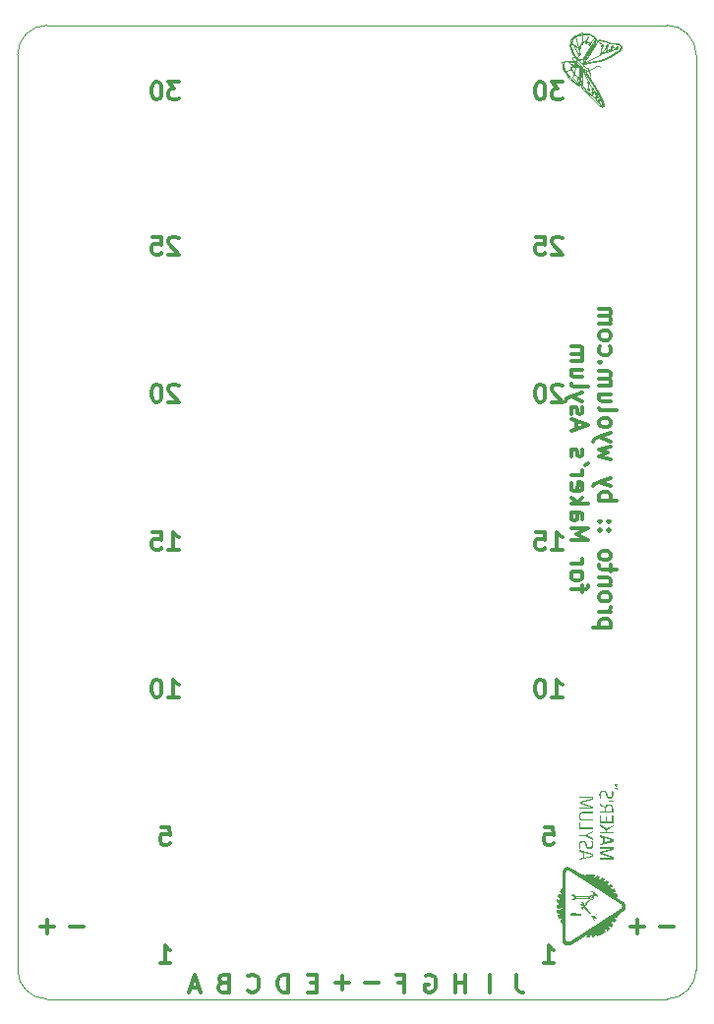
<source format=gbr>
%TF.GenerationSoftware,KiCad,Pcbnew,9.0.2-9.0.2-0~ubuntu24.04.1*%
%TF.CreationDate,2025-06-09T17:33:15+05:30*%
%TF.ProjectId,pronto,70726f6e-746f-42e6-9b69-6361645f7063,rev1*%
%TF.SameCoordinates,Original*%
%TF.FileFunction,Legend,Bot*%
%TF.FilePolarity,Positive*%
%FSLAX46Y46*%
G04 Gerber Fmt 4.6, Leading zero omitted, Abs format (unit mm)*
G04 Created by KiCad (PCBNEW 9.0.2-9.0.2-0~ubuntu24.04.1) date 2025-06-09 17:33:15*
%MOMM*%
%LPD*%
G01*
G04 APERTURE LIST*
G04 Aperture macros list*
%AMOutline5P*
0 Free polygon, 5 corners , with rotation*
0 The origin of the aperture is its center*
0 number of corners: always 5*
0 $1 to $10 corner X, Y*
0 $11 Rotation angle, in degrees counterclockwise*
0 create outline with 5 corners*
4,1,5,$1,$2,$3,$4,$5,$6,$7,$8,$9,$10,$1,$2,$11*%
%AMOutline6P*
0 Free polygon, 6 corners , with rotation*
0 The origin of the aperture is its center*
0 number of corners: always 6*
0 $1 to $12 corner X, Y*
0 $13 Rotation angle, in degrees counterclockwise*
0 create outline with 6 corners*
4,1,6,$1,$2,$3,$4,$5,$6,$7,$8,$9,$10,$11,$12,$1,$2,$13*%
%AMOutline7P*
0 Free polygon, 7 corners , with rotation*
0 The origin of the aperture is its center*
0 number of corners: always 7*
0 $1 to $14 corner X, Y*
0 $15 Rotation angle, in degrees counterclockwise*
0 create outline with 7 corners*
4,1,7,$1,$2,$3,$4,$5,$6,$7,$8,$9,$10,$11,$12,$13,$14,$1,$2,$15*%
%AMOutline8P*
0 Free polygon, 8 corners , with rotation*
0 The origin of the aperture is its center*
0 number of corners: always 8*
0 $1 to $16 corner X, Y*
0 $17 Rotation angle, in degrees counterclockwise*
0 create outline with 8 corners*
4,1,8,$1,$2,$3,$4,$5,$6,$7,$8,$9,$10,$11,$12,$13,$14,$15,$16,$1,$2,$17*%
G04 Aperture macros list end*
%ADD10C,0.000230*%
%ADD11C,0.080000*%
%ADD12C,0.000246*%
%ADD13C,0.000229*%
%ADD14C,0.000000*%
%ADD15C,0.304800*%
%ADD16C,0.300000*%
%ADD17C,1.778000*%
%ADD18Outline8P,-1.016000X0.406400X-0.406400X1.016000X0.406400X1.016000X1.016000X0.406400X1.016000X-0.406400X0.406400X-1.016000X-0.406400X-1.016000X-1.016000X-0.406400X0.000000*%
%ADD19Outline8P,-1.016000X0.406400X-0.406400X1.016000X0.406400X1.016000X1.016000X0.406400X1.016000X-0.406400X0.406400X-1.016000X-0.406400X-1.016000X-1.016000X-0.406400X180.000000*%
%ADD20C,3.200000*%
%TA.AperFunction,Profile*%
%ADD21C,0.100000*%
%TD*%
G04 APERTURE END LIST*
D10*
X138048757Y-40653604D02*
X138158908Y-40645708D01*
X137675308Y-40905652D02*
X138009476Y-40712547D01*
D11*
X137755908Y-40685771D02*
X137694550Y-40655476D01*
X138006909Y-42291508D02*
X137999365Y-41681429D01*
X138058348Y-41830876D02*
X138033476Y-41782220D01*
X138694412Y-42959900D02*
X138745667Y-42820540D01*
X138647364Y-42715628D02*
X138706388Y-42800876D01*
D10*
X136697668Y-38393628D02*
X137237780Y-38874796D01*
D11*
X139304876Y-38512980D02*
X139305004Y-38476876D01*
X137211645Y-39380828D02*
X137188644Y-39326523D01*
X137196804Y-39438980D02*
X137211645Y-39380828D01*
X137818500Y-40714068D02*
X137755908Y-40685771D01*
D10*
X136877700Y-40251828D02*
X137196804Y-39438980D01*
X136319109Y-39989235D02*
X136763116Y-40017892D01*
D11*
X138746188Y-42951612D02*
X138727533Y-42919493D01*
D10*
X137149837Y-41832124D02*
X136686732Y-41373796D01*
D11*
X136539509Y-40587203D02*
X136524752Y-40577523D01*
X136938812Y-41795268D02*
X136818156Y-41686428D01*
X137057820Y-41310636D02*
X137121188Y-41426307D01*
X137094804Y-41305396D02*
X137057820Y-41310636D01*
X136721804Y-40924836D02*
X136761861Y-40943580D01*
X136732798Y-40903772D02*
X136737596Y-40894579D01*
X136588508Y-40472060D02*
X136550663Y-40487771D01*
X136745324Y-40339204D02*
X136707692Y-40345748D01*
X136957252Y-40409596D02*
X136916588Y-40391196D01*
X137329877Y-40438724D02*
X137226492Y-40457820D01*
X137503220Y-40496659D02*
X137497981Y-40512341D01*
X137812948Y-38162164D02*
X137785556Y-38192420D01*
X137620276Y-40285251D02*
X137503220Y-40496659D01*
X137841500Y-38145580D02*
X137812948Y-38162164D01*
X137487506Y-40127890D02*
X137441421Y-40073268D01*
X139658252Y-38670796D02*
X139104133Y-39283772D01*
D10*
X139997756Y-38910636D02*
X139595108Y-38989204D01*
D11*
X140063900Y-38677172D02*
X140027181Y-38733860D01*
X140099277Y-38680397D02*
X140063900Y-38677172D01*
X140455476Y-38812772D02*
X140447844Y-38801347D01*
D10*
X140469108Y-38822228D02*
X140473324Y-38837724D01*
D11*
X138374532Y-42592284D02*
X138388468Y-42599708D01*
X139972500Y-39083204D02*
X140017380Y-38999003D01*
X139119588Y-39130868D02*
X139192500Y-39195404D01*
X139199012Y-38542892D02*
X139208956Y-38518284D01*
X139144364Y-39167236D02*
X139119588Y-39130868D01*
X138089988Y-38359339D02*
X138069156Y-38398092D01*
X138833389Y-38209292D02*
X139190420Y-38483516D01*
X138089988Y-38359339D02*
X138124148Y-38374364D01*
X137764725Y-38231124D02*
X137794156Y-38251740D01*
X136937468Y-37797403D02*
X136892108Y-37807772D01*
X137262124Y-38705308D02*
X137258348Y-38758252D01*
X137280875Y-38703980D02*
X137288556Y-38703436D01*
X137449396Y-38383204D02*
X137443980Y-38423091D01*
X137281653Y-38794797D02*
X137274444Y-38818147D01*
X137410212Y-38378868D02*
X137449396Y-38383204D01*
X137280525Y-38774660D02*
X137281653Y-38794797D01*
D10*
X140017380Y-38999003D02*
X140469108Y-38822228D01*
X139997756Y-38910636D02*
X140027181Y-38733860D01*
D11*
X138386780Y-42350348D02*
X138372532Y-42355396D01*
X136977492Y-37751228D02*
X137074276Y-37716196D01*
D10*
X139545844Y-39110299D02*
X139938812Y-39057908D01*
D11*
X138402876Y-42208124D02*
X138378748Y-42189420D01*
D10*
X137487506Y-40127890D02*
X139104133Y-39283772D01*
D11*
X138435124Y-42327004D02*
X138432908Y-42281340D01*
X139258692Y-38549523D02*
X139254044Y-38558124D01*
X139265852Y-38526228D02*
X139258692Y-38549523D01*
X139264764Y-38506084D02*
X139265852Y-38526228D01*
X139256612Y-38492764D02*
X139264764Y-38506084D01*
X139294068Y-38552692D02*
X139304876Y-38512980D01*
X139208956Y-38518284D02*
X139224580Y-38498524D01*
X139238692Y-43844234D02*
X139231436Y-43857907D01*
X139254044Y-38558124D02*
X139237852Y-38577092D01*
X139305004Y-38476876D02*
X139293724Y-38448884D01*
X139217292Y-38638284D02*
X139245844Y-38621660D01*
X139190852Y-38640116D02*
X139217292Y-38638284D01*
X140063900Y-38677172D02*
X140059252Y-38685772D01*
X139169844Y-38626052D02*
X139190852Y-38640116D01*
X139158644Y-38598140D02*
X139169844Y-38626052D01*
X139169588Y-38522267D02*
X139158781Y-38561980D01*
X139190420Y-38483516D02*
X139169588Y-38522267D01*
X139217812Y-38453308D02*
X139190420Y-38483516D01*
X139636989Y-38547620D02*
X139655004Y-38538764D01*
X139621412Y-38567372D02*
X139636989Y-38547620D01*
X139316588Y-43592586D02*
X139343413Y-43770320D01*
X139611420Y-38591980D02*
X139621412Y-38567372D01*
X139269108Y-43417933D02*
X139316588Y-43592586D01*
X139610348Y-38615419D02*
X139611420Y-38591980D01*
X137602876Y-39715197D02*
X137208388Y-39799316D01*
X139618109Y-38631084D02*
X139610348Y-38615419D01*
X137987124Y-39151660D02*
X137602876Y-39715197D01*
X140435436Y-38688980D02*
X140408044Y-38719196D01*
X139632781Y-38634428D02*
X139618109Y-38631084D01*
X138678220Y-42899788D02*
X138656564Y-42915804D01*
X138577052Y-38352092D02*
X138644587Y-38243108D01*
X139650276Y-38626227D02*
X139637082Y-38632412D01*
X139717420Y-38525964D02*
X139706132Y-38497972D01*
X139717294Y-38562068D02*
X139717420Y-38525964D01*
X139658252Y-38670796D02*
X139685604Y-38640507D01*
X139603268Y-38689236D02*
X139629700Y-38687372D01*
X139582300Y-38675180D02*
X139603268Y-38689236D01*
X136882612Y-39639636D02*
X137164076Y-39854308D01*
X139571068Y-38647228D02*
X139582300Y-38675180D01*
X137815508Y-38294195D02*
X137800837Y-38290852D01*
X140436468Y-38734292D02*
X140452052Y-38714548D01*
X139582005Y-38571364D02*
X139571188Y-38611076D01*
X137900148Y-38185723D02*
X137888852Y-38157724D01*
X138401013Y-42297748D02*
X138401492Y-42307908D01*
X139658780Y-38485820D02*
X139630220Y-38502396D01*
X138660988Y-42802436D02*
X138679651Y-42834556D01*
X140069979Y-38633724D02*
X140071108Y-38653868D01*
X140061868Y-38620404D02*
X140069979Y-38633724D01*
X140029788Y-38626180D02*
X140047796Y-38617323D01*
X138105268Y-38457772D02*
X138097500Y-38442148D01*
X140003132Y-38693972D02*
X140004220Y-38670540D01*
X139620236Y-38977964D02*
X139593812Y-38979828D01*
X140010908Y-38709636D02*
X140003132Y-38693972D01*
X140025580Y-38712980D02*
X140010908Y-38709636D01*
X140059252Y-38685772D02*
X140043069Y-38704781D01*
X138038644Y-42350876D02*
X138034644Y-42376524D01*
X140110212Y-38604516D02*
X140098923Y-38576524D01*
X137667068Y-42425748D02*
X137544932Y-42278740D01*
X140110076Y-38640628D02*
X140110212Y-38604516D01*
X137505524Y-38375004D02*
X137489292Y-38393972D01*
X140099277Y-38680397D02*
X140110076Y-38640628D01*
X136800189Y-39928220D02*
X136940108Y-40045227D01*
X139685212Y-38483948D02*
X139658780Y-38485820D01*
X140022500Y-38765940D02*
X140051053Y-38749364D01*
X137318500Y-40511596D02*
X137329877Y-40438724D01*
X137252308Y-39235548D02*
X137223757Y-39252172D01*
X139996068Y-38767804D02*
X140022500Y-38765940D01*
X139995637Y-38611165D02*
X139974797Y-38649916D01*
X140023012Y-38580948D02*
X139995637Y-38611165D01*
X140051580Y-38564372D02*
X140023012Y-38580948D01*
X140078011Y-38562508D02*
X140051580Y-38564372D01*
X138956780Y-43349746D02*
X138982044Y-43350789D01*
X136423015Y-38606515D02*
X136401966Y-38476620D01*
X140493332Y-38742236D02*
X140486164Y-38765595D01*
X136225446Y-39904220D02*
X136513641Y-39912508D01*
X138397500Y-42333563D02*
X138386780Y-42350348D01*
X140492244Y-38722091D02*
X140493332Y-38742236D01*
X136153354Y-39903484D02*
X136225446Y-39904220D01*
X136247626Y-41019972D02*
X136165985Y-40925180D01*
X140470020Y-38705691D02*
X140484092Y-38708772D01*
X140426492Y-38758948D02*
X140436468Y-38734292D01*
X140425404Y-38782379D02*
X140426492Y-38758948D01*
X140481524Y-38774140D02*
X140465332Y-38793148D01*
X137261605Y-38890284D02*
X137288948Y-38860036D01*
X140532476Y-38692891D02*
X140521188Y-38664891D01*
X140532348Y-38729004D02*
X140532476Y-38692891D01*
X140521549Y-38768765D02*
X140532348Y-38729004D01*
X137176876Y-41403005D02*
X137184556Y-41361252D01*
X140500669Y-38807428D02*
X140521549Y-38768765D01*
X140444756Y-38854307D02*
X140473324Y-38837724D01*
X140418332Y-38856172D02*
X140444756Y-38854307D01*
X140397324Y-38842108D02*
X140418332Y-38856172D01*
X140386252Y-38778004D02*
X140386124Y-38814164D01*
X140445277Y-38669316D02*
X140417892Y-38699572D01*
X140473796Y-38652740D02*
X140445277Y-38669316D01*
X140500236Y-38650876D02*
X140473796Y-38652740D01*
X140483524Y-38761892D02*
X140476308Y-38785204D01*
X140482388Y-38741764D02*
X140483524Y-38761892D01*
X140474276Y-38728436D02*
X140482388Y-38741764D01*
X140423324Y-38817628D02*
X140415588Y-38802004D01*
X140437988Y-38820972D02*
X140423324Y-38817628D01*
X140455476Y-38812772D02*
X140437988Y-38820972D01*
X138722668Y-42695196D02*
X138734044Y-42712419D01*
X140471708Y-38793803D02*
X140455476Y-38812772D01*
X140522668Y-38712548D02*
X140511388Y-38684564D01*
X140522532Y-38748660D02*
X140522668Y-38712548D01*
X139975100Y-38753740D02*
X139996068Y-38767804D01*
X140511733Y-38788373D02*
X140522532Y-38748660D01*
X140463509Y-38857340D02*
X140490852Y-38827092D01*
X140434956Y-38873964D02*
X140463509Y-38857340D01*
X140408525Y-38875780D02*
X140434956Y-38873964D01*
X140387508Y-38861724D02*
X140408525Y-38875780D01*
X140387213Y-38757949D02*
X140376404Y-38797660D01*
D10*
X138478612Y-38028308D02*
X138511780Y-37987028D01*
D11*
X140408044Y-38719196D02*
X140387213Y-38757949D01*
D10*
X138641204Y-40410596D02*
X138710252Y-40359908D01*
D11*
X139985348Y-39011075D02*
X139980700Y-39019628D01*
D10*
X136732798Y-40903772D02*
X136543413Y-40545469D01*
D11*
X139924580Y-39027868D02*
X139925667Y-39004436D01*
X139932348Y-39043492D02*
X139924580Y-39027868D01*
X139980700Y-39019628D02*
X139964508Y-39038635D01*
X139943932Y-39099836D02*
X139972500Y-39083204D01*
X139917500Y-39101660D02*
X139943932Y-39099836D01*
X139896548Y-39087595D02*
X139917500Y-39101660D01*
X139885300Y-39059636D02*
X139896548Y-39087595D01*
X139896236Y-38983820D02*
X139885436Y-39023524D01*
X139917069Y-38945060D02*
X139896236Y-38983820D01*
X139999444Y-38896404D02*
X139973012Y-38898228D01*
X140020365Y-38910428D02*
X139999444Y-38896404D01*
X139606180Y-39092628D02*
X139601533Y-39101228D01*
X139613332Y-39069315D02*
X139606180Y-39092628D01*
X139604092Y-39035860D02*
X139612252Y-39049180D01*
X136807173Y-40998004D02*
X136803180Y-41023708D01*
X139556476Y-39061380D02*
X139572052Y-39041627D01*
X136808564Y-40898267D02*
X136784429Y-40879565D01*
X139601533Y-39101228D02*
X139585349Y-39120228D01*
X136827228Y-40930396D02*
X136808564Y-40898267D01*
X139652356Y-39056084D02*
X139652492Y-39019972D01*
X139620668Y-39134516D02*
X139641548Y-39095796D01*
X139593332Y-39164764D02*
X139620668Y-39134516D01*
D12*
X138064487Y-41819119D02*
X138608657Y-42617387D01*
D11*
X139005908Y-43585857D02*
X138755908Y-43323271D01*
X139517380Y-39169148D02*
X139538332Y-39183203D01*
X139494210Y-39111651D02*
X139517380Y-39169148D01*
X137452748Y-40433995D02*
X137333252Y-40284772D01*
X139537900Y-39026619D02*
X139517068Y-39065371D01*
X138069156Y-38398092D02*
X138058348Y-38437820D01*
X136626748Y-38119148D02*
X136661515Y-37988980D01*
X139565293Y-38996404D02*
X139537900Y-39026619D01*
X139593812Y-38979828D02*
X139565293Y-38996404D01*
X139641204Y-38991980D02*
X139620236Y-38977964D01*
X139167677Y-39203780D02*
X139160476Y-39227091D01*
X139166548Y-39183652D02*
X139167677Y-39203780D01*
X139100788Y-39220452D02*
X139110780Y-39195835D01*
X139107477Y-39259564D02*
X139099708Y-39243884D01*
X135903658Y-40258820D02*
X135894458Y-40102524D01*
X139122148Y-39262892D02*
X139107477Y-39259564D01*
X136665548Y-39601963D02*
X136682388Y-39595668D01*
X139139644Y-39254692D02*
X139122148Y-39262892D01*
X137014076Y-40261724D02*
X137054700Y-40296796D01*
X137107388Y-40029484D02*
X136993292Y-39953052D01*
X139206652Y-39190548D02*
X139206780Y-39154436D01*
X140004220Y-38670540D02*
X140014204Y-38645924D01*
X139195844Y-39230307D02*
X139206652Y-39190548D01*
X137383908Y-40510116D02*
X137399836Y-40515764D01*
X139147620Y-39299268D02*
X139174964Y-39268971D01*
X136585252Y-38333948D02*
X136605308Y-38261340D01*
X139119108Y-39315852D02*
X139147620Y-39299268D01*
X136537382Y-38476876D02*
X136559778Y-38405260D01*
X139060436Y-39275708D02*
X139071668Y-39303651D01*
X136526574Y-38550524D02*
X136537382Y-38476876D01*
X139060556Y-39239548D02*
X139060436Y-39275708D01*
X139071365Y-39199837D02*
X139060556Y-39239548D01*
X139195500Y-39126436D02*
X139174580Y-39112420D01*
D10*
X137211214Y-38747903D02*
X136946893Y-37789736D01*
X138373189Y-38154309D02*
X138430436Y-38086860D01*
X138312732Y-38222180D02*
X138373189Y-38154309D01*
X138254876Y-38282124D02*
X138312732Y-38222180D01*
X138170636Y-38344539D02*
X138205565Y-38325708D01*
X137443980Y-38423091D02*
X137280875Y-38703980D01*
D11*
X137271844Y-39325091D02*
X137264644Y-39348404D01*
X135802314Y-40420708D02*
X135779353Y-40221228D01*
X137270708Y-39304948D02*
X137271844Y-39325091D01*
X137248532Y-39288548D02*
X137262596Y-39291628D01*
X137230524Y-39297404D02*
X137248532Y-39288548D01*
X137226309Y-39384164D02*
X137211645Y-39380828D01*
X137410076Y-38415027D02*
X137421324Y-38442923D01*
X137243812Y-39375964D02*
X137226309Y-39384164D01*
X137410212Y-38378868D02*
X137410076Y-38415027D01*
X138336693Y-42548180D02*
X138320892Y-42578436D01*
X137310820Y-39311860D02*
X137310948Y-39275747D01*
X137300012Y-39351572D02*
X137310820Y-39311860D01*
X137279132Y-39390284D02*
X137300012Y-39351572D01*
X137251788Y-39420540D02*
X137279132Y-39390284D01*
X137223236Y-39437164D02*
X137251788Y-39420540D01*
X137196804Y-39438980D02*
X137223236Y-39437164D01*
X137164725Y-39360860D02*
X137164596Y-39397020D01*
X137226492Y-40457820D02*
X136957252Y-40409596D01*
X137175532Y-39321147D02*
X137164725Y-39360860D01*
X137196364Y-39282380D02*
X137175532Y-39321147D01*
X137223757Y-39252172D02*
X137196364Y-39282380D01*
X137211214Y-38747903D02*
X137272412Y-38761340D01*
X137240332Y-38767107D02*
X137258348Y-38758252D01*
X137224756Y-38786860D02*
X137240332Y-38767107D01*
X137236125Y-38853916D02*
X137221452Y-38850573D01*
X137233093Y-38906860D02*
X137261605Y-38890284D01*
X139174964Y-39268971D02*
X139195844Y-39230307D01*
X137174404Y-38866716D02*
X137185644Y-38894668D01*
X139602837Y-38532652D02*
X139582005Y-38571364D01*
X137174532Y-38830564D02*
X137174404Y-38866716D01*
X137280875Y-38703980D02*
X137262124Y-38705308D01*
X137309525Y-38717453D02*
X137288556Y-38703436D01*
X137517332Y-38343108D02*
X137510124Y-38366419D01*
X137516204Y-38322972D02*
X137517332Y-38343108D01*
X137508092Y-38309636D02*
X137516204Y-38322972D01*
X137494020Y-38306563D02*
X137508092Y-38309636D01*
X137450492Y-38359772D02*
X137460436Y-38335164D01*
X137489292Y-38393972D02*
X137471804Y-38402171D01*
X137556308Y-38329868D02*
X137556435Y-38293764D01*
X137545500Y-38369579D02*
X137556308Y-38329868D01*
X137524621Y-38408292D02*
X137545500Y-38369579D01*
X137497276Y-38438548D02*
X137524621Y-38408292D01*
X137421324Y-38442923D02*
X137442332Y-38456996D01*
X137541244Y-42014324D02*
X137528996Y-41934564D01*
X137421020Y-38339164D02*
X137410212Y-38378868D01*
X139935644Y-38979780D02*
X139951220Y-38960076D01*
X137497796Y-38253604D02*
X137469244Y-38270196D01*
X138227404Y-37656564D02*
X138370108Y-37721884D01*
X137545204Y-38265764D02*
X137524236Y-38251740D01*
X138020548Y-37619628D02*
X138227404Y-37656564D01*
X136650884Y-40407516D02*
X136674973Y-40426180D01*
X137793068Y-38275179D02*
X137794156Y-38251740D01*
X137810556Y-37612028D02*
X138020548Y-37619628D01*
X138711508Y-42794628D02*
X138696756Y-42784948D01*
X137800837Y-38290852D02*
X137793068Y-38275179D01*
X137133132Y-41290196D02*
X137144500Y-41307468D01*
X137900012Y-38221836D02*
X137900148Y-38185723D01*
X139308301Y-43841935D02*
X139233252Y-43820103D01*
X137889197Y-38261596D02*
X137900012Y-38221836D01*
X139666469Y-38607220D02*
X139650276Y-38626227D01*
X137868332Y-38300268D02*
X137889197Y-38261596D01*
X137840988Y-38330563D02*
X137868332Y-38300268D01*
X137765036Y-38334948D02*
X137785988Y-38349003D01*
X137764725Y-38231124D02*
X137753924Y-38270836D01*
X137785556Y-38192420D02*
X137760863Y-38238297D01*
X138679651Y-42834556D02*
X138703748Y-42853220D01*
X137888852Y-38157724D02*
X137867932Y-38143716D01*
D10*
X138865508Y-40303964D02*
X138914948Y-40324396D01*
D11*
X136632741Y-37916892D02*
X136709908Y-37848524D01*
X138158252Y-38425347D02*
X138153612Y-38433908D01*
D10*
X138560389Y-40466852D02*
X138641204Y-40410596D01*
D11*
X136615636Y-37931564D02*
X136632741Y-37916892D01*
X138165420Y-38402004D02*
X138158252Y-38425347D01*
X136594589Y-37940940D02*
X136615636Y-37931564D01*
X138108564Y-38394060D02*
X138124148Y-38374364D01*
X138098580Y-38418716D02*
X138108564Y-38394060D01*
X138097500Y-38442148D02*
X138098580Y-38418716D01*
X137286508Y-41953604D02*
X137262692Y-41940284D01*
X138153612Y-38433908D02*
X138137420Y-38452915D01*
X138172756Y-38467236D02*
X138193636Y-38428524D01*
X138058212Y-38473924D02*
X138069452Y-38501876D01*
X138117380Y-38329084D02*
X138082669Y-38367424D01*
X137253612Y-38845708D02*
X137236125Y-38853916D01*
X138193292Y-38324660D02*
X138172324Y-38310636D01*
X138833389Y-38209292D02*
X138916500Y-38158684D01*
X138023101Y-40545020D02*
X138029837Y-40594405D01*
X137919676Y-40509596D02*
X137977308Y-40513684D01*
X137859644Y-40509252D02*
X137919676Y-40509596D01*
X137806749Y-40489164D02*
X137859644Y-40509252D01*
X137500581Y-41744404D02*
X137482004Y-41446708D01*
X137620276Y-40285251D02*
X137806749Y-40489164D01*
X137556435Y-38293764D02*
X137545204Y-38265764D01*
X137487506Y-40127890D02*
X137620276Y-40285251D01*
X139019452Y-43304521D02*
X139027148Y-43262767D01*
X136844893Y-39609773D02*
X136882612Y-39639636D01*
X136800660Y-39598267D02*
X136844893Y-39609773D01*
X136753140Y-39596972D02*
X136800660Y-39598267D01*
X140071108Y-38653868D02*
X140063900Y-38677172D01*
X136705397Y-39597540D02*
X136753140Y-39596972D01*
X136654220Y-39614636D02*
X136665548Y-39601963D01*
X136645676Y-39652092D02*
X136647796Y-39631948D01*
X137993244Y-41756220D02*
X137988988Y-41729004D01*
X136647148Y-39673268D02*
X136645676Y-39652092D01*
X136509257Y-40528916D02*
X136512339Y-40502916D01*
X136651620Y-39693668D02*
X136647148Y-39673268D01*
X136513510Y-40556171D02*
X136509257Y-40528916D01*
X136658436Y-39711548D02*
X136651620Y-39693668D01*
X137227612Y-40151620D02*
X137107388Y-40029484D01*
X136711684Y-40320108D02*
X136707692Y-40345748D01*
X137333252Y-40284772D02*
X137227612Y-40151620D01*
X138340677Y-42395316D02*
X138364764Y-42413980D01*
X137587900Y-40570748D02*
X137452748Y-40433995D01*
X137694550Y-40655476D02*
X137637508Y-40618668D01*
X138725668Y-43009124D02*
X138726149Y-43019236D01*
X137853748Y-40729348D02*
X137818500Y-40714068D01*
X137888468Y-40749876D02*
X137853748Y-40729348D01*
X138029837Y-40594405D02*
X138016811Y-40638980D01*
X136488988Y-40595020D02*
X136507650Y-40627140D01*
D10*
X138143470Y-40646815D02*
X138186212Y-41164236D01*
D11*
X135889248Y-40061164D02*
X135894586Y-40025780D01*
D10*
X138180700Y-41113028D02*
X138185076Y-41150484D01*
X138171756Y-41057604D02*
X138180700Y-41113028D01*
X138156780Y-40989980D02*
X138171756Y-41057604D01*
D11*
X137649804Y-42226348D02*
X137573964Y-42088636D01*
D10*
X138062212Y-40771452D02*
X138103396Y-40841148D01*
D11*
X137746932Y-42349572D02*
X137649804Y-42226348D01*
D10*
X138009476Y-40712547D02*
X138062212Y-40771452D01*
X139052788Y-40447708D02*
X139060212Y-40457220D01*
D11*
X137474148Y-40490548D02*
X137487300Y-40491028D01*
D10*
X138469796Y-40523524D02*
X138560389Y-40466852D01*
X138158908Y-40645708D02*
X138267107Y-40618020D01*
D11*
X139877925Y-38344404D02*
X140088380Y-38386820D01*
D10*
X138048757Y-40653604D02*
X138143470Y-40646815D01*
D11*
X140014204Y-38645924D02*
X140029788Y-38626180D01*
D10*
X136877700Y-40251828D02*
X136763116Y-40017892D01*
X136749031Y-40319054D02*
X136868156Y-40328219D01*
D11*
X140342676Y-39300316D02*
X140024796Y-39523964D01*
D10*
X137094920Y-41304418D02*
X136736821Y-40952604D01*
D11*
X140711868Y-39037852D02*
X140658996Y-39073796D01*
X136705269Y-40285381D02*
X136711213Y-40309948D01*
X136693893Y-40268148D02*
X136705269Y-40285381D01*
X136679956Y-40260724D02*
X136693893Y-40268148D01*
X136666372Y-40265628D02*
X136679956Y-40260724D01*
X136656740Y-40336548D02*
X136652485Y-40309292D01*
X136667980Y-40357908D02*
X136656740Y-40336548D01*
X136682740Y-40367580D02*
X136667980Y-40357908D01*
X139343413Y-43770320D02*
X139337252Y-43792586D01*
X136696972Y-40362547D02*
X136682740Y-40367580D01*
X137163556Y-40393020D02*
X137198365Y-40423708D01*
X136713076Y-40220316D02*
X136688948Y-40201620D01*
X139964508Y-39038635D02*
X139947019Y-39046836D01*
X140490420Y-38670540D02*
X140463988Y-38672363D01*
X136743108Y-40293539D02*
X136731740Y-40252436D01*
X136674973Y-40426180D02*
X136700228Y-40427220D01*
X136632220Y-40375396D02*
X136650884Y-40407516D01*
X136620892Y-40334292D02*
X136632220Y-40375396D01*
X139295636Y-43424964D02*
X139334044Y-43598011D01*
X136626316Y-40246884D02*
X136618589Y-40288596D01*
X136642116Y-40216627D02*
X136626316Y-40246884D01*
X136663772Y-40200620D02*
X136642116Y-40216627D01*
X137977308Y-40513684D02*
X138023101Y-40545020D01*
X136688948Y-40201620D02*
X136663772Y-40200620D01*
X138145892Y-38312508D02*
X138117380Y-38329084D01*
X136885988Y-40294284D02*
X136899580Y-40289372D01*
X137988988Y-41729004D02*
X137992068Y-41703004D01*
X136887596Y-40386547D02*
X136876356Y-40365195D01*
X136902356Y-40396227D02*
X136887596Y-40386547D01*
X136916588Y-40391196D02*
X136902356Y-40396227D01*
X136927308Y-40374396D02*
X136916588Y-40391196D01*
X139203964Y-39850780D02*
X139108820Y-39889764D01*
X136932700Y-40248965D02*
X136908564Y-40230260D01*
X136951356Y-40281084D02*
X136932700Y-40248965D01*
X136962733Y-40322181D02*
X136951356Y-40281084D01*
X136964949Y-40367853D02*
X136962733Y-40322181D01*
X138204564Y-38352652D02*
X138193292Y-38324660D01*
X136957252Y-40409596D02*
X136964949Y-40367853D01*
X137984388Y-40726524D02*
X137960508Y-40765940D01*
X136919844Y-40455868D02*
X136941468Y-40439852D01*
X136870500Y-40436164D02*
X136894588Y-40454828D01*
X136851836Y-40404035D02*
X136870500Y-40436164D01*
X136840508Y-40362940D02*
X136851836Y-40404035D01*
X138434044Y-38823227D02*
X138624148Y-38492420D01*
X136838204Y-40317236D02*
X136840508Y-40362940D01*
X140465332Y-38793148D02*
X140447844Y-38801347D01*
X138406268Y-42651620D02*
X138402268Y-42677309D01*
X136861732Y-40245276D02*
X136845932Y-40275524D01*
X137588692Y-39909340D02*
X137624964Y-39819580D01*
X138164333Y-38381909D02*
X138165420Y-38402004D01*
X136883388Y-40229260D02*
X136861732Y-40245276D01*
X136567981Y-40529564D02*
X136568459Y-40539675D01*
X136562034Y-40504996D02*
X136567981Y-40529564D01*
X136550663Y-40487771D02*
X136577498Y-40528421D01*
X136524752Y-40577523D02*
X136513510Y-40556171D01*
X136568459Y-40539675D02*
X136564466Y-40565372D01*
X136569844Y-40439940D02*
X136545716Y-40421229D01*
X136602092Y-40558820D02*
X136599884Y-40513164D01*
X136531740Y-40645796D02*
X136556999Y-40646836D01*
X136507650Y-40627140D02*
X136531740Y-40645796D01*
X136483086Y-40466508D02*
X136475359Y-40508204D01*
X136498883Y-40436252D02*
X136483086Y-40466508D01*
X136520542Y-40420227D02*
X136498883Y-40436252D01*
X136545716Y-40421229D02*
X136520542Y-40420227D01*
X136806700Y-40987892D02*
X136807173Y-40998004D01*
X138633044Y-42987764D02*
X138635348Y-43033468D01*
X136800749Y-40963324D02*
X136806700Y-40987892D01*
X136789380Y-40946108D02*
X136800749Y-40963324D01*
X136775444Y-40938684D02*
X136789380Y-40946108D01*
X136736821Y-40952604D02*
X136775444Y-40938684D01*
X136751052Y-40961252D02*
X136761861Y-40943580D01*
X136747972Y-40987251D02*
X136751052Y-40961252D01*
X136752228Y-41014508D02*
X136747972Y-40987251D01*
X136778228Y-41045540D02*
X136763468Y-41035860D01*
X137972980Y-42569764D02*
X137857348Y-42462596D01*
X136792461Y-41040508D02*
X136778228Y-41045540D01*
X138503220Y-43063332D02*
X138243676Y-42810644D01*
X136838596Y-40971492D02*
X136827228Y-40930396D01*
X138705436Y-38074916D02*
X138351356Y-38616508D01*
X136840813Y-41017148D02*
X136838596Y-40971492D01*
X136817332Y-41089164D02*
X136833132Y-41058908D01*
X139099708Y-39243884D02*
X139100788Y-39220452D01*
X136795716Y-41105171D02*
X136817332Y-41089164D01*
X136714076Y-40966540D02*
X136716372Y-41012252D01*
X136721804Y-40924836D02*
X136714076Y-40966540D01*
X136732798Y-40903772D02*
X136721804Y-40924836D01*
X137150444Y-41332036D02*
X137150924Y-41342148D01*
X136916588Y-40391196D02*
X136868156Y-40328219D01*
X137144500Y-41307468D02*
X137150444Y-41332036D01*
X139467108Y-39715284D02*
X139283908Y-39794883D01*
X139155869Y-39235684D02*
X139139644Y-39254692D01*
X137105612Y-41287724D02*
X137119204Y-41282820D01*
X137107220Y-41379948D02*
X137095980Y-41358604D01*
X137136212Y-41384596D02*
X137121980Y-41389635D01*
X137152308Y-41242420D02*
X137128181Y-41223708D01*
X137182301Y-41315596D02*
X137170980Y-41274484D01*
X137579044Y-37610947D02*
X137746547Y-37596020D01*
X137161077Y-41433252D02*
X137176876Y-41403005D01*
D10*
X137876052Y-38167763D02*
X138013508Y-37775004D01*
D11*
X137114204Y-41448228D02*
X137139468Y-41449268D01*
X137707908Y-40904308D02*
X137822236Y-41070452D01*
X137103012Y-41222660D02*
X137081348Y-41238684D01*
X138719725Y-42984556D02*
X138725668Y-43009124D01*
X138682436Y-43057084D02*
X138671188Y-43035724D01*
X138697188Y-43066760D02*
X138682436Y-43057084D01*
X138726149Y-43019236D02*
X138722148Y-43044932D01*
X138759780Y-43038371D02*
X138757524Y-42992716D01*
X138714676Y-43126397D02*
X138736300Y-43110380D01*
X138640764Y-42946060D02*
X138633044Y-42987764D01*
X136682388Y-39595668D02*
X136705397Y-39597540D01*
X138656564Y-42915804D02*
X138640764Y-42946060D01*
X137067500Y-41893924D02*
X136938812Y-41795268D01*
X138993020Y-43233514D02*
X138993500Y-43243626D01*
X139005436Y-39862772D02*
X138904836Y-39886075D01*
X139669068Y-38541852D02*
X139677180Y-38555172D01*
X138961780Y-43184295D02*
X138975708Y-43191718D01*
X139100580Y-39823796D02*
X139005436Y-39862772D01*
X138949796Y-43281474D02*
X138938556Y-43260120D01*
X138964556Y-43291153D02*
X138949796Y-43281474D01*
X138989509Y-43269322D02*
X138978788Y-43286118D01*
X138993500Y-43243626D02*
X138989509Y-43269322D01*
X139013557Y-43176006D02*
X138994892Y-43143887D01*
X139027148Y-43262767D02*
X139024876Y-43217107D01*
X135966245Y-40564716D02*
X135929570Y-40412636D01*
X139003652Y-43334773D02*
X139019452Y-43304521D01*
X137487300Y-40491028D02*
X137503220Y-40496659D01*
X138982044Y-43350789D02*
X139003652Y-43334773D01*
X136803180Y-41023708D02*
X136792461Y-41040508D01*
X138914035Y-43298966D02*
X138932700Y-43331084D01*
X138739988Y-42736980D02*
X138740468Y-42747092D01*
X138734044Y-42712419D02*
X138739988Y-42736980D01*
X138708732Y-42687772D02*
X138722668Y-42695196D01*
X138695156Y-42692668D02*
X138708732Y-42687772D01*
X138684348Y-42710340D02*
X138695156Y-42692668D01*
X138681268Y-42736340D02*
X138684348Y-42710340D01*
X138725756Y-42789588D02*
X138711508Y-42794628D01*
X137723148Y-39909204D02*
X137767380Y-39816980D01*
X138740468Y-42747092D02*
X138736468Y-42772796D01*
X138760508Y-42679484D02*
X138741852Y-42647364D01*
X137097620Y-40242323D02*
X137148100Y-40292580D01*
X138771844Y-42720580D02*
X138760508Y-42679484D01*
X137058300Y-40183948D02*
X137097620Y-40242323D01*
X138774100Y-42766236D02*
X138771844Y-42720580D01*
X138766420Y-42807996D02*
X138774100Y-42766236D01*
X138703748Y-42853220D02*
X138729004Y-42854259D01*
X138649668Y-42761331D02*
X138660988Y-42802436D01*
X138647364Y-42715628D02*
X138649668Y-42761331D01*
X138655092Y-42673924D02*
X138647364Y-42715628D01*
X138692548Y-42627651D02*
X138670892Y-42643668D01*
X139158436Y-39170316D02*
X139166548Y-39183652D01*
X138717724Y-42628651D02*
X138692548Y-42627651D01*
X138399836Y-42616940D02*
X138405788Y-42641508D01*
X138360949Y-42597181D02*
X138374532Y-42592284D01*
X138347052Y-42640852D02*
X138350148Y-42614852D01*
X138377308Y-42699139D02*
X138362556Y-42689460D01*
X138608657Y-42617387D02*
X138331629Y-42715282D01*
X139170324Y-43776917D02*
X139114332Y-43722533D01*
X138432221Y-42712508D02*
X138439900Y-42670747D01*
X139233252Y-43820103D02*
X139170324Y-43776917D01*
X138416420Y-42742764D02*
X138432221Y-42712508D01*
X139324148Y-43846058D02*
X139308301Y-43841935D01*
X138369548Y-42757731D02*
X138394796Y-42758772D01*
X138315468Y-42665852D02*
X138326788Y-42706948D01*
X138313163Y-42620148D02*
X138315468Y-42665852D01*
X138320892Y-42578436D02*
X138313163Y-42620148D01*
X138383524Y-42533172D02*
X138358348Y-42532171D01*
X138395068Y-42273179D02*
X138401013Y-42297748D01*
X138383693Y-42255949D02*
X138395068Y-42273179D01*
X136940108Y-40045227D02*
X137058300Y-40183948D01*
X138356180Y-42253436D02*
X138369756Y-42248524D01*
X138342292Y-42297092D02*
X138345364Y-42271108D01*
X138646668Y-43074573D02*
X138665332Y-43106691D01*
X138346548Y-42324363D02*
X138342292Y-42297092D01*
X138357780Y-42345708D02*
X138346548Y-42324363D01*
X138372532Y-42355396D02*
X138362680Y-42348925D01*
X138427444Y-42368764D02*
X138435124Y-42327004D01*
X138411644Y-42399003D02*
X138427444Y-42368764D01*
X138390036Y-42415028D02*
X138411644Y-42399003D01*
X138310692Y-42322092D02*
X138322020Y-42363203D01*
X138331907Y-42204436D02*
X138316108Y-42234683D01*
X138032220Y-42316147D02*
X138038164Y-42340715D01*
X138020844Y-42298924D02*
X138032220Y-42316147D01*
D10*
X138745667Y-42820540D02*
X138946060Y-43192679D01*
D11*
X136588508Y-40472060D02*
X136569844Y-40439940D01*
X137993332Y-42296404D02*
X138065099Y-42270522D01*
X137320756Y-38745452D02*
X137309525Y-38717453D01*
X136564466Y-40565372D02*
X136553745Y-40582172D01*
X137982524Y-42314068D02*
X137993332Y-42296404D01*
D10*
X137121188Y-41426307D02*
X137149837Y-41832124D01*
D11*
X139550708Y-38258603D02*
X139739676Y-38320404D01*
X137979444Y-42340075D02*
X137982524Y-42314068D01*
X137983692Y-42367324D02*
X137979444Y-42340075D01*
X137994931Y-42388684D02*
X137983692Y-42367324D01*
X137992068Y-41703004D02*
X138002876Y-41685340D01*
X138070068Y-42324315D02*
X138058692Y-42283204D01*
X138700620Y-39920147D02*
X138521980Y-39947316D01*
X138072276Y-42369972D02*
X138070068Y-42324315D01*
X139564765Y-39181380D02*
X139593332Y-39164764D01*
X138027180Y-42457996D02*
X138048796Y-42441980D01*
X137947845Y-42365076D02*
X137959164Y-42406171D01*
X137990723Y-42231380D02*
X137969069Y-42247405D01*
X138009164Y-42232112D02*
X137990723Y-42231380D01*
X138030388Y-41687820D02*
X138041765Y-41705084D01*
X137329877Y-40438724D02*
X137344324Y-40750747D01*
X138004476Y-41777572D02*
X137993244Y-41756220D01*
X138407652Y-42551876D02*
X138383524Y-42533172D01*
X138019244Y-41787252D02*
X138004476Y-41777572D01*
X138009693Y-42398364D02*
X137994931Y-42388684D01*
X138033476Y-41782220D02*
X138009164Y-41790817D01*
X138044204Y-41765420D02*
X138033476Y-41782220D01*
X136566983Y-38761597D02*
X136526359Y-38633516D01*
X138048188Y-41739763D02*
X138044204Y-41765420D01*
X136704092Y-39114284D02*
X136566983Y-38761597D01*
X138049580Y-41639980D02*
X138025444Y-41621276D01*
X138011468Y-41845835D02*
X138036732Y-41846884D01*
X137987380Y-41827172D02*
X138011468Y-41845835D01*
X137968724Y-41795108D02*
X137987380Y-41827172D01*
X137962812Y-41666540D02*
X137955092Y-41708252D01*
X138025444Y-41621276D02*
X138000276Y-41620268D01*
D10*
X138706388Y-42800876D02*
X138697346Y-42900547D01*
X138362680Y-42348925D02*
X138372532Y-42555396D01*
X138009164Y-41790817D02*
X138009164Y-42232112D01*
X137675308Y-40905652D02*
X137999365Y-41681429D01*
D11*
X139071452Y-43651657D02*
X139005908Y-43585857D01*
X138699756Y-38047451D02*
X138705132Y-38061164D01*
X139136348Y-43719409D02*
X139071452Y-43651657D01*
X138611388Y-37919539D02*
X138699756Y-38047451D01*
X138499804Y-37810252D02*
X138611388Y-37919539D01*
X138370108Y-37721884D02*
X138499804Y-37810252D01*
X137320636Y-38781603D02*
X137320756Y-38745452D01*
X137600404Y-37629124D02*
X137810556Y-37612028D01*
X137393020Y-37666284D02*
X137600404Y-37629124D01*
X136937468Y-37797403D02*
X137044364Y-37746060D01*
X139506268Y-39105084D02*
X139506171Y-39130826D01*
X136809172Y-37901779D02*
X136946893Y-37789736D01*
X136641156Y-38130828D02*
X136679357Y-38002397D01*
X136605308Y-38261340D02*
X136641156Y-38130828D01*
X136592500Y-38777140D02*
X136526574Y-38550524D01*
X136677268Y-38998748D02*
X136592500Y-38777140D01*
X136773844Y-39235980D02*
X136677268Y-38998748D01*
X136886420Y-39465115D02*
X136773844Y-39235980D01*
X140688124Y-38475228D02*
X140745236Y-38505123D01*
X138345452Y-42739076D02*
X138369548Y-42757731D01*
X140634164Y-38442492D02*
X140688124Y-38475228D01*
X137184556Y-41361252D02*
X137182301Y-41315596D01*
X140480269Y-38430348D02*
X140634164Y-38442492D01*
X139024876Y-43217107D02*
X139013557Y-43176006D01*
X140324796Y-38423140D02*
X140480269Y-38430348D01*
X140126836Y-38406739D02*
X140324796Y-38423140D01*
X139931748Y-38371148D02*
X140126836Y-38406739D01*
X139150964Y-38137595D02*
X139285988Y-38169316D01*
X139012780Y-38134908D02*
X139150964Y-38137595D01*
X138916500Y-38158684D02*
X139012780Y-38134908D01*
X138764468Y-38279604D02*
X138833389Y-38209292D01*
X138710820Y-38362547D02*
X138764468Y-38279604D01*
X138514076Y-38719580D02*
X138710820Y-38362547D01*
X138065556Y-39401740D02*
X138296548Y-39064804D01*
X137828356Y-39733996D02*
X138065556Y-39401740D01*
X137690469Y-40006860D02*
X137723148Y-39909204D01*
X137664036Y-40106083D02*
X137690469Y-40006860D01*
X139654044Y-39644020D02*
X139467108Y-39715284D01*
X138358348Y-42532171D02*
X138336693Y-42548180D01*
X139841204Y-39573796D02*
X139654044Y-39644020D01*
X139038213Y-42894453D02*
X139269108Y-43417933D01*
X138276532Y-41596796D02*
X138801876Y-42373004D01*
X138467852Y-43170580D02*
X138216724Y-42919971D01*
X137749444Y-40821580D02*
X138276532Y-41596796D01*
X138956612Y-43686075D02*
X138711900Y-43428653D01*
X136770452Y-41104124D02*
X136795716Y-41105171D01*
X137642068Y-40660036D02*
X137694844Y-40741892D01*
X138689420Y-43125354D02*
X138714676Y-43126397D01*
X137583348Y-40583860D02*
X137642068Y-40660036D01*
X137487332Y-40513852D02*
X137497981Y-40512341D01*
X135997451Y-40741324D02*
X135905698Y-40401620D01*
X137480565Y-40523485D02*
X137487332Y-40513852D01*
X136079786Y-40834340D02*
X135997451Y-40741324D01*
X137479356Y-40539028D02*
X137480565Y-40523485D01*
X137480869Y-41155309D02*
X137479356Y-40539028D01*
X137528996Y-41934564D02*
X137525620Y-41852436D01*
X138755908Y-43323271D02*
X138503220Y-43063332D01*
X139288212Y-43821362D02*
X139206612Y-43779261D01*
X139311692Y-43827351D02*
X139288212Y-43821362D01*
X139337252Y-43792586D02*
X139327356Y-43814678D01*
X137391333Y-41923572D02*
X137362692Y-41940284D01*
X139538332Y-39183203D02*
X139564765Y-39181380D01*
X137331308Y-41287724D02*
X137357005Y-41545228D01*
X138124148Y-38374364D02*
X138142108Y-38365507D01*
X137323493Y-41029260D02*
X137331308Y-41287724D01*
X137421020Y-38339164D02*
X137876052Y-38167763D01*
X137318500Y-40511596D02*
X137322843Y-40770364D01*
X137285004Y-40411683D02*
X137305868Y-40440460D01*
X138934300Y-43232863D02*
X138937381Y-43206866D01*
X137148100Y-40292580D02*
X137202876Y-40339508D01*
X140079295Y-38717395D02*
X140078396Y-38719060D01*
X139206612Y-43779261D02*
X139136348Y-43719409D01*
D10*
X138082669Y-38367424D02*
X137821414Y-38184523D01*
D11*
X136513641Y-39912508D02*
X136800189Y-39928220D01*
X136084778Y-39922452D02*
X136153354Y-39903484D01*
X139092204Y-39161076D02*
X139071365Y-39199837D01*
X135914552Y-39998884D02*
X135953268Y-39982819D01*
X135894586Y-40025780D02*
X135914552Y-39998884D01*
X135894458Y-40102524D02*
X135889248Y-40061164D01*
X136007521Y-40715715D02*
X135966245Y-40564716D01*
X136118328Y-40847540D02*
X136077226Y-40805908D01*
X136156697Y-40890627D02*
X136118328Y-40847540D01*
X140043069Y-38704781D02*
X140025580Y-38712980D01*
X136428050Y-41262164D02*
X136363815Y-41166581D01*
X138994892Y-43143887D02*
X138970756Y-43125181D01*
X136683780Y-41532947D02*
X136428050Y-41262164D01*
X137024964Y-41838852D02*
X136958044Y-41785428D01*
X137100493Y-41879653D02*
X137024964Y-41838852D01*
X137262692Y-41940284D02*
X137180956Y-41912076D01*
X137338076Y-41953436D02*
X137312164Y-41957908D01*
X137362692Y-41940284D02*
X137338076Y-41953436D01*
X139261692Y-43789287D02*
X139244196Y-43829130D01*
X139963988Y-38689636D02*
X139963852Y-38725780D01*
X139230652Y-43617107D02*
X139261692Y-43789287D01*
X139192245Y-43444061D02*
X139230652Y-43617107D01*
X138708476Y-42374267D02*
X139192245Y-43444061D01*
X137822236Y-41070452D02*
X138708476Y-42374267D01*
X137597188Y-40735252D02*
X137707908Y-40904308D01*
X137526356Y-40628004D02*
X137560125Y-40683516D01*
X137207132Y-42000004D02*
X137175276Y-41983908D01*
X137354268Y-40526619D02*
X137360732Y-40514940D01*
X138625356Y-39974317D02*
X138446892Y-39999620D01*
X137351748Y-40545315D02*
X137354268Y-40526619D01*
X137403700Y-41852260D02*
X137397188Y-41763507D01*
X137406957Y-41941805D02*
X137403700Y-41852260D01*
X137418844Y-42029220D02*
X137406957Y-41941805D01*
X137451444Y-42111460D02*
X137418844Y-42029220D01*
X137806220Y-42558996D02*
X137667068Y-42425748D01*
X137950708Y-42684948D02*
X137806220Y-42558996D01*
X138216724Y-42919971D02*
X137950708Y-42684948D01*
X139010948Y-43741631D02*
X138956612Y-43686075D01*
X139066980Y-43796014D02*
X139010948Y-43741631D01*
X139220756Y-43865155D02*
X139204924Y-43861031D01*
X138624100Y-38051740D02*
X138616636Y-38074316D01*
X138618452Y-38027260D02*
X138624100Y-38051740D01*
X138596981Y-37979780D02*
X138607004Y-38002692D01*
X138507093Y-37862684D02*
X138596981Y-37979780D01*
X138399101Y-37761340D02*
X138507093Y-37862684D01*
X138276836Y-37677692D02*
X138399101Y-37761340D01*
X138144068Y-37613724D02*
X138276836Y-37677692D01*
X137979652Y-37581220D02*
X138144068Y-37613724D01*
X137811948Y-37567196D02*
X137979652Y-37581220D01*
X136523363Y-38092147D02*
X136558130Y-37961980D01*
X136490204Y-38222972D02*
X136523363Y-38092147D01*
X136401966Y-38476620D02*
X136451966Y-38351963D01*
X136600709Y-39087292D02*
X136463598Y-38734596D01*
X137057820Y-41310636D02*
X137060125Y-41356340D01*
X136753308Y-39433723D02*
X136600709Y-39087292D01*
X138326788Y-42706948D02*
X138372532Y-42555396D01*
X136840988Y-39520924D02*
X136753308Y-39433723D01*
X137867932Y-38143716D02*
X137841500Y-38145580D01*
X137512212Y-39700092D02*
X137306132Y-39750268D01*
X139992548Y-38987772D02*
X139985348Y-39011075D01*
X140791468Y-38737852D02*
X140717764Y-38856820D01*
X136833132Y-41058908D02*
X136840813Y-41017148D01*
X140772580Y-38630827D02*
X140791468Y-38737852D01*
D10*
X139032132Y-40423315D02*
X139052788Y-40447708D01*
D11*
X137378612Y-41465804D02*
X137358869Y-41167892D01*
X140742933Y-38522660D02*
X140772580Y-38630827D01*
X138439900Y-42670747D02*
X138437692Y-42625092D01*
X138736300Y-43110380D02*
X138752100Y-43080128D01*
X140640468Y-38457652D02*
X140742933Y-38522660D01*
X138727492Y-38078740D02*
X138720020Y-38101307D01*
X138752100Y-43080128D02*
X138759780Y-43038371D01*
X140534868Y-38397140D02*
X140640468Y-38457652D01*
X139572052Y-39041627D02*
X139590036Y-39032772D01*
X136874100Y-37724228D02*
X137502628Y-37496797D01*
X140367853Y-38384381D02*
X140534868Y-38397140D01*
D10*
X138205565Y-38325708D02*
X138254876Y-38282124D01*
D11*
X140199444Y-38378124D02*
X140367853Y-38384381D01*
X137560125Y-40683516D02*
X137597188Y-40735252D01*
X139774580Y-38317420D02*
X139984996Y-38359820D01*
X139568244Y-38256604D02*
X139774580Y-38317420D01*
X138979444Y-38084996D02*
X139110780Y-38102259D01*
X140875965Y-38657820D02*
X140894846Y-38764804D01*
X138847100Y-38101307D02*
X138979444Y-38084996D01*
X140476308Y-38785204D02*
X140471708Y-38793803D01*
X138731820Y-38154260D02*
X138847100Y-38101307D01*
X137262124Y-38705308D02*
X137233564Y-38721884D01*
X138644587Y-38243108D02*
X138731820Y-38154260D01*
X138330652Y-38796228D02*
X138520756Y-38465419D01*
X137681308Y-39739068D02*
X137902837Y-39428260D01*
X137562900Y-40003964D02*
X137588692Y-39909340D01*
X137537989Y-40099052D02*
X137562900Y-40003964D01*
X138343500Y-39972620D02*
X137941853Y-40039372D01*
X138720020Y-38101307D02*
X137615588Y-39727092D01*
X138521980Y-39947316D02*
X138343500Y-39972620D01*
D10*
X137237780Y-38874796D02*
X137227924Y-39247972D01*
D11*
X138802100Y-39902308D02*
X138700620Y-39920147D01*
X138038164Y-42340715D02*
X138038644Y-42350876D01*
X139506524Y-39650052D02*
X139301100Y-39731476D01*
X139921452Y-39496971D02*
X139714204Y-39573836D01*
X140608524Y-39010860D02*
X140555652Y-39046796D01*
X140650148Y-38964420D02*
X140608524Y-39010860D01*
X139220364Y-38585292D02*
X139205701Y-38581948D01*
X140685076Y-38911684D02*
X140650148Y-38964420D01*
X140717764Y-38856820D02*
X140685076Y-38911684D01*
X137306308Y-41950748D02*
X137298620Y-41955652D01*
X137126668Y-40363284D02*
X137163556Y-40393020D01*
X137054700Y-40296796D02*
X137092381Y-40332084D01*
X136980268Y-40222572D02*
X137014076Y-40261724D01*
X136845412Y-40049316D02*
X136962900Y-40174916D01*
X136719844Y-39929692D02*
X136845412Y-40049316D01*
X136378095Y-39913548D02*
X136719844Y-39929692D01*
X138923924Y-43140198D02*
X138908132Y-43170450D01*
X136035863Y-39906219D02*
X136378095Y-39913548D01*
X135901618Y-39957820D02*
X136035863Y-39906219D01*
X135769500Y-40019924D02*
X135901618Y-39957820D01*
X136144240Y-41039068D02*
X136062599Y-40944283D01*
X139347580Y-43810034D02*
X139342068Y-43825138D01*
X136213035Y-41143885D02*
X136144240Y-41039068D01*
X140743812Y-38484636D02*
X140846324Y-38549660D01*
X136480741Y-41478915D02*
X136331697Y-41323363D01*
X136714772Y-41705516D02*
X136597932Y-41591940D01*
X137960508Y-40765940D02*
X137923708Y-40765460D01*
X137070981Y-41943716D02*
X136964124Y-41913027D01*
D10*
X138765588Y-40319764D02*
X138814948Y-40300316D01*
D11*
X137175276Y-41983908D02*
X137070981Y-41943716D01*
X137923708Y-40765460D02*
X137888468Y-40749876D01*
X137237812Y-41992924D02*
X137207132Y-42000004D01*
X137268068Y-41974268D02*
X137237812Y-41992924D01*
X137298620Y-41955652D02*
X137268068Y-41974268D01*
X138700356Y-38006779D02*
X138710388Y-38029692D01*
X138502492Y-37788324D02*
X138610476Y-37889675D01*
X138083044Y-37608172D02*
X138247452Y-37640668D01*
X137915333Y-37594197D02*
X138083044Y-37608172D01*
X137746547Y-37596020D02*
X137915333Y-37594197D01*
X136813252Y-37875523D02*
X136892108Y-37807772D01*
X136661515Y-37988980D02*
X136677396Y-37976572D01*
X136872108Y-40337940D02*
X136875189Y-40311940D01*
X136593588Y-38249963D02*
X136626748Y-38119148D01*
X139197932Y-38566324D02*
X139199012Y-38542892D01*
X136555351Y-38378964D02*
X136593588Y-38249963D01*
X139327356Y-43814678D02*
X139311692Y-43827351D01*
X136505351Y-38503604D02*
X136555351Y-38378964D01*
X138710388Y-38029692D02*
X138721844Y-38054260D01*
X136526359Y-38633516D02*
X136505351Y-38503604D01*
X137150924Y-41342148D02*
X137146932Y-41367804D01*
X137025580Y-39642236D02*
X136944364Y-39547924D01*
X137200708Y-39817324D02*
X137108348Y-39734948D01*
X137409524Y-39777220D02*
X137200708Y-39817324D01*
X137615588Y-39727092D02*
X137409524Y-39777220D01*
X137409693Y-41931652D02*
X137402012Y-41936548D01*
X137393020Y-41725876D02*
X137409693Y-41931652D01*
X137356348Y-41394796D02*
X137393020Y-41725876D01*
X137334164Y-41062892D02*
X137356348Y-41394796D01*
X137344324Y-40750747D02*
X137334164Y-41062892D01*
X137266948Y-40373924D02*
X137301749Y-40404604D01*
X137195756Y-40312980D02*
X137230044Y-40344196D01*
X139671109Y-38598620D02*
X139666469Y-38607220D01*
X137083612Y-40203484D02*
X137117420Y-40242628D01*
X138607004Y-38002692D02*
X138618452Y-38027260D01*
X136948804Y-40030220D02*
X137066292Y-40155828D01*
X136481435Y-39894452D02*
X136823236Y-39910596D01*
X136139248Y-39887116D02*
X136481435Y-39894452D01*
X135882738Y-40202139D02*
X135872886Y-40000828D01*
X136316419Y-41124796D02*
X136247626Y-41019972D01*
X136435081Y-41304259D02*
X136316419Y-41124796D01*
X136701316Y-41572836D02*
X136584124Y-41459819D01*
X136818156Y-41686428D02*
X136701316Y-41572836D01*
X137310508Y-41980907D02*
X137278652Y-41964804D01*
X138665332Y-43106691D02*
X138689420Y-43125354D01*
X137341204Y-41973836D02*
X137310508Y-41980907D01*
X137371452Y-41955172D02*
X137341204Y-41973836D01*
X137402012Y-41936548D02*
X137371452Y-41955172D01*
X139160476Y-39227091D02*
X139155869Y-39235684D01*
X139365076Y-43770190D02*
X139347580Y-43810034D01*
X139334044Y-43598011D02*
X139365076Y-43770190D01*
X137811300Y-40885204D02*
X137925620Y-41051348D01*
X139925667Y-39004436D02*
X139935644Y-38979780D01*
X137278652Y-41964804D02*
X137174364Y-41924620D01*
X137700580Y-40716147D02*
X137811300Y-40885204D01*
X138811820Y-42355172D02*
X139295636Y-43424964D01*
X137629748Y-40608908D02*
X137663508Y-40664420D01*
X137521500Y-40506740D02*
X137541676Y-40520628D01*
X137503220Y-40496659D02*
X137521500Y-40506740D01*
X137457652Y-40507515D02*
X137464124Y-40495836D01*
X139641548Y-39095796D02*
X139652356Y-39056084D01*
X139110780Y-39195835D02*
X139126356Y-39176091D01*
X137455092Y-40526228D02*
X137457652Y-40507515D01*
X137060125Y-41356340D02*
X137071452Y-41397492D01*
X136876356Y-40365195D02*
X136872108Y-40337940D01*
X137462252Y-41148796D02*
X137450756Y-40850748D01*
X136536731Y-40480348D02*
X136550663Y-40487771D01*
X139553180Y-39125092D02*
X139545844Y-39110299D01*
X137507092Y-41833172D02*
X137500581Y-41744404D01*
X137522236Y-42010116D02*
X137510349Y-41922708D01*
X137770452Y-42406651D02*
X137648324Y-42259636D01*
X137909597Y-42539892D02*
X137770452Y-42406651D01*
X138320108Y-42900876D02*
X138054092Y-42665852D01*
X138571236Y-43151482D02*
X138320108Y-42900876D01*
X138815292Y-43409557D02*
X138571236Y-43151482D01*
X139678308Y-38575316D02*
X139671109Y-38598620D01*
D10*
X138960780Y-40355347D02*
X139000668Y-40390420D01*
D11*
X139059996Y-43666978D02*
X138815292Y-43409557D01*
X138432908Y-42281340D02*
X138421548Y-42240236D01*
X139114332Y-43722533D02*
X139059996Y-43666978D01*
X139366037Y-38182948D02*
X139568244Y-38256604D01*
X139706132Y-38497972D02*
X139685212Y-38483948D01*
X139334820Y-43838809D02*
X139324148Y-43846058D01*
X135894067Y-40760428D02*
X135802314Y-40420708D01*
X140471236Y-38411380D02*
X140638252Y-38424140D01*
X140302836Y-38405124D02*
X140471236Y-38411380D01*
X139671588Y-38283564D02*
X139877925Y-38344404D01*
X139469412Y-38209947D02*
X139671588Y-38283564D01*
X138950492Y-38128308D02*
X139082820Y-38111980D01*
X138747981Y-38270109D02*
X138835212Y-38181260D01*
X138006180Y-39455220D02*
X138225308Y-39142540D01*
X137418108Y-40525828D02*
X137438292Y-40539716D01*
X137784692Y-39766060D02*
X138006180Y-39455220D01*
X138908132Y-43170450D02*
X138900404Y-43212160D01*
X137728357Y-39846581D02*
X137784692Y-39766060D01*
X137692068Y-39936340D02*
X137728357Y-39846581D01*
X138446892Y-39999620D02*
X138045236Y-40066372D01*
X138905436Y-39929308D02*
X138804004Y-39947140D01*
X139008164Y-39913068D02*
X138905436Y-39929308D01*
X137065556Y-41268924D02*
X137057820Y-41310636D01*
X139108820Y-39889764D02*
X139008164Y-39913068D01*
X139404476Y-39758428D02*
X139203964Y-39850780D01*
X139609908Y-39677052D02*
X139404476Y-39758428D01*
X139817589Y-39600828D02*
X139609908Y-39677052D01*
X140788468Y-38938684D02*
X140753533Y-38991420D01*
X140821148Y-38883820D02*
X140788468Y-38938684D01*
X138684348Y-42710340D02*
X138647364Y-42715628D01*
X139272756Y-38434860D02*
X139246324Y-38436684D01*
X140486164Y-38765595D02*
X140481524Y-38774140D01*
X140386124Y-38814164D02*
X140397324Y-38842108D01*
X140460212Y-38725348D02*
X140474276Y-38728436D01*
X139677180Y-38555172D02*
X139678308Y-38575316D01*
X140442245Y-38734205D02*
X140460212Y-38725348D01*
X139706476Y-38601828D02*
X139717294Y-38562068D01*
X136823236Y-39910596D02*
X136948804Y-40030220D01*
X139947019Y-39046836D02*
X139932348Y-39043492D01*
X138757524Y-42992716D02*
X138746188Y-42951612D01*
X137119204Y-41282820D02*
X137133132Y-41290196D01*
X140511388Y-38684564D02*
X140490420Y-38670540D01*
X139242548Y-38489676D02*
X139256612Y-38492764D01*
X140031524Y-38974524D02*
X140031652Y-38938372D01*
D10*
X137471348Y-38310709D02*
X137502628Y-37496797D01*
D11*
X136892108Y-37807772D02*
X136874100Y-37724228D01*
X137299668Y-39247747D02*
X137278748Y-39233724D01*
D10*
X138421620Y-42378652D02*
X138676924Y-42722316D01*
D11*
X139632781Y-38634428D02*
X139658252Y-38670796D01*
X138945588Y-43124183D02*
X138923924Y-43140198D01*
X137108348Y-39734948D02*
X137025580Y-39642236D01*
X140473324Y-38837724D02*
X140500669Y-38807428D01*
X138172324Y-38310636D02*
X138145892Y-38312508D01*
X140020708Y-39014236D02*
X140031524Y-38974524D01*
D10*
X138814948Y-40300316D02*
X138865508Y-40303964D01*
D11*
X139418844Y-38214764D02*
X139550708Y-38258603D01*
X136477660Y-40553916D02*
X136488988Y-40595020D01*
D10*
X138267107Y-40618020D02*
X138371364Y-40575620D01*
D11*
X139999836Y-39052963D02*
X140020708Y-39014236D01*
D10*
X139938812Y-39057908D02*
X139947019Y-39046836D01*
D11*
X138036732Y-41846884D02*
X138058348Y-41830876D01*
X139285988Y-38169316D02*
X139418844Y-38214764D01*
X139546500Y-39085980D02*
X139556476Y-39061380D01*
X139174580Y-39112420D02*
X139148149Y-39114284D01*
X136875189Y-40311940D02*
X136885988Y-40294284D01*
X137812420Y-38347140D02*
X137840988Y-38330563D01*
X138956388Y-39903916D02*
X137664036Y-40106083D01*
X139273188Y-38591420D02*
X139294068Y-38552692D01*
X140710348Y-39012460D02*
X140371148Y-39259636D01*
X137497981Y-40512341D02*
X137510692Y-40521148D01*
X139231436Y-43857907D02*
X139220756Y-43865155D01*
X137648324Y-42259636D02*
X137554836Y-42092371D01*
X139685604Y-38640507D02*
X139706476Y-38601828D01*
X138680436Y-38379084D02*
X138747981Y-38270109D01*
X140555652Y-39046796D02*
X140239292Y-39273316D01*
X138001924Y-42456947D02*
X138027180Y-42457996D01*
X140417892Y-38699572D02*
X140397052Y-38738284D01*
X137573964Y-42088636D02*
X137541244Y-42014324D01*
X140638252Y-38424140D02*
X140743812Y-38484636D01*
X139739676Y-38320404D02*
X139931748Y-38371148D01*
X140484092Y-38708772D02*
X140492244Y-38722091D01*
X137857348Y-42462596D02*
X137746932Y-42349572D01*
X138316108Y-42234683D02*
X138308388Y-42276395D01*
X137044364Y-37746060D02*
X137158956Y-37714459D01*
X137859908Y-38214939D02*
X137861036Y-38235076D01*
X137317204Y-40473884D02*
X137318500Y-40511596D01*
X137861036Y-38235076D02*
X137853836Y-38258429D01*
X138016468Y-41680428D02*
X138030388Y-41687820D01*
D10*
X138914948Y-40324396D02*
X138960780Y-40355347D01*
D11*
X137643196Y-37569019D02*
X137811948Y-37567196D01*
X137591635Y-40558124D02*
X137629748Y-40608908D01*
X138068245Y-41672093D02*
X138049580Y-41639980D01*
X140025236Y-39497060D02*
X139841204Y-39573796D01*
X140031652Y-38938372D02*
X140020365Y-38910428D01*
X137397188Y-41763507D02*
X137378612Y-41465804D01*
X139991421Y-38967628D02*
X139992548Y-38987772D01*
X137180956Y-41912076D02*
X137100493Y-41879653D01*
X137957389Y-41753964D02*
X137968724Y-41795108D01*
X139963852Y-38725780D02*
X139975100Y-38753740D01*
X138421548Y-42240236D02*
X138402876Y-42208124D01*
X136970892Y-37689204D02*
X137475708Y-37583948D01*
X138351356Y-38616508D02*
X137987124Y-39151660D01*
X139158781Y-38561980D02*
X139158644Y-38598140D01*
X137488292Y-40577220D02*
X137526356Y-40628004D01*
X139237852Y-38577092D02*
X139220364Y-38585292D01*
X137438292Y-40539716D02*
X137488292Y-40577220D01*
X139567852Y-39128436D02*
X139494210Y-39111651D01*
X137953268Y-42277652D02*
X137945548Y-42319364D01*
X136363815Y-41166581D02*
X136300186Y-41070491D01*
X136944364Y-39547924D02*
X136856700Y-39460724D01*
X138932700Y-43331084D02*
X138956780Y-43349746D01*
X138835212Y-38181260D02*
X138833389Y-38209292D01*
X138685508Y-42763588D02*
X138681268Y-42736340D01*
X137322843Y-40770364D02*
X137323493Y-41029260D01*
X138978788Y-43286118D02*
X138964556Y-43291153D01*
X140837780Y-38587252D02*
X140859732Y-38664420D01*
X138006909Y-42291508D02*
X138020844Y-42298924D01*
X136574012Y-37949572D02*
X136594589Y-37940940D01*
X140416676Y-38778564D02*
X140426620Y-38753963D01*
X138058692Y-42283204D02*
X138040036Y-42251092D01*
X140490852Y-38827092D02*
X140455476Y-38812772D01*
X137289644Y-41744971D02*
X137306308Y-41950748D01*
X139222548Y-38499524D02*
X139242548Y-38489676D01*
X137399836Y-40515764D02*
X137418108Y-40525828D01*
X138296548Y-39064804D02*
X138514076Y-38719580D01*
X137456908Y-40552572D02*
X137455092Y-40526228D01*
X137488292Y-40577220D02*
X137318500Y-40511596D01*
X138380220Y-37704652D02*
X138502492Y-37788324D01*
X139205701Y-38581948D02*
X139197932Y-38566324D01*
X136924876Y-40314028D02*
X136930836Y-40338596D01*
X137128181Y-41223708D02*
X137103012Y-41222660D01*
X140473324Y-38837724D02*
X140490852Y-38827092D01*
X137252965Y-41413893D02*
X137289644Y-41744971D01*
X136584124Y-41459819D02*
X136435081Y-41304259D01*
X139944452Y-38914852D02*
X139917069Y-38945060D01*
X138741852Y-42647364D02*
X138717724Y-42628651D01*
X138801876Y-42373004D02*
X139038213Y-42894453D01*
X137663508Y-40664420D02*
X137700580Y-40716147D01*
X137211645Y-39380828D02*
X137203876Y-39365196D01*
X139714204Y-39573836D02*
X139506524Y-39650052D01*
X137510692Y-40521148D02*
X137583348Y-40583860D01*
X137468764Y-38455173D02*
X137497276Y-38438548D01*
X138369756Y-42248524D02*
X138383693Y-42255949D01*
X137475708Y-37583948D02*
X137643196Y-37569019D01*
X137541676Y-40520628D02*
X137591635Y-40558124D01*
X137255005Y-40387893D02*
X137285004Y-40411683D01*
X137213724Y-38834948D02*
X137214813Y-38811508D01*
X139214164Y-38129260D02*
X139343364Y-38166460D01*
X140452052Y-38714548D02*
X140470020Y-38705691D01*
X137554836Y-42092371D02*
X137522236Y-42010116D01*
X138064604Y-42411724D02*
X138072276Y-42369972D01*
X137978612Y-41636292D02*
X137962812Y-41666540D01*
X136964124Y-41913027D02*
X136835476Y-41814372D01*
X137276668Y-37691580D02*
X137393020Y-37666284D01*
X138666948Y-43008468D02*
X138670020Y-42982476D01*
X139655004Y-38538764D02*
X139669068Y-38541852D01*
X137450756Y-40850748D02*
X137456908Y-40552572D01*
X139969244Y-38951228D02*
X139983299Y-38954308D01*
X137837732Y-38198523D02*
X137851789Y-38201620D01*
X139612252Y-39049180D02*
X139613332Y-39069315D01*
X137510349Y-41922708D02*
X137507092Y-41833172D01*
X140397052Y-38738284D02*
X140386252Y-38778004D01*
X137347412Y-40869836D02*
X137353565Y-40571661D01*
X139092676Y-39317716D02*
X139119108Y-39315852D01*
X137306132Y-39750268D02*
X137097325Y-39790325D01*
X137902837Y-39428260D02*
X138121979Y-39115596D01*
X136737644Y-40380948D02*
X136749031Y-40319054D01*
X137094804Y-41305396D02*
X137105612Y-41287724D01*
X139585349Y-39120228D02*
X139567852Y-39128436D01*
X137969069Y-42247405D02*
X137953268Y-42277652D01*
X137544932Y-42278740D02*
X137451444Y-42111460D01*
X136856700Y-39460724D02*
X136704092Y-39114284D01*
D10*
X139595108Y-38989204D02*
X139637082Y-38632412D01*
D11*
X138750620Y-42838243D02*
X138766420Y-42807996D01*
X138731820Y-38154260D02*
X138835212Y-38181260D01*
X138671188Y-43035724D02*
X138666948Y-43008468D01*
X137525620Y-41852436D02*
X137519452Y-41771060D01*
X136165985Y-40925180D02*
X136079786Y-40834340D01*
X136958044Y-41785428D02*
X136683780Y-41532947D01*
X137174364Y-41924620D02*
X137067500Y-41893924D01*
X140521188Y-38664891D02*
X140500236Y-38650876D01*
X136077226Y-40805908D02*
X136038554Y-40762939D01*
X138437692Y-42625092D02*
X138426309Y-42583997D01*
X139124796Y-39863852D02*
X138956388Y-39903916D01*
X137092381Y-40332084D02*
X137126668Y-40363284D01*
X138948188Y-43189200D02*
X138908132Y-43170450D01*
X136005003Y-39938724D02*
X136139248Y-39887116D01*
X138394796Y-42758772D02*
X138416420Y-42742764D01*
X138045236Y-40066372D02*
X137641380Y-40126052D01*
X139630220Y-38502396D02*
X139602837Y-38532652D01*
X136300186Y-41070491D02*
X136232651Y-40977396D01*
X136845932Y-40275524D02*
X136838204Y-40317236D01*
X137202876Y-40339508D02*
X137255005Y-40387893D01*
X139082820Y-38111980D02*
X139214164Y-38129260D01*
X137175836Y-39424915D02*
X137196804Y-39438980D01*
X138048796Y-42441980D02*
X138064604Y-42411724D01*
X138000276Y-41620268D02*
X137978612Y-41636292D01*
X137158956Y-37714459D02*
X137276668Y-37691580D01*
X138970756Y-43125181D02*
X138945588Y-43124183D01*
X140859732Y-38664420D02*
X140874756Y-38743020D01*
X140658996Y-39073796D02*
X140342676Y-39300316D01*
X138938556Y-43260120D02*
X138934300Y-43232863D01*
X139343364Y-38166460D02*
X139469412Y-38209947D01*
X138350148Y-42614852D02*
X138360949Y-42597181D01*
X138054092Y-42665852D02*
X137909597Y-42539892D01*
X139342068Y-43825138D02*
X139334820Y-43838809D01*
X140051053Y-38749364D02*
X140078396Y-38719060D01*
X138069452Y-38501876D02*
X138090420Y-38515940D01*
X140079295Y-38717395D02*
X140099277Y-38680397D01*
X138722148Y-43044932D02*
X138711420Y-43061724D01*
X139571188Y-38611076D02*
X139571068Y-38647228D01*
X138225308Y-39142540D02*
X138434044Y-38823227D01*
X139301100Y-39731476D02*
X139100580Y-39823796D01*
X136894588Y-40454828D02*
X136919844Y-40455868D01*
X137066292Y-40155828D02*
X137083612Y-40203484D01*
X137004956Y-39707948D02*
X136922188Y-39615236D01*
X140894846Y-38764804D02*
X140821148Y-38883820D01*
X140376404Y-38797660D02*
X140376308Y-38833820D01*
X140846324Y-38549660D02*
X140875965Y-38657820D01*
X139245844Y-38621660D02*
X139273188Y-38591420D01*
X140802221Y-38883469D02*
X140710348Y-39012460D01*
X138426309Y-42583997D02*
X138407652Y-42551876D01*
X138023925Y-42393325D02*
X138009693Y-42398364D01*
X137497981Y-40512341D02*
X137488292Y-40577220D01*
X136679357Y-38002397D02*
X136809172Y-37901779D01*
X138247452Y-37640668D02*
X138380220Y-37704652D01*
X138116852Y-38514068D02*
X138145412Y-38497492D01*
X136655564Y-40283292D02*
X136666372Y-40265628D01*
X139283908Y-39794883D02*
X139124796Y-39863852D01*
X137305868Y-40440460D02*
X137317204Y-40473884D01*
X138670892Y-42643668D02*
X138655092Y-42673924D01*
X136718980Y-37958564D02*
X136736084Y-37943883D01*
X138079613Y-41713205D02*
X138068245Y-41672093D01*
X136463598Y-38734596D02*
X136423015Y-38606515D01*
X136232651Y-40977396D02*
X136156697Y-40890627D01*
X140745236Y-38505123D02*
X140797756Y-38539940D01*
X137482004Y-41446708D02*
X137462252Y-41148796D01*
X140463988Y-38672363D02*
X140435436Y-38688980D01*
X136597932Y-41591940D02*
X136480741Y-41478915D01*
X140098923Y-38576524D02*
X140078011Y-38562508D01*
X136331697Y-41323363D02*
X136213035Y-41143885D01*
X138697346Y-42900547D02*
X138678220Y-42899788D01*
X136062599Y-40944283D02*
X135976401Y-40853436D01*
X140426620Y-38753963D02*
X140442245Y-38734205D01*
X138065099Y-42270522D02*
X138015900Y-42232379D01*
X136922188Y-39615236D02*
X136840988Y-39520924D01*
X135779353Y-40221228D02*
X135769500Y-40019924D01*
X136697973Y-37967924D02*
X136718980Y-37958564D01*
X136677396Y-37976572D02*
X136697973Y-37967924D01*
X137464124Y-40495836D02*
X137474148Y-40490548D01*
X140376308Y-38833820D02*
X140387508Y-38861724D01*
X137767380Y-39816980D02*
X137828356Y-39733996D01*
X136962900Y-40174916D02*
X136980268Y-40222572D01*
X138835212Y-38181260D02*
X138950492Y-38128308D01*
X139984996Y-38359820D02*
X140199444Y-38378124D01*
X137198365Y-40423708D02*
X137226492Y-40457820D01*
X137666294Y-40030948D02*
X137692068Y-39936340D01*
X138002404Y-40683603D02*
X137984388Y-40726524D01*
X136523146Y-40485252D02*
X136536731Y-40480348D01*
X137240949Y-40769836D02*
X137230836Y-41081996D01*
X138322020Y-42363203D02*
X138340677Y-42395316D01*
X137694844Y-40741892D02*
X137749444Y-40821580D01*
X139246324Y-38436684D02*
X139217812Y-38453308D01*
X138041765Y-41705084D02*
X138047708Y-41729651D01*
X135929570Y-40412636D02*
X135903658Y-40258820D01*
X135976401Y-40853436D02*
X135894067Y-40760428D01*
X137370757Y-40509637D02*
X137383908Y-40510116D01*
X139239988Y-38139460D02*
X139366037Y-38182948D01*
X138345364Y-42271108D02*
X138356180Y-42253436D01*
X137941853Y-40039372D02*
X137537989Y-40099052D01*
X137624964Y-39819580D02*
X137681308Y-39739068D01*
X137230044Y-40344196D02*
X137266948Y-40373924D01*
X140874756Y-38743020D02*
X140802221Y-38883469D01*
X139110780Y-38102259D02*
X139239988Y-38139460D01*
X136759260Y-40878564D02*
X136737596Y-40894579D01*
X136892108Y-37807772D02*
X136977492Y-37751228D01*
X136559778Y-38405260D02*
X136585252Y-38333948D01*
X139244196Y-43829130D02*
X139238692Y-43844234D01*
X137185644Y-38894668D02*
X137206653Y-38908724D01*
X136707692Y-40345748D02*
X136658084Y-40371179D01*
X138378748Y-42189420D02*
X138353564Y-42188419D01*
X136558130Y-37961980D02*
X136574012Y-37949572D01*
D10*
X138524149Y-37971364D02*
X138731820Y-38154260D01*
D11*
X137121980Y-41389635D02*
X137107220Y-41379948D01*
X140047796Y-38617323D02*
X140061868Y-38620404D01*
X139144364Y-39167236D02*
X139158436Y-39170316D01*
X138694412Y-42959900D02*
X138708348Y-42967324D01*
X139293724Y-38448884D02*
X139272756Y-38434860D01*
X137357005Y-41545228D02*
X137391333Y-41923572D01*
X138353564Y-42188419D02*
X138331907Y-42204436D01*
X137204956Y-39341764D02*
X137214948Y-39317148D01*
X138308388Y-42276395D02*
X138310692Y-42322092D01*
X136451966Y-38351963D02*
X136490204Y-38222972D01*
X135872886Y-40000828D02*
X136005003Y-39938724D01*
X136716372Y-41012252D02*
X136727700Y-41053348D01*
X138145412Y-38497492D02*
X138172756Y-38467236D01*
X138047708Y-41729651D02*
X138048188Y-41739763D01*
X138401492Y-42307908D02*
X138397500Y-42333563D01*
X139126356Y-39176091D02*
X139151346Y-39163802D01*
X140024796Y-39523964D02*
X139817589Y-39600828D01*
X138362556Y-42689460D02*
X138351309Y-42668108D01*
X139951220Y-38960076D02*
X139969244Y-38951228D01*
X139590036Y-39032772D02*
X139604092Y-39035860D01*
X137753788Y-38306996D02*
X137765036Y-38334948D01*
X138351309Y-42668108D02*
X138347052Y-42640852D01*
X137785988Y-38349003D02*
X137812420Y-38347140D01*
X138388468Y-42599708D02*
X138399836Y-42616940D01*
X137353565Y-40571661D02*
X137351748Y-40545315D01*
X136835476Y-41814372D02*
X136714772Y-41705516D01*
X138405788Y-42641508D02*
X138406268Y-42651620D01*
X138402268Y-42677309D02*
X138391548Y-42694107D01*
D10*
X139192500Y-39195404D02*
X139506171Y-39130826D01*
D11*
X138729004Y-42854259D02*
X138750620Y-42838243D01*
X138705132Y-38061164D02*
X138705436Y-38074916D01*
X138736468Y-42772796D02*
X138725756Y-42789588D01*
X138904836Y-39886075D02*
X138802100Y-39902308D01*
X136711213Y-40309948D02*
X136711684Y-40320108D01*
X137097325Y-39790325D02*
X137004956Y-39707948D01*
X138121979Y-39115596D02*
X138330652Y-38796228D01*
X136746364Y-41085475D02*
X136770452Y-41104124D01*
X135905698Y-40401620D02*
X135882738Y-40202139D01*
X136647796Y-39631948D02*
X136654220Y-39614636D01*
X138002876Y-41685340D02*
X138016468Y-41680428D01*
X136038554Y-40762939D02*
X136007521Y-40715715D01*
X138520756Y-38465419D02*
X138577052Y-38352092D01*
X137925620Y-41051348D02*
X138811820Y-42355172D01*
D10*
X138511780Y-37987028D02*
X138524149Y-37971364D01*
D11*
X138624148Y-38492420D02*
X138680436Y-38379084D01*
X137288948Y-38860036D02*
X137309820Y-38821316D01*
X138975708Y-43191718D02*
X138987076Y-43208949D01*
D10*
X139151346Y-39163802D02*
X139222548Y-38499524D01*
D11*
X138635348Y-43033468D02*
X138646668Y-43074573D01*
X138900404Y-43212160D02*
X138902700Y-43257862D01*
X137272412Y-38761340D02*
X137280525Y-38774660D01*
X135953268Y-39982819D02*
X136018502Y-39951916D01*
X138902700Y-43257862D02*
X138914035Y-43298966D01*
X138137420Y-38452915D02*
X138119933Y-38461116D01*
X138670020Y-42982476D02*
X138680836Y-42964804D01*
X137164596Y-39397020D02*
X137175836Y-39424915D01*
X138752568Y-42938894D02*
X138703396Y-42900788D01*
X137519452Y-41771060D02*
X137480869Y-41155309D01*
X138119933Y-38461116D02*
X138105268Y-38457772D01*
X138680836Y-42964804D02*
X138752568Y-42938894D01*
X138708348Y-42967324D02*
X138719725Y-42984556D01*
X137071452Y-41397492D02*
X137090108Y-41429564D01*
X138331629Y-42715282D02*
X138345452Y-42739076D01*
X137959164Y-42406171D02*
X137977836Y-42438284D01*
X137090108Y-41429564D02*
X137114204Y-41448228D01*
X137977836Y-42438284D02*
X138001924Y-42456947D01*
X137139468Y-41449268D02*
X137161077Y-41433252D01*
X137230836Y-41081996D02*
X137252965Y-41413893D01*
X137095980Y-41358604D02*
X137091724Y-41331380D01*
X138948188Y-43189200D02*
X138961780Y-43184295D01*
X136784429Y-40879565D02*
X136759260Y-40878564D01*
X138243676Y-42810644D02*
X137972980Y-42569764D01*
X136578612Y-40630828D02*
X136594412Y-40600572D01*
X136727700Y-41053348D02*
X136746364Y-41085475D01*
X138322020Y-42363203D02*
X138421620Y-42378652D01*
X139974797Y-38649916D02*
X139963988Y-38689636D01*
X136763468Y-41035860D02*
X136752228Y-41014508D01*
X136475359Y-40508204D02*
X136477660Y-40553916D01*
X137310948Y-39275747D02*
X137299668Y-39247747D01*
X136899580Y-40289372D02*
X136913508Y-40296796D01*
X140415588Y-38802004D02*
X140416676Y-38778564D01*
X138804004Y-39947140D02*
X138625356Y-39974317D01*
D10*
X136928549Y-40487094D02*
X136319109Y-39989235D01*
D11*
X136556999Y-40646836D02*
X136578612Y-40630828D01*
X136745324Y-40339204D02*
X136743108Y-40293539D01*
X137301749Y-40404604D02*
X137329877Y-40438724D01*
X137460436Y-38335164D02*
X137476012Y-38315420D01*
X136594412Y-40600572D02*
X136602092Y-40558820D01*
X139652492Y-39019972D02*
X139641204Y-38991980D01*
X136018502Y-39951916D02*
X136084778Y-39922452D01*
X140433164Y-38798004D02*
X140425404Y-38782379D01*
X137524236Y-38251740D02*
X137497796Y-38253604D01*
X137832996Y-38285980D02*
X137815508Y-38294195D01*
X140088380Y-38386820D02*
X140302836Y-38405124D01*
X136599884Y-40513164D02*
X136587817Y-40469563D01*
X137641380Y-40126052D02*
X137666294Y-40030948D01*
X139190420Y-38483516D02*
X139224580Y-38498524D01*
X140239292Y-39273316D02*
X139921452Y-39496971D01*
X137476012Y-38315420D02*
X137494020Y-38306563D01*
X136512339Y-40502916D02*
X136523146Y-40485252D01*
X138034644Y-42376524D02*
X138023925Y-42393325D01*
X137170980Y-41274484D02*
X137152308Y-41242420D01*
X136908564Y-40230260D02*
X136883388Y-40229260D01*
X137945548Y-42319364D02*
X137947845Y-42365076D01*
X137794156Y-38251740D02*
X137821414Y-38184523D01*
X139885436Y-39023524D02*
X139885300Y-39059636D01*
X136931308Y-40348748D02*
X136927308Y-40374396D01*
X137233564Y-38721884D02*
X137206180Y-38752140D01*
X136930836Y-40338596D02*
X136931308Y-40348748D01*
X136618589Y-40288596D02*
X136620892Y-40334292D01*
X137955092Y-41708252D02*
X137957389Y-41753964D01*
X136700228Y-40427220D02*
X136721845Y-40411205D01*
X137358869Y-41167892D02*
X137347412Y-40869836D01*
X136707692Y-40345748D02*
X136696972Y-40362547D01*
X136731740Y-40252436D02*
X136713076Y-40220316D01*
X138364764Y-42413980D02*
X138390036Y-42415028D01*
X137637508Y-40618668D02*
X137587900Y-40570748D01*
D10*
X136587817Y-40469563D02*
X136658084Y-40371179D01*
D11*
X140490852Y-38827092D02*
X140511733Y-38788373D01*
X136709908Y-37848524D02*
X136788724Y-37780779D01*
D10*
X138371364Y-40575620D02*
X138469796Y-40523524D01*
D11*
X138074148Y-41800619D02*
X138081820Y-41758860D01*
X138064487Y-41819119D02*
X138074148Y-41800619D01*
D10*
X138710252Y-40359908D02*
X138765588Y-40319764D01*
D13*
X136543413Y-40545469D02*
X136156740Y-40738852D01*
D11*
X137278748Y-39233724D02*
X137252308Y-39235548D01*
D10*
X136928549Y-40487094D02*
X136686732Y-41373796D01*
X139000668Y-40390420D02*
X139032132Y-40423315D01*
X138103396Y-40841148D02*
X138134476Y-40915892D01*
D11*
X136941468Y-40439852D02*
X136957252Y-40409596D01*
X139204924Y-43861031D02*
X139129876Y-43839200D01*
X136736084Y-37943883D02*
X136813252Y-37875523D01*
D10*
X138134476Y-40915892D02*
X138156780Y-40989980D01*
D11*
X137117420Y-40242628D02*
X137158044Y-40277692D01*
X138016811Y-40638980D02*
X138002404Y-40683603D01*
X136553745Y-40582172D02*
X136539509Y-40587203D01*
X139972500Y-39083204D02*
X139999836Y-39052963D01*
X136993292Y-39953052D02*
X136872884Y-39883292D01*
X139947019Y-39046836D02*
X139972500Y-39083204D01*
X138721844Y-38054260D02*
X138727492Y-38078740D01*
D10*
X138430436Y-38086860D02*
X138478612Y-38028308D01*
D11*
X138616636Y-38074316D02*
X137512212Y-39700092D01*
X139629700Y-38687372D02*
X139658252Y-38670796D01*
D10*
X137188644Y-39326523D02*
X136697668Y-38393628D01*
D11*
X139973012Y-38898228D02*
X139944452Y-38914852D01*
X138090420Y-38515940D02*
X138116852Y-38514068D01*
X136652485Y-40309292D02*
X136655564Y-40283292D01*
X138193636Y-38428524D02*
X138204444Y-38388804D01*
X136872884Y-39883292D02*
X136757476Y-39807171D01*
X138204444Y-38388804D02*
X138204564Y-38352652D01*
X136757476Y-39807171D02*
X136658436Y-39711548D01*
X138711900Y-43428653D02*
X138467852Y-43170580D01*
X138142108Y-38365507D02*
X138156180Y-38368540D01*
X138156180Y-38368540D02*
X138164333Y-38381909D01*
X137753924Y-38270836D02*
X137753788Y-38306996D01*
X137226492Y-40457820D02*
X137240949Y-40769836D01*
X140447844Y-38801347D02*
X140079295Y-38717395D01*
X137849189Y-38266980D02*
X137832996Y-38285980D01*
X137309820Y-38821316D02*
X137320636Y-38781603D01*
X138987076Y-43208949D02*
X138993020Y-43233514D01*
X138696756Y-42784948D02*
X138685508Y-42763588D01*
X137804132Y-38227141D02*
X137819724Y-38207380D01*
X137360732Y-40514940D02*
X137370757Y-40509637D01*
X137206180Y-38752140D02*
X137185347Y-38790852D01*
X138937381Y-43206866D02*
X138946060Y-43192679D01*
X137819724Y-38207380D02*
X137837732Y-38198523D01*
X138081820Y-41758860D02*
X138079613Y-41713205D01*
X137074276Y-37716196D02*
X137579044Y-37610947D01*
X137185347Y-38790852D02*
X137174532Y-38830564D01*
X136721845Y-40411205D02*
X136737644Y-40380948D01*
X137091724Y-41331380D02*
X137094920Y-41304418D01*
X139983299Y-38954308D02*
X139991421Y-38967628D01*
X137851789Y-38201620D02*
X137859908Y-38214939D01*
X137853836Y-38258429D02*
X137849189Y-38266980D01*
X138711420Y-43061724D02*
X138697188Y-43066760D01*
X137469244Y-38270196D02*
X137441852Y-38300396D01*
X137208388Y-39799316D02*
X137043412Y-39636684D01*
X137441852Y-38300396D02*
X137421020Y-38339164D01*
X137043412Y-39636684D02*
X136886420Y-39465115D01*
X137442332Y-38456996D02*
X137468764Y-38455173D01*
X140753533Y-38991420D02*
X140711868Y-39037852D01*
X137269844Y-38826708D02*
X137253612Y-38845708D01*
X140371148Y-39259636D02*
X140025236Y-39497060D01*
X138124148Y-38374364D02*
X138170636Y-38344539D01*
X137471804Y-38402171D02*
X137457132Y-38398884D01*
X136788724Y-37780779D02*
X136874100Y-37724228D01*
X137457132Y-38398884D02*
X137449396Y-38383204D01*
X137146932Y-41367804D02*
X137136212Y-41384596D01*
X140797756Y-38539940D02*
X140837780Y-38587252D01*
X137449396Y-38383204D02*
X137450492Y-38359772D01*
X137510124Y-38366419D02*
X137505524Y-38375004D01*
X137312164Y-41957908D02*
X137286508Y-41953604D01*
X137221452Y-38850573D02*
X137213724Y-38834948D01*
X137214813Y-38811508D02*
X137224756Y-38786860D01*
X137274444Y-38818147D02*
X137269844Y-38826708D01*
X137260005Y-39356995D02*
X137243812Y-39375964D01*
X137164076Y-39854308D02*
X137441421Y-40073268D01*
X136913508Y-40296796D02*
X136924876Y-40314028D01*
X138610476Y-37889675D02*
X138700356Y-38006779D01*
X137214948Y-39317148D02*
X137230524Y-39297404D01*
X137206653Y-38908724D02*
X137233093Y-38906860D01*
X137262596Y-39291628D02*
X137270708Y-39304948D01*
X138058348Y-38437820D02*
X138058212Y-38473924D01*
X137264644Y-39348404D02*
X137260005Y-39356995D01*
D10*
X137760863Y-38238297D02*
X137471348Y-38310709D01*
D11*
X137203876Y-39365196D02*
X137204956Y-39341764D01*
X139148149Y-39114284D02*
X139119588Y-39130868D01*
X139129876Y-43839200D02*
X139066980Y-43796014D01*
X139119588Y-39130868D02*
X139092204Y-39161076D01*
X137158044Y-40277692D02*
X137195756Y-40312980D01*
X138357780Y-42345708D02*
X138322020Y-42363203D01*
X139071668Y-39303651D02*
X139092676Y-39317716D01*
D10*
X138676924Y-42722316D02*
X138684348Y-42710340D01*
D11*
X139206780Y-39154436D02*
X139195500Y-39126436D01*
X139517068Y-39065371D02*
X139506268Y-39105084D01*
X137081348Y-41238684D02*
X137065556Y-41268924D01*
X139545412Y-39109428D02*
X139546500Y-39085980D01*
D14*
G36*
X137507536Y-112298796D02*
G01*
X137518843Y-112299989D01*
X137524845Y-112300913D01*
X137531047Y-112302084D01*
X137537437Y-112303526D01*
X137543993Y-112305266D01*
X137550694Y-112307326D01*
X137557521Y-112309728D01*
X137564452Y-112312497D01*
X137571470Y-112315657D01*
X137578553Y-112319235D01*
X137585683Y-112323247D01*
X137592838Y-112327721D01*
X137600001Y-112332687D01*
X137607150Y-112338157D01*
X137614262Y-112344161D01*
X137621323Y-112350723D01*
X137628313Y-112357867D01*
X137633571Y-112364052D01*
X137638441Y-112370204D01*
X137642938Y-112376316D01*
X137647079Y-112382388D01*
X137650873Y-112388417D01*
X137654341Y-112394394D01*
X137660352Y-112406195D01*
X137665234Y-112417764D01*
X137669101Y-112429072D01*
X137672079Y-112440095D01*
X137674284Y-112450800D01*
X137675839Y-112461169D01*
X137676862Y-112471166D01*
X137677477Y-112480772D01*
X137677799Y-112489954D01*
X137678052Y-112506940D01*
X137678584Y-112521908D01*
X137686771Y-112538146D01*
X137702888Y-112562501D01*
X137726191Y-112594165D01*
X137755933Y-112632332D01*
X137831737Y-112724919D01*
X137924317Y-112833786D01*
X138027684Y-112952452D01*
X138135857Y-113074432D01*
X138242853Y-113193253D01*
X138342690Y-113302431D01*
X138131022Y-113302430D01*
X137749692Y-112867189D01*
X137609008Y-112709350D01*
X137566679Y-112663388D01*
X137548937Y-112646264D01*
X137522149Y-112643123D01*
X137501313Y-112639937D01*
X137489686Y-112637728D01*
X137477499Y-112635019D01*
X137464942Y-112631752D01*
X137452201Y-112627868D01*
X137439456Y-112623298D01*
X137426899Y-112617987D01*
X137420749Y-112615032D01*
X137414714Y-112611869D01*
X137408820Y-112608487D01*
X137403086Y-112604880D01*
X137397540Y-112601041D01*
X137392204Y-112596966D01*
X137387099Y-112592637D01*
X137382251Y-112588054D01*
X137375615Y-112581143D01*
X137369570Y-112574299D01*
X137364100Y-112567534D01*
X137359184Y-112560854D01*
X137354792Y-112554266D01*
X137350905Y-112547779D01*
X137347495Y-112541400D01*
X137344549Y-112535140D01*
X137342033Y-112529001D01*
X137339928Y-112522994D01*
X137338211Y-112517128D01*
X137336859Y-112511409D01*
X137335847Y-112505846D01*
X137335155Y-112500443D01*
X137334754Y-112495212D01*
X137334626Y-112490159D01*
X137334658Y-112488174D01*
X137334745Y-112486190D01*
X137334889Y-112484208D01*
X137335080Y-112482221D01*
X137335603Y-112478254D01*
X137336280Y-112474285D01*
X137337081Y-112470314D01*
X137337974Y-112466347D01*
X137339917Y-112458409D01*
X137340534Y-112452584D01*
X137341362Y-112447021D01*
X137342365Y-112441737D01*
X137343515Y-112436747D01*
X137344772Y-112432068D01*
X137346103Y-112427715D01*
X137347475Y-112423700D01*
X137348847Y-112420045D01*
X137351467Y-112413862D01*
X137353684Y-112409295D01*
X137355793Y-112405492D01*
X137440460Y-112492805D01*
X137446309Y-112492556D01*
X137451133Y-112492109D01*
X137456997Y-112491318D01*
X137463725Y-112490091D01*
X137471154Y-112488338D01*
X137479112Y-112485970D01*
X137487424Y-112482885D01*
X137491661Y-112481045D01*
X137495922Y-112478991D01*
X137500186Y-112476714D01*
X137504434Y-112474203D01*
X137508644Y-112471441D01*
X137512793Y-112468419D01*
X137516861Y-112465126D01*
X137520826Y-112461553D01*
X137524668Y-112457683D01*
X137528362Y-112453504D01*
X137531894Y-112449011D01*
X137535234Y-112444189D01*
X137538366Y-112439023D01*
X137541268Y-112433507D01*
X137543919Y-112427626D01*
X137546295Y-112421368D01*
X137464274Y-112331410D01*
X137466918Y-112299658D01*
X137466940Y-112299834D01*
X137467480Y-112299878D01*
X137470053Y-112299665D01*
X137480602Y-112298709D01*
X137488257Y-112298345D01*
X137497286Y-112298311D01*
X137507536Y-112298796D01*
G37*
G36*
X140559897Y-102634431D02*
G01*
X140512272Y-102634431D01*
X140512272Y-102634429D01*
X140512272Y-102560349D01*
X140276791Y-102560349D01*
X140276792Y-102507432D01*
X140512272Y-102507431D01*
X140512271Y-102443930D01*
X140559896Y-102443930D01*
X140559897Y-102634431D01*
G37*
G36*
X138488210Y-113461180D02*
G01*
X138499609Y-113473444D01*
X138509955Y-113484373D01*
X138519183Y-113493875D01*
X138527236Y-113501859D01*
X138534046Y-113508232D01*
X138536966Y-113510784D01*
X138539554Y-113512897D01*
X138541801Y-113514563D01*
X138543701Y-113515765D01*
X138545240Y-113516496D01*
X138546418Y-113516743D01*
X138552324Y-113518092D01*
X138559074Y-113519239D01*
X138574738Y-113521332D01*
X138592695Y-113523860D01*
X138602313Y-113525547D01*
X138612232Y-113527657D01*
X138622373Y-113530294D01*
X138632639Y-113533564D01*
X138642947Y-113537568D01*
X138648086Y-113539881D01*
X138653201Y-113542415D01*
X138658284Y-113545187D01*
X138663318Y-113548207D01*
X138668297Y-113551491D01*
X138673205Y-113555051D01*
X138678036Y-113558899D01*
X138682775Y-113563047D01*
X138687413Y-113567514D01*
X138691938Y-113572306D01*
X138699509Y-113581171D01*
X138706367Y-113589896D01*
X138712540Y-113598466D01*
X138718065Y-113606865D01*
X138722969Y-113615081D01*
X138727284Y-113623094D01*
X138731041Y-113630887D01*
X138734271Y-113638448D01*
X138737006Y-113645766D01*
X138739276Y-113652817D01*
X138741111Y-113659589D01*
X138742540Y-113666067D01*
X138743600Y-113672233D01*
X138744317Y-113678075D01*
X138744727Y-113683577D01*
X138744855Y-113688722D01*
X138744857Y-113699306D01*
X138744737Y-113706995D01*
X138744400Y-113714189D01*
X138743878Y-113720884D01*
X138743201Y-113727086D01*
X138742400Y-113732791D01*
X138741507Y-113738001D01*
X138740551Y-113742713D01*
X138739565Y-113746931D01*
X138731628Y-113770744D01*
X138731131Y-113771703D01*
X138730640Y-113772601D01*
X138730155Y-113773439D01*
X138729683Y-113774216D01*
X138729226Y-113774928D01*
X138728790Y-113775580D01*
X138727987Y-113776695D01*
X138727313Y-113777565D01*
X138726789Y-113778185D01*
X138726335Y-113778680D01*
X138641667Y-113686076D01*
X138637262Y-113685175D01*
X138632981Y-113684453D01*
X138628813Y-113683903D01*
X138624760Y-113683514D01*
X138620812Y-113683280D01*
X138616970Y-113683193D01*
X138613230Y-113683244D01*
X138609587Y-113683430D01*
X138606036Y-113683739D01*
X138602574Y-113684164D01*
X138599199Y-113684697D01*
X138595902Y-113685332D01*
X138592686Y-113686059D01*
X138589542Y-113686872D01*
X138586466Y-113687761D01*
X138583458Y-113688722D01*
X138581913Y-113689716D01*
X138580262Y-113690711D01*
X138576720Y-113692732D01*
X138572995Y-113694815D01*
X138569238Y-113696990D01*
X138567396Y-113698123D01*
X138565605Y-113699289D01*
X138563882Y-113700496D01*
X138562251Y-113701744D01*
X138560727Y-113703040D01*
X138559333Y-113704385D01*
X138558081Y-113705785D01*
X138557519Y-113706507D01*
X138557001Y-113707243D01*
X138541125Y-113728409D01*
X138533189Y-113746931D01*
X138609918Y-113834243D01*
X138607274Y-113876576D01*
X138603491Y-113877320D01*
X138598971Y-113877972D01*
X138592885Y-113878561D01*
X138585375Y-113878901D01*
X138576579Y-113878810D01*
X138566632Y-113878095D01*
X138561274Y-113877448D01*
X138555679Y-113876576D01*
X138549868Y-113875456D01*
X138543857Y-113874063D01*
X138537664Y-113872378D01*
X138531307Y-113870374D01*
X138524805Y-113868030D01*
X138518169Y-113865321D01*
X138511423Y-113862224D01*
X138504581Y-113858716D01*
X138497664Y-113854776D01*
X138490685Y-113850375D01*
X138483662Y-113845496D01*
X138476613Y-113840112D01*
X138469559Y-113834202D01*
X138462515Y-113827742D01*
X138455497Y-113820707D01*
X138448523Y-113813075D01*
X138443805Y-113807093D01*
X138439564Y-113801060D01*
X138435771Y-113794990D01*
X138432401Y-113788890D01*
X138429436Y-113782777D01*
X138426850Y-113776657D01*
X138424621Y-113770551D01*
X138422726Y-113764460D01*
X138421141Y-113758398D01*
X138419843Y-113752382D01*
X138418809Y-113746419D01*
X138418013Y-113740521D01*
X138417436Y-113734703D01*
X138417053Y-113728974D01*
X138416838Y-113723344D01*
X138416772Y-113717825D01*
X138416831Y-113712431D01*
X138417000Y-113707176D01*
X138417599Y-113697113D01*
X138418449Y-113687734D01*
X138419419Y-113679130D01*
X138421240Y-113664620D01*
X138421838Y-113658899D01*
X138422065Y-113654324D01*
X138422065Y-113651678D01*
X138421872Y-113650973D01*
X138421300Y-113649860D01*
X138419042Y-113646420D01*
X138415351Y-113641413D01*
X138410284Y-113634897D01*
X138396255Y-113617543D01*
X138377417Y-113594794D01*
X138263316Y-113458534D01*
X138488210Y-113458534D01*
X138488210Y-113461180D01*
G37*
G36*
X138119673Y-112059953D02*
G01*
X138124335Y-112066119D01*
X138129133Y-112072091D01*
X138134080Y-112077864D01*
X138139181Y-112083436D01*
X138144448Y-112088803D01*
X138149881Y-112093962D01*
X138155494Y-112098906D01*
X138161296Y-112103636D01*
X138167289Y-112108141D01*
X138173482Y-112112424D01*
X138179887Y-112116477D01*
X138186507Y-112120296D01*
X138193352Y-112123882D01*
X138200431Y-112127225D01*
X138207751Y-112130327D01*
X138205105Y-112135617D01*
X138199813Y-112140909D01*
X138178647Y-112167369D01*
X138157480Y-112193826D01*
X138136313Y-112220283D01*
X138125730Y-112233511D01*
X138115146Y-112246741D01*
X138104561Y-112259971D01*
X138093979Y-112273202D01*
X138083395Y-112286430D01*
X138078102Y-112291720D01*
X138075459Y-112294368D01*
X138072813Y-112297014D01*
X138054291Y-112320826D01*
X137964330Y-112437242D01*
X137948456Y-112458409D01*
X137937872Y-112471639D01*
X137927288Y-112484869D01*
X137919351Y-112492805D01*
X137906124Y-112508680D01*
X137892893Y-112524556D01*
X137890248Y-112529846D01*
X137887602Y-112535138D01*
X137877019Y-112548368D01*
X137866435Y-112561598D01*
X137855850Y-112572179D01*
X137842623Y-112585409D01*
X137829393Y-112598639D01*
X137818809Y-112609221D01*
X137810871Y-112619804D01*
X137808226Y-112625096D01*
X137777964Y-112587312D01*
X137765439Y-112571240D01*
X137754649Y-112556967D01*
X137745594Y-112544430D01*
X137738275Y-112533566D01*
X137732695Y-112524317D01*
X137730557Y-112520276D01*
X137728852Y-112516619D01*
X137728852Y-112508681D01*
X137728809Y-112498676D01*
X137728712Y-112493519D01*
X137728520Y-112488174D01*
X137728205Y-112482585D01*
X137727735Y-112476682D01*
X137727081Y-112470410D01*
X137726207Y-112463701D01*
X137742079Y-112447827D01*
X137750018Y-112437242D01*
X137768540Y-112416076D01*
X137776476Y-112408138D01*
X137797643Y-112386973D01*
X137805581Y-112379035D01*
X137816163Y-112365805D01*
X137826747Y-112355221D01*
X137845268Y-112334056D01*
X137863790Y-112312888D01*
X137882311Y-112291722D01*
X137900832Y-112273201D01*
X137956394Y-112228221D01*
X137977560Y-112207056D01*
X137998726Y-112185888D01*
X138019893Y-112164723D01*
X138043709Y-112135619D01*
X138064875Y-112111805D01*
X138086042Y-112087994D01*
X138107207Y-112064180D01*
X138115145Y-112053597D01*
X138119673Y-112059953D01*
G37*
G36*
X140178897Y-107576848D02*
G01*
X140178898Y-107804388D01*
X139173479Y-108103366D01*
X140178897Y-108402347D01*
X140178898Y-108629889D01*
X139006793Y-108629889D01*
X139006794Y-108508181D01*
X140062479Y-108508181D01*
X140062480Y-108481722D01*
X139049126Y-108185389D01*
X139049126Y-108023992D01*
X140062479Y-107725015D01*
X140062480Y-107701201D01*
X139006795Y-107701201D01*
X139006792Y-107576845D01*
X140178897Y-107576848D01*
G37*
G36*
X138430000Y-103232391D02*
G01*
X138430001Y-103457285D01*
X137424585Y-103758911D01*
X138430000Y-104055244D01*
X138430001Y-104285430D01*
X137257898Y-104285432D01*
X137257898Y-104163722D01*
X138313585Y-104163722D01*
X138313584Y-104137265D01*
X137300231Y-103838284D01*
X137300231Y-103679535D01*
X138313585Y-103377910D01*
X138313584Y-103354096D01*
X137257898Y-103354096D01*
X137257894Y-103232389D01*
X138430000Y-103232391D01*
G37*
G36*
X138430001Y-104669075D02*
G01*
X137607148Y-104669077D01*
X137574674Y-104669980D01*
X137559376Y-104671117D01*
X137544692Y-104672713D01*
X137530617Y-104674777D01*
X137517140Y-104677307D01*
X137504262Y-104680313D01*
X137491969Y-104683794D01*
X137480261Y-104687754D01*
X137469127Y-104692203D01*
X137458558Y-104697135D01*
X137448552Y-104702562D01*
X137439101Y-104708487D01*
X137430197Y-104714909D01*
X137421833Y-104721835D01*
X137414001Y-104729269D01*
X137406698Y-104737214D01*
X137399915Y-104745677D01*
X137393649Y-104754656D01*
X137387884Y-104764161D01*
X137382622Y-104774192D01*
X137377853Y-104784754D01*
X137373570Y-104795850D01*
X137369767Y-104807487D01*
X137366435Y-104819666D01*
X137363573Y-104832391D01*
X137361167Y-104845665D01*
X137359213Y-104859494D01*
X137356639Y-104888829D01*
X137355794Y-104920431D01*
X137356641Y-104951596D01*
X137359215Y-104980607D01*
X137361168Y-104994315D01*
X137363572Y-105007490D01*
X137366435Y-105020138D01*
X137369768Y-105032257D01*
X137373570Y-105043857D01*
X137377852Y-105054936D01*
X137382621Y-105065494D01*
X137387884Y-105075537D01*
X137393647Y-105085066D01*
X137399915Y-105094087D01*
X137406698Y-105102595D01*
X137414000Y-105110598D01*
X137421833Y-105118099D01*
X137430198Y-105125098D01*
X137439100Y-105131599D01*
X137448553Y-105137601D01*
X137458560Y-105143110D01*
X137469127Y-105148127D01*
X137480261Y-105152654D01*
X137491973Y-105156695D01*
X137504260Y-105160251D01*
X137517141Y-105163325D01*
X137530617Y-105165922D01*
X137544692Y-105168037D01*
X137559376Y-105169681D01*
X137574674Y-105170850D01*
X137607148Y-105171786D01*
X138430001Y-105171784D01*
X138430001Y-105174430D01*
X138430000Y-105304078D01*
X137615084Y-105304076D01*
X137568601Y-105302647D01*
X137546580Y-105300855D01*
X137525368Y-105298340D01*
X137504960Y-105295102D01*
X137485354Y-105291136D01*
X137466541Y-105286437D01*
X137448522Y-105281008D01*
X137431287Y-105274842D01*
X137414834Y-105267935D01*
X137399161Y-105260287D01*
X137384263Y-105251895D01*
X137370132Y-105242752D01*
X137356765Y-105232859D01*
X137344160Y-105222215D01*
X137332310Y-105210812D01*
X137321214Y-105198650D01*
X137310865Y-105185724D01*
X137301258Y-105172033D01*
X137292392Y-105157574D01*
X137284259Y-105142343D01*
X137276857Y-105126339D01*
X137270179Y-105109558D01*
X137264222Y-105091994D01*
X137258983Y-105073653D01*
X137254457Y-105054521D01*
X137250641Y-105034604D01*
X137247525Y-105013894D01*
X137245111Y-104992386D01*
X137243393Y-104970084D01*
X137242021Y-104923074D01*
X137243392Y-104875603D01*
X137245112Y-104853089D01*
X137247525Y-104831387D01*
X137250641Y-104810492D01*
X137254457Y-104790404D01*
X137258983Y-104771116D01*
X137264223Y-104752626D01*
X137270179Y-104734932D01*
X137276856Y-104718028D01*
X137284259Y-104701910D01*
X137292391Y-104686580D01*
X137301259Y-104672029D01*
X137310865Y-104658254D01*
X137321215Y-104645254D01*
X137332311Y-104633026D01*
X137344160Y-104621565D01*
X137356765Y-104610868D01*
X137370132Y-104600934D01*
X137384263Y-104591754D01*
X137399161Y-104583327D01*
X137414835Y-104575652D01*
X137431289Y-104568726D01*
X137448522Y-104562540D01*
X137466543Y-104557094D01*
X137485355Y-104552389D01*
X137504961Y-104548415D01*
X137525370Y-104545173D01*
X137546581Y-104542655D01*
X137568602Y-104540863D01*
X137615084Y-104539432D01*
X138430000Y-104539429D01*
X138430001Y-104669075D01*
G37*
G36*
X136758996Y-111647340D02*
G01*
X136778306Y-111649916D01*
X136797191Y-111653817D01*
X136815590Y-111658996D01*
X136833447Y-111665398D01*
X136850703Y-111672974D01*
X136867301Y-111681675D01*
X136883183Y-111691450D01*
X136898285Y-111702246D01*
X136912559Y-111714016D01*
X136925940Y-111726709D01*
X136938372Y-111740273D01*
X136949796Y-111754659D01*
X136960153Y-111769815D01*
X136969387Y-111785694D01*
X136977439Y-111802243D01*
X138131022Y-111802243D01*
X138134586Y-111796601D01*
X138138332Y-111791085D01*
X138142258Y-111785701D01*
X138146354Y-111780452D01*
X138150620Y-111775339D01*
X138155051Y-111770368D01*
X138159640Y-111765540D01*
X138164387Y-111760861D01*
X138169279Y-111756332D01*
X138174323Y-111751960D01*
X138179508Y-111747742D01*
X138184833Y-111743689D01*
X138190288Y-111739797D01*
X138195877Y-111736077D01*
X138201590Y-111732528D01*
X138207419Y-111729150D01*
X138213369Y-111725954D01*
X138219428Y-111722938D01*
X138225597Y-111720109D01*
X138231869Y-111717468D01*
X138238237Y-111715018D01*
X138244703Y-111712763D01*
X138251257Y-111710706D01*
X138257898Y-111708854D01*
X138264620Y-111707205D01*
X138271418Y-111705764D01*
X138278289Y-111704535D01*
X138285230Y-111703526D01*
X138292233Y-111702734D01*
X138299295Y-111702162D01*
X138306415Y-111701817D01*
X138313585Y-111701701D01*
X138320531Y-111701826D01*
X138327475Y-111702198D01*
X138334422Y-111702818D01*
X138341368Y-111703685D01*
X138348311Y-111704801D01*
X138355257Y-111706165D01*
X138362201Y-111707777D01*
X138369147Y-111709639D01*
X138361209Y-111717577D01*
X138340044Y-111744034D01*
X138318876Y-111770494D01*
X138297711Y-111796951D01*
X138287125Y-111810178D01*
X138268605Y-111810181D01*
X138210396Y-111868390D01*
X138210396Y-111897491D01*
X138210396Y-111950408D01*
X138210396Y-111955700D01*
X138268606Y-112021847D01*
X138308293Y-112021847D01*
X138355918Y-112021847D01*
X138358562Y-112021847D01*
X138427355Y-111955702D01*
X138427354Y-111942473D01*
X138451166Y-111916013D01*
X138461749Y-111902783D01*
X138472336Y-111889556D01*
X138477626Y-111884264D01*
X138482918Y-111878972D01*
X138493502Y-111865742D01*
X138506732Y-111852514D01*
X138517316Y-111841930D01*
X138518743Y-111845931D01*
X138520048Y-111849987D01*
X138521239Y-111854098D01*
X138522316Y-111858260D01*
X138523287Y-111862468D01*
X138524153Y-111866719D01*
X138524915Y-111871010D01*
X138525581Y-111875333D01*
X138526156Y-111879691D01*
X138526643Y-111884073D01*
X138527361Y-111892904D01*
X138527768Y-111901798D01*
X138527900Y-111910723D01*
X138527622Y-111921812D01*
X138526801Y-111932751D01*
X138525444Y-111943520D01*
X138523572Y-111954114D01*
X138521195Y-111964517D01*
X138518324Y-111974712D01*
X138514974Y-111984692D01*
X138511157Y-111994438D01*
X138506884Y-112003941D01*
X138502174Y-112013187D01*
X138497034Y-112022161D01*
X138491484Y-112030854D01*
X138485530Y-112039251D01*
X138479187Y-112047336D01*
X138472469Y-112055098D01*
X138465391Y-112062527D01*
X138457965Y-112069605D01*
X138450200Y-112076322D01*
X138442114Y-112082664D01*
X138433718Y-112088617D01*
X138425025Y-112094170D01*
X138416051Y-112099310D01*
X138406805Y-112104020D01*
X138397303Y-112108291D01*
X138387556Y-112112110D01*
X138377575Y-112115458D01*
X138367381Y-112118331D01*
X138356980Y-112120707D01*
X138346384Y-112122580D01*
X138335615Y-112123935D01*
X138324676Y-112124758D01*
X138313586Y-112125035D01*
X138307665Y-112124973D01*
X138301806Y-112124782D01*
X138296007Y-112124458D01*
X138290271Y-112124002D01*
X138284595Y-112123404D01*
X138278985Y-112122662D01*
X138273434Y-112121774D01*
X138267947Y-112120736D01*
X138262520Y-112119541D01*
X138257155Y-112118189D01*
X138251854Y-112116670D01*
X138246615Y-112114988D01*
X138241436Y-112113136D01*
X138236321Y-112111108D01*
X138231268Y-112108903D01*
X138226275Y-112106514D01*
X138219392Y-112103414D01*
X138212637Y-112100070D01*
X138206014Y-112096485D01*
X138199528Y-112092666D01*
X138193179Y-112088610D01*
X138186975Y-112084329D01*
X138180918Y-112079822D01*
X138175012Y-112075095D01*
X138169260Y-112070151D01*
X138163667Y-112064991D01*
X138158240Y-112059625D01*
X138152976Y-112054050D01*
X138147885Y-112048278D01*
X138142968Y-112042307D01*
X138138229Y-112036141D01*
X138133671Y-112029785D01*
X138125733Y-112016555D01*
X137998731Y-112016555D01*
X136977440Y-112016555D01*
X136973569Y-112024918D01*
X136969389Y-112033134D01*
X136964916Y-112041192D01*
X136960154Y-112049092D01*
X136955112Y-112056817D01*
X136949797Y-112064366D01*
X136944214Y-112071730D01*
X136938373Y-112078897D01*
X136932278Y-112085865D01*
X136925941Y-112092622D01*
X136919366Y-112099162D01*
X136912561Y-112105478D01*
X136905534Y-112111564D01*
X136898289Y-112117407D01*
X136890838Y-112123003D01*
X136883183Y-112128341D01*
X136875336Y-112133418D01*
X136867302Y-112138222D01*
X136859091Y-112142749D01*
X136850704Y-112146988D01*
X136842156Y-112150930D01*
X136833450Y-112154573D01*
X136824591Y-112157905D01*
X136815590Y-112160918D01*
X136806457Y-112163607D01*
X136797190Y-112165964D01*
X136787803Y-112167977D01*
X136778307Y-112169643D01*
X136768700Y-112170951D01*
X136758995Y-112171893D01*
X136749199Y-112172467D01*
X136739317Y-112172661D01*
X136724035Y-112172230D01*
X136708967Y-112170949D01*
X136694138Y-112168839D01*
X136679578Y-112165920D01*
X136665312Y-112162210D01*
X136651367Y-112157731D01*
X136637772Y-112152497D01*
X136624553Y-112146532D01*
X136611736Y-112139854D01*
X136599350Y-112132481D01*
X136587420Y-112124434D01*
X136575976Y-112115734D01*
X136565045Y-112106395D01*
X136554649Y-112096442D01*
X136544821Y-112085889D01*
X136535587Y-112074764D01*
X136535587Y-112050950D01*
X136699628Y-112050951D01*
X136806561Y-111916013D01*
X136988021Y-111916013D01*
X136988083Y-111917966D01*
X136988263Y-111919856D01*
X136988562Y-111921689D01*
X136988971Y-111923453D01*
X136989492Y-111925160D01*
X136990115Y-111926802D01*
X136990840Y-111928386D01*
X136991661Y-111929904D01*
X136992576Y-111931362D01*
X136993577Y-111932758D01*
X136994665Y-111934091D01*
X136995834Y-111935360D01*
X136997083Y-111936570D01*
X136998404Y-111937717D01*
X136999793Y-111938803D01*
X137001249Y-111939824D01*
X137001508Y-111940068D01*
X137001778Y-111940293D01*
X137002063Y-111940503D01*
X137002363Y-111940701D01*
X137002674Y-111940882D01*
X137002999Y-111941053D01*
X137003337Y-111941210D01*
X137003691Y-111941357D01*
X137004425Y-111941611D01*
X137005204Y-111941827D01*
X137006020Y-111942002D01*
X137006873Y-111942140D01*
X137007755Y-111942251D01*
X137008666Y-111942333D01*
X137009598Y-111942390D01*
X137010554Y-111942432D01*
X137012502Y-111942468D01*
X137014479Y-111942470D01*
X137998730Y-111942473D01*
X138000203Y-111942432D01*
X138001644Y-111942321D01*
X138003052Y-111942135D01*
X138004425Y-111941879D01*
X138005763Y-111941553D01*
X138007067Y-111941164D01*
X138008332Y-111940710D01*
X138009562Y-111940198D01*
X138010750Y-111939626D01*
X138011902Y-111939001D01*
X138013010Y-111938320D01*
X138014077Y-111937586D01*
X138015101Y-111936809D01*
X138016084Y-111935983D01*
X138017021Y-111935114D01*
X138017911Y-111934204D01*
X138018755Y-111933255D01*
X138019553Y-111932268D01*
X138020304Y-111931251D01*
X138021002Y-111930199D01*
X138021653Y-111929120D01*
X138022250Y-111928012D01*
X138022795Y-111926882D01*
X138023288Y-111925730D01*
X138023725Y-111924557D01*
X138024109Y-111923369D01*
X138024434Y-111922164D01*
X138024702Y-111920950D01*
X138024912Y-111919721D01*
X138025067Y-111918492D01*
X138025156Y-111917251D01*
X138025188Y-111916013D01*
X138025152Y-111914542D01*
X138025036Y-111913099D01*
X138024852Y-111911694D01*
X138024594Y-111910318D01*
X138024271Y-111908980D01*
X138023881Y-111907677D01*
X138023428Y-111906411D01*
X138022916Y-111905183D01*
X138022344Y-111903992D01*
X138021719Y-111902843D01*
X138021037Y-111901733D01*
X138020305Y-111900666D01*
X138019524Y-111899640D01*
X138018701Y-111898659D01*
X138017832Y-111897723D01*
X138016919Y-111896829D01*
X138015970Y-111895987D01*
X138014984Y-111895188D01*
X138013966Y-111894439D01*
X138012916Y-111893742D01*
X138011836Y-111893092D01*
X138010729Y-111892493D01*
X138009597Y-111891948D01*
X138008444Y-111891456D01*
X138007274Y-111891019D01*
X138006084Y-111890635D01*
X138004882Y-111890311D01*
X138003665Y-111890041D01*
X138002438Y-111889828D01*
X138001207Y-111889676D01*
X137999969Y-111889585D01*
X137998730Y-111889556D01*
X137014479Y-111889553D01*
X137001250Y-111892201D01*
X136999794Y-111893225D01*
X136998404Y-111894309D01*
X136997083Y-111895456D01*
X136995834Y-111896665D01*
X136994665Y-111897938D01*
X136993578Y-111899270D01*
X136993065Y-111899961D01*
X136992573Y-111900666D01*
X136992104Y-111901385D01*
X136991657Y-111902122D01*
X136991238Y-111902875D01*
X136990839Y-111903642D01*
X136990465Y-111904425D01*
X136990113Y-111905224D01*
X136989792Y-111906037D01*
X136989493Y-111906868D01*
X136989217Y-111907710D01*
X136988974Y-111908572D01*
X136988753Y-111909449D01*
X136988562Y-111910341D01*
X136988399Y-111911245D01*
X136988263Y-111912169D01*
X136988158Y-111913106D01*
X136988083Y-111914060D01*
X136988037Y-111915028D01*
X136988021Y-111916013D01*
X136806561Y-111916013D01*
X136810753Y-111910723D01*
X136699630Y-111767848D01*
X136535586Y-111767845D01*
X136535587Y-111746680D01*
X136535587Y-111744034D01*
X136544821Y-111732907D01*
X136554649Y-111722357D01*
X136565044Y-111712403D01*
X136575977Y-111703065D01*
X136587420Y-111694364D01*
X136599351Y-111686317D01*
X136611735Y-111678944D01*
X136624550Y-111672264D01*
X136637771Y-111666301D01*
X136651368Y-111661067D01*
X136665311Y-111656586D01*
X136679578Y-111652876D01*
X136694137Y-111649959D01*
X136708965Y-111647849D01*
X136724034Y-111646570D01*
X136739315Y-111646138D01*
X136758996Y-111647340D01*
G37*
G36*
X137371668Y-105886160D02*
G01*
X138430001Y-105886160D01*
X138430000Y-106015805D01*
X137257898Y-106015807D01*
X137257898Y-105425786D01*
X137371667Y-105425786D01*
X137371668Y-105886160D01*
G37*
G36*
X139599460Y-105978764D02*
G01*
X140178898Y-105663909D01*
X140178898Y-105809431D01*
X139644437Y-106092534D01*
X139636502Y-106251285D01*
X140178898Y-106251285D01*
X140178897Y-106378285D01*
X139006794Y-106378285D01*
X139006793Y-106251285D01*
X139522731Y-106251285D01*
X139528020Y-106089888D01*
X139006793Y-105790909D01*
X139006793Y-105645388D01*
X139599460Y-105978764D01*
G37*
G36*
X137618368Y-107034760D02*
G01*
X137636669Y-107035690D01*
X137654140Y-107037240D01*
X137670808Y-107039408D01*
X137686697Y-107042194D01*
X137701837Y-107045595D01*
X137716256Y-107049617D01*
X137729973Y-107054253D01*
X137743021Y-107059508D01*
X137755425Y-107065377D01*
X137767212Y-107071860D01*
X137778408Y-107078960D01*
X137789042Y-107086673D01*
X137799137Y-107095002D01*
X137808722Y-107103942D01*
X137817821Y-107113494D01*
X137826467Y-107123661D01*
X137834677Y-107134441D01*
X137842487Y-107145829D01*
X137849917Y-107157830D01*
X137856998Y-107170439D01*
X137863754Y-107183657D01*
X137876402Y-107211930D01*
X137888075Y-107242631D01*
X137898980Y-107275764D01*
X137909335Y-107311323D01*
X137919355Y-107349306D01*
X137935726Y-107411117D01*
X137943819Y-107438574D01*
X137952098Y-107463778D01*
X137960747Y-107486766D01*
X137969958Y-107507574D01*
X137979909Y-107526234D01*
X137990793Y-107542783D01*
X137996641Y-107550275D01*
X138002791Y-107557252D01*
X138009269Y-107563721D01*
X138016094Y-107569680D01*
X138023290Y-107575138D01*
X138030883Y-107580100D01*
X138038893Y-107584569D01*
X138047347Y-107588547D01*
X138056264Y-107592041D01*
X138065671Y-107595058D01*
X138075589Y-107597597D01*
X138086041Y-107599662D01*
X138097054Y-107601265D01*
X138108645Y-107602400D01*
X138133666Y-107603305D01*
X138146567Y-107603081D01*
X138158974Y-107602407D01*
X138170897Y-107601282D01*
X138182340Y-107599703D01*
X138193309Y-107597675D01*
X138203808Y-107595196D01*
X138213844Y-107592265D01*
X138223419Y-107588878D01*
X138232539Y-107585039D01*
X138241217Y-107580747D01*
X138249447Y-107575998D01*
X138257239Y-107570795D01*
X138264603Y-107565139D01*
X138271539Y-107559026D01*
X138278052Y-107552455D01*
X138284149Y-107545429D01*
X138289835Y-107537945D01*
X138295115Y-107530002D01*
X138299997Y-107521603D01*
X138304486Y-107512743D01*
X138308579Y-107503424D01*
X138312292Y-107493647D01*
X138315627Y-107483407D01*
X138318586Y-107472710D01*
X138321177Y-107461547D01*
X138323408Y-107449928D01*
X138325280Y-107437844D01*
X138326798Y-107425296D01*
X138328802Y-107398814D01*
X138329459Y-107370471D01*
X138328435Y-107324961D01*
X138325737Y-107275759D01*
X138321926Y-107225877D01*
X138317554Y-107178319D01*
X138305645Y-107071493D01*
X138411480Y-107066203D01*
X138416854Y-107096381D01*
X138422362Y-107130105D01*
X138428677Y-107172696D01*
X138434993Y-107221488D01*
X138440503Y-107273816D01*
X138442704Y-107300474D01*
X138444398Y-107327013D01*
X138445489Y-107353103D01*
X138445876Y-107378409D01*
X138444694Y-107420822D01*
X138441117Y-107460721D01*
X138435116Y-107498077D01*
X138431195Y-107515792D01*
X138426652Y-107532861D01*
X138421487Y-107549278D01*
X138415694Y-107565037D01*
X138409268Y-107580141D01*
X138402204Y-107594583D01*
X138394501Y-107608356D01*
X138386150Y-107621460D01*
X138377150Y-107633889D01*
X138367493Y-107645638D01*
X138357180Y-107656708D01*
X138346202Y-107667089D01*
X138334556Y-107676782D01*
X138322240Y-107685780D01*
X138309247Y-107694082D01*
X138295573Y-107701682D01*
X138281215Y-107708574D01*
X138266166Y-107714762D01*
X138250424Y-107720233D01*
X138233983Y-107724986D01*
X138216843Y-107729021D01*
X138198992Y-107732330D01*
X138180432Y-107734911D01*
X138161156Y-107736761D01*
X138141160Y-107737871D01*
X138120438Y-107738243D01*
X138102220Y-107737900D01*
X138084753Y-107736884D01*
X138068021Y-107735186D01*
X138051993Y-107732816D01*
X138036658Y-107729778D01*
X138021987Y-107726070D01*
X138007960Y-107721696D01*
X137994556Y-107716664D01*
X137981753Y-107710970D01*
X137969527Y-107704620D01*
X137957859Y-107697619D01*
X137946727Y-107689966D01*
X137936111Y-107681668D01*
X137925985Y-107672724D01*
X137916328Y-107663139D01*
X137907118Y-107652915D01*
X137898335Y-107642056D01*
X137889960Y-107630564D01*
X137881965Y-107618442D01*
X137874330Y-107605695D01*
X137867035Y-107592321D01*
X137860057Y-107578328D01*
X137846967Y-107548488D01*
X137834884Y-107516200D01*
X137823635Y-107481484D01*
X137813046Y-107444366D01*
X137802940Y-107404869D01*
X137796404Y-107376034D01*
X137789602Y-107349057D01*
X137782390Y-107323945D01*
X137774622Y-107300688D01*
X137766157Y-107279296D01*
X137756851Y-107259762D01*
X137746559Y-107242088D01*
X137740998Y-107233947D01*
X137735138Y-107226275D01*
X137728963Y-107219066D01*
X137722449Y-107212323D01*
X137715583Y-107206044D01*
X137708346Y-107200231D01*
X137700720Y-107194883D01*
X137692683Y-107189997D01*
X137684224Y-107185581D01*
X137675320Y-107181627D01*
X137665954Y-107178140D01*
X137656110Y-107175116D01*
X137645769Y-107172556D01*
X137634913Y-107170466D01*
X137623526Y-107168838D01*
X137611584Y-107167672D01*
X137599077Y-107166977D01*
X137585980Y-107166743D01*
X137558076Y-107167552D01*
X137531916Y-107169993D01*
X137519495Y-107171832D01*
X137507508Y-107174084D01*
X137495966Y-107176757D01*
X137484860Y-107179850D01*
X137474198Y-107183364D01*
X137463980Y-107187300D01*
X137454204Y-107191667D01*
X137444873Y-107196464D01*
X137435989Y-107201689D01*
X137427548Y-107207354D01*
X137419558Y-107213451D01*
X137412018Y-107219991D01*
X137404926Y-107226970D01*
X137398284Y-107234396D01*
X137392092Y-107242267D01*
X137386356Y-107250589D01*
X137381070Y-107259359D01*
X137376240Y-107268587D01*
X137371865Y-107278270D01*
X137367947Y-107288410D01*
X137364485Y-107299013D01*
X137361486Y-107310080D01*
X137358940Y-107321610D01*
X137356856Y-107333611D01*
X137355235Y-107346083D01*
X137354078Y-107359028D01*
X137353379Y-107372448D01*
X137353147Y-107386349D01*
X137354169Y-107432350D01*
X137356867Y-107484492D01*
X137360682Y-107538991D01*
X137365055Y-107592060D01*
X137376962Y-107714431D01*
X137271127Y-107722367D01*
X137266166Y-107688469D01*
X137261081Y-107650930D01*
X137255252Y-107603967D01*
X137249424Y-107550803D01*
X137244339Y-107494661D01*
X137242307Y-107466482D01*
X137240741Y-107438767D01*
X137239733Y-107411921D01*
X137239377Y-107386347D01*
X137239743Y-107364156D01*
X137240834Y-107342717D01*
X137242644Y-107322032D01*
X137245179Y-107302098D01*
X137248434Y-107282910D01*
X137252405Y-107264466D01*
X137257090Y-107246760D01*
X137262486Y-107229790D01*
X137268593Y-107213550D01*
X137275406Y-107198041D01*
X137282923Y-107183260D01*
X137291144Y-107169198D01*
X137300060Y-107155855D01*
X137309675Y-107143231D01*
X137319985Y-107131314D01*
X137330989Y-107120112D01*
X137342683Y-107109612D01*
X137355062Y-107099814D01*
X137368128Y-107090714D01*
X137381875Y-107082308D01*
X137396305Y-107074597D01*
X137411408Y-107067572D01*
X137427189Y-107061235D01*
X137443645Y-107055578D01*
X137460769Y-107050597D01*
X137478562Y-107046295D01*
X137497017Y-107042662D01*
X137516141Y-107039695D01*
X137535923Y-107037397D01*
X137556364Y-107035760D01*
X137599209Y-107034451D01*
X137618368Y-107034760D01*
G37*
G36*
X139367264Y-102695595D02*
G01*
X139385563Y-102696522D01*
X139403035Y-102698072D01*
X139419702Y-102700240D01*
X139435593Y-102703026D01*
X139450732Y-102706430D01*
X139465149Y-102710450D01*
X139478867Y-102715085D01*
X139491914Y-102720339D01*
X139504320Y-102726210D01*
X139516107Y-102732694D01*
X139527303Y-102739794D01*
X139537934Y-102747506D01*
X139548030Y-102755832D01*
X139557617Y-102764775D01*
X139566716Y-102774328D01*
X139575359Y-102784494D01*
X139583572Y-102795271D01*
X139591381Y-102806661D01*
X139598812Y-102818660D01*
X139605894Y-102831272D01*
X139612652Y-102844492D01*
X139625296Y-102872762D01*
X139636968Y-102903464D01*
X139647875Y-102936597D01*
X139658230Y-102972156D01*
X139668251Y-103010138D01*
X139684622Y-103071947D01*
X139692714Y-103099406D01*
X139700993Y-103124611D01*
X139709643Y-103147601D01*
X139718850Y-103168407D01*
X139728803Y-103187066D01*
X139739687Y-103203613D01*
X139745535Y-103211107D01*
X139751685Y-103218084D01*
X139758164Y-103224552D01*
X139764989Y-103230513D01*
X139772184Y-103235971D01*
X139779777Y-103240932D01*
X139787787Y-103245401D01*
X139796242Y-103249380D01*
X139805160Y-103252876D01*
X139814566Y-103255888D01*
X139824487Y-103258428D01*
X139834938Y-103260495D01*
X139845948Y-103262097D01*
X139857539Y-103263232D01*
X139882563Y-103264140D01*
X139895461Y-103263913D01*
X139907871Y-103263240D01*
X139919793Y-103262112D01*
X139931236Y-103260536D01*
X139942206Y-103258510D01*
X139952702Y-103256028D01*
X139962737Y-103253095D01*
X139972313Y-103249710D01*
X139981437Y-103245872D01*
X139990111Y-103241577D01*
X139998342Y-103236831D01*
X140006137Y-103231630D01*
X140013498Y-103225971D01*
X140020434Y-103219859D01*
X140026948Y-103213287D01*
X140033042Y-103206259D01*
X140038730Y-103198778D01*
X140044010Y-103190835D01*
X140048892Y-103182436D01*
X140053378Y-103173576D01*
X140057474Y-103164257D01*
X140061188Y-103154477D01*
X140064522Y-103144241D01*
X140067481Y-103133543D01*
X140070075Y-103122382D01*
X140072302Y-103110760D01*
X140074174Y-103098675D01*
X140075693Y-103086128D01*
X140077696Y-103059644D01*
X140078356Y-103031306D01*
X140077331Y-102985793D01*
X140074633Y-102936592D01*
X140070819Y-102886709D01*
X140066447Y-102839152D01*
X140054541Y-102732328D01*
X140160378Y-102727036D01*
X140165750Y-102757211D01*
X140171262Y-102790937D01*
X140177573Y-102833529D01*
X140183888Y-102882323D01*
X140189397Y-102934648D01*
X140191597Y-102961306D01*
X140193294Y-102987846D01*
X140194384Y-103013936D01*
X140194772Y-103039244D01*
X140193586Y-103081655D01*
X140190012Y-103121554D01*
X140184010Y-103158912D01*
X140180091Y-103176627D01*
X140175546Y-103193693D01*
X140170382Y-103210110D01*
X140164589Y-103225873D01*
X140158164Y-103240976D01*
X140151099Y-103255415D01*
X140143397Y-103269191D01*
X140135045Y-103282293D01*
X140126044Y-103294721D01*
X140116388Y-103306471D01*
X140106076Y-103317540D01*
X140095098Y-103327924D01*
X140083452Y-103337617D01*
X140071135Y-103346614D01*
X140058142Y-103354915D01*
X140044468Y-103362515D01*
X140030110Y-103369410D01*
X140015061Y-103375595D01*
X139999318Y-103381065D01*
X139982881Y-103385821D01*
X139965738Y-103389855D01*
X139947886Y-103393165D01*
X139929329Y-103395746D01*
X139910050Y-103397593D01*
X139890054Y-103398704D01*
X139869335Y-103399078D01*
X139851116Y-103398737D01*
X139833649Y-103397716D01*
X139816913Y-103396019D01*
X139800889Y-103393651D01*
X139785553Y-103390611D01*
X139770882Y-103386903D01*
X139756855Y-103382531D01*
X139743450Y-103377497D01*
X139730649Y-103371804D01*
X139718426Y-103365455D01*
X139706755Y-103358454D01*
X139695626Y-103350801D01*
X139685006Y-103342501D01*
X139674879Y-103333556D01*
X139665223Y-103323972D01*
X139656012Y-103313747D01*
X139647229Y-103302888D01*
X139638855Y-103291397D01*
X139630860Y-103279275D01*
X139623225Y-103266525D01*
X139615930Y-103253153D01*
X139608954Y-103239160D01*
X139595862Y-103209321D01*
X139583782Y-103177033D01*
X139572530Y-103142317D01*
X139561940Y-103105200D01*
X139551835Y-103065701D01*
X139545300Y-103036866D01*
X139538497Y-103009890D01*
X139531283Y-102984775D01*
X139523515Y-102961521D01*
X139515052Y-102940128D01*
X139505744Y-102920595D01*
X139495454Y-102902921D01*
X139489893Y-102894780D01*
X139484036Y-102887108D01*
X139477859Y-102879899D01*
X139471344Y-102873154D01*
X139464479Y-102866877D01*
X139457240Y-102861063D01*
X139449615Y-102855716D01*
X139441580Y-102850832D01*
X139433119Y-102846414D01*
X139424214Y-102842459D01*
X139414849Y-102838973D01*
X139405005Y-102835948D01*
X139394664Y-102833391D01*
X139383807Y-102831298D01*
X139372419Y-102829671D01*
X139360479Y-102828507D01*
X139347969Y-102827810D01*
X139334875Y-102827576D01*
X139306971Y-102828387D01*
X139280810Y-102830825D01*
X139268387Y-102832665D01*
X139256403Y-102834920D01*
X139244858Y-102837590D01*
X139233754Y-102840682D01*
X139223093Y-102844197D01*
X139212875Y-102848133D01*
X139203100Y-102852500D01*
X139193768Y-102857297D01*
X139184884Y-102862524D01*
X139176447Y-102868185D01*
X139168455Y-102874286D01*
X139160914Y-102880823D01*
X139153821Y-102887805D01*
X139147178Y-102895229D01*
X139140986Y-102903099D01*
X139135251Y-102911421D01*
X139129966Y-102920194D01*
X139125135Y-102929419D01*
X139120763Y-102939102D01*
X139116842Y-102949242D01*
X139113383Y-102959845D01*
X139110382Y-102970912D01*
X139107836Y-102982445D01*
X139105754Y-102994443D01*
X139104131Y-103006913D01*
X139102973Y-103019862D01*
X139102276Y-103033281D01*
X139102043Y-103047180D01*
X139103067Y-103093182D01*
X139105765Y-103145325D01*
X139109578Y-103199821D01*
X139113949Y-103252892D01*
X139125856Y-103375264D01*
X139020022Y-103383202D01*
X139015061Y-103349301D01*
X139009977Y-103311763D01*
X139004147Y-103264799D01*
X138998319Y-103211634D01*
X138993233Y-103155493D01*
X138991204Y-103127315D01*
X138989636Y-103099601D01*
X138988627Y-103072753D01*
X138988273Y-103047180D01*
X138988635Y-103024986D01*
X138989727Y-103003550D01*
X138991542Y-102982867D01*
X138994077Y-102962933D01*
X138997330Y-102943743D01*
X139001299Y-102925298D01*
X139005985Y-102907590D01*
X139011381Y-102890620D01*
X139017487Y-102874382D01*
X139024300Y-102858873D01*
X139031818Y-102844089D01*
X139040036Y-102830031D01*
X139048954Y-102816687D01*
X139058573Y-102804061D01*
X139068880Y-102792147D01*
X139079885Y-102780943D01*
X139091577Y-102770441D01*
X139103958Y-102760644D01*
X139117022Y-102751547D01*
X139130772Y-102743143D01*
X139145200Y-102735430D01*
X139160305Y-102728407D01*
X139176085Y-102722067D01*
X139192540Y-102716411D01*
X139209664Y-102711430D01*
X139227457Y-102707128D01*
X139245915Y-102703495D01*
X139265036Y-102700530D01*
X139284817Y-102698231D01*
X139305258Y-102696592D01*
X139348104Y-102695284D01*
X139367264Y-102695595D01*
G37*
G36*
X140181543Y-103698056D02*
G01*
X139795253Y-103692764D01*
X139795251Y-103581638D01*
X140181542Y-103578992D01*
X140181543Y-103698056D01*
G37*
G36*
X139480398Y-104089640D02*
G01*
X139488419Y-104069126D01*
X139497670Y-104049322D01*
X139502793Y-104039709D01*
X139508271Y-104030305D01*
X139514110Y-104021119D01*
X139520335Y-104012167D01*
X139526951Y-104003452D01*
X139533979Y-103994985D01*
X139541431Y-103986784D01*
X139549324Y-103978856D01*
X139557669Y-103971208D01*
X139566481Y-103963854D01*
X139575777Y-103956805D01*
X139585570Y-103950071D01*
X139595875Y-103943662D01*
X139606704Y-103937592D01*
X139618076Y-103931866D01*
X139630000Y-103926496D01*
X139642498Y-103921497D01*
X139655576Y-103916876D01*
X139669255Y-103912644D01*
X139683547Y-103908813D01*
X139698467Y-103905391D01*
X139714032Y-103902393D01*
X139730250Y-103899827D01*
X139747143Y-103897704D01*
X139764718Y-103896032D01*
X139782998Y-103894827D01*
X139801989Y-103894093D01*
X139821713Y-103893849D01*
X139844378Y-103894204D01*
X139866243Y-103895271D01*
X139887313Y-103897046D01*
X139907594Y-103899527D01*
X139927087Y-103902712D01*
X139945802Y-103906596D01*
X139963743Y-103911181D01*
X139980916Y-103916461D01*
X139997325Y-103922436D01*
X140012976Y-103929102D01*
X140027874Y-103936455D01*
X140042024Y-103944497D01*
X140055433Y-103953222D01*
X140068102Y-103962625D01*
X140080042Y-103972712D01*
X140091257Y-103983477D01*
X140101750Y-103994913D01*
X140111525Y-104007020D01*
X140120592Y-104019801D01*
X140128952Y-104033243D01*
X140136617Y-104047355D01*
X140143584Y-104062127D01*
X140149862Y-104077559D01*
X140155458Y-104093650D01*
X140160375Y-104110395D01*
X140164623Y-104127791D01*
X140168197Y-104145840D01*
X140171111Y-104164535D01*
X140173370Y-104183874D01*
X140174974Y-104203858D01*
X140176254Y-104245743D01*
X140176255Y-104632036D01*
X139567710Y-104632036D01*
X139004149Y-104632034D01*
X139004149Y-104502388D01*
X139453941Y-104502388D01*
X139453941Y-104245742D01*
X139567711Y-104245742D01*
X139567711Y-104502388D01*
X140065126Y-104502388D01*
X140065126Y-104245743D01*
X140064894Y-104231844D01*
X140064195Y-104218426D01*
X140063030Y-104205480D01*
X140061395Y-104193009D01*
X140059292Y-104181008D01*
X140056721Y-104169475D01*
X140053678Y-104158410D01*
X140050163Y-104147807D01*
X140046171Y-104137665D01*
X140041710Y-104127982D01*
X140036773Y-104118755D01*
X140031362Y-104109984D01*
X140025473Y-104101665D01*
X140019104Y-104093792D01*
X140012259Y-104086366D01*
X140004935Y-104079386D01*
X139997129Y-104072849D01*
X139988842Y-104066748D01*
X139980070Y-104061084D01*
X139970819Y-104055860D01*
X139961078Y-104051063D01*
X139950855Y-104046698D01*
X139940147Y-104042758D01*
X139928949Y-104039245D01*
X139917264Y-104036153D01*
X139905087Y-104033480D01*
X139892424Y-104031228D01*
X139879268Y-104029390D01*
X139865619Y-104027964D01*
X139851477Y-104026950D01*
X139821709Y-104026141D01*
X139790516Y-104026950D01*
X139761419Y-104029390D01*
X139734408Y-104033482D01*
X139721680Y-104036152D01*
X139709469Y-104039245D01*
X139697773Y-104042758D01*
X139686594Y-104046698D01*
X139675923Y-104051063D01*
X139665764Y-104055857D01*
X139656117Y-104061086D01*
X139646978Y-104066748D01*
X139638346Y-104072849D01*
X139630216Y-104079386D01*
X139622595Y-104086368D01*
X139615471Y-104093792D01*
X139608854Y-104101665D01*
X139602732Y-104109984D01*
X139597109Y-104118757D01*
X139591981Y-104127982D01*
X139587351Y-104137665D01*
X139583212Y-104147805D01*
X139579566Y-104158408D01*
X139576413Y-104169475D01*
X139573749Y-104181008D01*
X139571571Y-104193009D01*
X139569878Y-104205478D01*
X139568673Y-104218425D01*
X139567711Y-104245742D01*
X139453941Y-104245742D01*
X139453941Y-104213993D01*
X139006794Y-104004973D01*
X139006795Y-103864743D01*
X139480398Y-104089640D01*
G37*
G36*
X139123210Y-105362285D02*
G01*
X139546542Y-105362285D01*
X139546542Y-104931015D01*
X139660313Y-104931015D01*
X139660313Y-105362285D01*
X140062480Y-105362285D01*
X140062479Y-104835764D01*
X140178897Y-104835764D01*
X140178898Y-105489285D01*
X139006794Y-105489285D01*
X139006794Y-104835764D01*
X139123211Y-104835764D01*
X139123210Y-105362285D01*
G37*
G36*
X140559897Y-102216391D02*
G01*
X140361458Y-102282535D01*
X140559896Y-102346038D01*
X140559896Y-102414827D01*
X140274149Y-102412181D01*
X140274146Y-102361910D01*
X140488457Y-102361910D01*
X140290020Y-102301055D01*
X140290020Y-102261368D01*
X140488458Y-102197869D01*
X140274145Y-102197869D01*
X140274149Y-102147600D01*
X140559896Y-102147600D01*
X140559897Y-102216391D01*
G37*
G36*
X137525721Y-112691999D02*
G01*
X137529424Y-112698245D01*
X137533602Y-112704700D01*
X137538241Y-112711376D01*
X137543329Y-112718285D01*
X137548855Y-112725436D01*
X137554810Y-112732845D01*
X137561177Y-112740520D01*
X137575115Y-112756722D01*
X137590569Y-112774131D01*
X137625669Y-112812951D01*
X137620377Y-112818243D01*
X137617731Y-112820889D01*
X137615085Y-112823535D01*
X137615085Y-112826181D01*
X137612442Y-112828827D01*
X137612442Y-112831473D01*
X137609796Y-112834117D01*
X137607150Y-112836763D01*
X137604505Y-112842057D01*
X137601859Y-112847346D01*
X137599213Y-112849992D01*
X137596567Y-112852638D01*
X137593924Y-112857930D01*
X137591278Y-112860576D01*
X137588635Y-112865866D01*
X137585989Y-112871158D01*
X137583342Y-112873804D01*
X137583346Y-112876452D01*
X137583342Y-112879096D01*
X137564824Y-112937307D01*
X137564823Y-112942597D01*
X137562178Y-112947889D01*
X137559532Y-112950535D01*
X137559532Y-112953181D01*
X137559534Y-112955827D01*
X137559534Y-112958473D01*
X137559534Y-112961119D01*
X137556888Y-112961119D01*
X137554242Y-112961119D01*
X137551596Y-112963765D01*
X137548953Y-112963765D01*
X137546306Y-112963762D01*
X137543660Y-112963762D01*
X137541014Y-112963762D01*
X137538370Y-112963765D01*
X137533078Y-112963765D01*
X137527788Y-112961119D01*
X137522496Y-112958473D01*
X137517204Y-112955827D01*
X137514558Y-112953181D01*
X137511913Y-112950535D01*
X137496038Y-112934659D01*
X137480165Y-112918785D01*
X137464289Y-112902910D01*
X137448414Y-112887036D01*
X137432541Y-112871160D01*
X137424603Y-112863222D01*
X137416665Y-112855284D01*
X137400790Y-112836762D01*
X137384917Y-112818243D01*
X137392854Y-112794432D01*
X137406084Y-112786494D01*
X137419314Y-112778556D01*
X137429896Y-112770618D01*
X137440480Y-112762680D01*
X137448418Y-112757388D01*
X137453710Y-112752096D01*
X137459001Y-112746807D01*
X137464296Y-112741514D01*
X137490752Y-112712411D01*
X137498689Y-112701825D01*
X137511918Y-112685951D01*
X137522502Y-112685951D01*
X137525721Y-112691999D01*
G37*
G36*
X140178898Y-106849242D02*
G01*
X140178898Y-107105888D01*
X139419544Y-107303011D01*
X139006795Y-107410161D01*
X139006793Y-107280513D01*
X139305774Y-107198494D01*
X139305774Y-107172035D01*
X139419544Y-107172035D01*
X140062480Y-107002702D01*
X140062479Y-106952428D01*
X139419544Y-106785744D01*
X139419544Y-107172035D01*
X139305774Y-107172035D01*
X139305774Y-106759286D01*
X139006794Y-106677264D01*
X139006793Y-106547618D01*
X140178898Y-106849242D01*
G37*
G36*
X136261918Y-109277917D02*
G01*
X136298285Y-109281425D01*
X136335571Y-109287601D01*
X136373713Y-109296468D01*
X136412664Y-109308059D01*
X136452363Y-109322394D01*
X136492763Y-109339504D01*
X136533808Y-109359421D01*
X136575438Y-109382163D01*
X136617605Y-109407763D01*
X137469564Y-109947514D01*
X137519174Y-109938089D01*
X137568783Y-109929656D01*
X137618392Y-109922213D01*
X137668002Y-109915765D01*
X137666435Y-109922879D01*
X137663908Y-109936971D01*
X137657086Y-109978271D01*
X137644186Y-110058638D01*
X137755315Y-110130077D01*
X137755313Y-110122139D01*
X137758166Y-110119138D01*
X137760781Y-110116103D01*
X137763161Y-110113069D01*
X137765317Y-110110068D01*
X137767256Y-110107127D01*
X137768986Y-110104278D01*
X137770514Y-110101557D01*
X137771849Y-110098989D01*
X137772999Y-110096606D01*
X137773970Y-110094440D01*
X137775404Y-110090884D01*
X137776479Y-110087743D01*
X137832041Y-109905180D01*
X137873300Y-109903237D01*
X137914064Y-109901542D01*
X137954823Y-109900342D01*
X137975360Y-109900009D01*
X137996084Y-109899889D01*
X138014820Y-109900007D01*
X138033374Y-109900343D01*
X138070166Y-109901542D01*
X138106960Y-109903237D01*
X138144250Y-109905180D01*
X138093979Y-110045410D01*
X138092563Y-110049584D01*
X138091352Y-110054142D01*
X138090419Y-110059026D01*
X138089842Y-110064178D01*
X138089703Y-110069550D01*
X138089818Y-110072300D01*
X138090070Y-110075081D01*
X138090473Y-110077893D01*
X138091031Y-110080725D01*
X138091753Y-110083569D01*
X138092656Y-110086420D01*
X138093741Y-110089272D01*
X138095025Y-110092116D01*
X138096513Y-110094945D01*
X138098215Y-110097758D01*
X138100141Y-110100541D01*
X138102305Y-110103291D01*
X138104712Y-110106000D01*
X138107373Y-110108660D01*
X138110296Y-110111268D01*
X138113494Y-110113815D01*
X138116973Y-110116294D01*
X138120746Y-110118698D01*
X138124822Y-110121019D01*
X138129208Y-110123254D01*
X138133918Y-110125393D01*
X138138957Y-110127431D01*
X138144081Y-110129186D01*
X138149035Y-110130502D01*
X138153819Y-110131405D01*
X138158436Y-110131916D01*
X138162880Y-110132063D01*
X138167157Y-110131870D01*
X138171269Y-110131366D01*
X138175214Y-110130573D01*
X138178989Y-110129514D01*
X138182599Y-110128218D01*
X138186045Y-110126709D01*
X138189325Y-110125012D01*
X138192439Y-110123150D01*
X138195392Y-110121154D01*
X138198178Y-110119044D01*
X138200803Y-110116847D01*
X138205563Y-110112289D01*
X138209676Y-110107690D01*
X138213146Y-110103243D01*
X138215976Y-110099153D01*
X138219733Y-110092847D01*
X138220978Y-110090387D01*
X138305645Y-109921054D01*
X138345209Y-109925392D01*
X138384523Y-109930441D01*
X138423590Y-109936169D01*
X138462411Y-109942553D01*
X138500981Y-109949554D01*
X138539303Y-109957147D01*
X138577380Y-109965297D01*
X138615207Y-109973971D01*
X138611698Y-109979543D01*
X138604005Y-109992742D01*
X138581143Y-110032842D01*
X138541125Y-110103617D01*
X138539154Y-110107330D01*
X138537274Y-110111492D01*
X138535574Y-110116060D01*
X138534138Y-110120980D01*
X138533061Y-110126214D01*
X138532682Y-110128930D01*
X138532426Y-110131709D01*
X138532306Y-110134540D01*
X138532330Y-110137421D01*
X138532507Y-110140344D01*
X138532855Y-110143304D01*
X138533380Y-110146295D01*
X138534094Y-110149313D01*
X138535009Y-110152348D01*
X138536137Y-110155397D01*
X138537485Y-110158453D01*
X138539072Y-110161515D01*
X138540900Y-110164568D01*
X138542986Y-110167615D01*
X138545335Y-110170643D01*
X138547969Y-110173653D01*
X138550890Y-110176635D01*
X138554110Y-110179580D01*
X138557643Y-110182492D01*
X138561503Y-110185357D01*
X138565692Y-110188172D01*
X138570227Y-110190929D01*
X138574902Y-110193423D01*
X138579494Y-110195458D01*
X138583999Y-110197064D01*
X138588411Y-110198261D01*
X138592733Y-110199080D01*
X138596952Y-110199538D01*
X138601069Y-110199666D01*
X138605079Y-110199488D01*
X138608974Y-110199024D01*
X138612753Y-110198302D01*
X138616413Y-110197349D01*
X138619945Y-110196187D01*
X138623349Y-110194838D01*
X138626619Y-110193331D01*
X138632737Y-110189939D01*
X138638264Y-110186205D01*
X138643169Y-110182325D01*
X138647414Y-110178503D01*
X138650969Y-110174930D01*
X138655850Y-110169334D01*
X138657539Y-110167118D01*
X138771309Y-110013658D01*
X138808889Y-110024935D01*
X138846221Y-110036893D01*
X138883303Y-110049471D01*
X138920139Y-110062607D01*
X138956724Y-110076240D01*
X138993064Y-110090305D01*
X139064998Y-110119493D01*
X139022333Y-110170756D01*
X138990211Y-110209907D01*
X138977639Y-110225590D01*
X138969747Y-110235909D01*
X138967224Y-110239131D01*
X138964673Y-110242820D01*
X138962201Y-110246951D01*
X138959909Y-110251495D01*
X138958861Y-110253914D01*
X138957894Y-110256427D01*
X138957024Y-110259032D01*
X138956261Y-110261721D01*
X138955619Y-110264495D01*
X138955107Y-110267349D01*
X138954741Y-110270280D01*
X138954534Y-110273283D01*
X138954497Y-110276356D01*
X138954645Y-110279495D01*
X138954986Y-110282696D01*
X138955537Y-110285958D01*
X138956308Y-110289277D01*
X138957312Y-110292647D01*
X138958564Y-110296066D01*
X138960074Y-110299533D01*
X138961855Y-110303041D01*
X138963921Y-110306589D01*
X138966281Y-110310175D01*
X138968951Y-110313791D01*
X138971945Y-110317437D01*
X138975272Y-110321109D01*
X138978944Y-110324802D01*
X138982976Y-110328513D01*
X138987193Y-110331750D01*
X138991400Y-110334529D01*
X138995591Y-110336873D01*
X138999757Y-110338807D01*
X139003890Y-110340355D01*
X139007983Y-110341537D01*
X139012024Y-110342378D01*
X139016008Y-110342899D01*
X139019928Y-110343129D01*
X139023772Y-110343085D01*
X139027538Y-110342795D01*
X139031207Y-110342281D01*
X139034781Y-110341562D01*
X139038247Y-110340669D01*
X139044823Y-110338435D01*
X139050876Y-110335770D01*
X139056332Y-110332854D01*
X139061131Y-110329879D01*
X139065204Y-110327023D01*
X139070917Y-110322438D01*
X139072936Y-110320577D01*
X139210521Y-110188283D01*
X139279891Y-110224581D01*
X139314421Y-110243259D01*
X139348766Y-110262368D01*
X139382860Y-110281974D01*
X139416646Y-110302138D01*
X139450059Y-110322922D01*
X139483040Y-110344389D01*
X139477283Y-110348705D01*
X139465263Y-110358570D01*
X139430122Y-110388373D01*
X139393001Y-110420664D01*
X139378498Y-110433628D01*
X139369270Y-110442283D01*
X139366217Y-110445011D01*
X139363080Y-110448217D01*
X139359956Y-110451887D01*
X139358432Y-110453895D01*
X139356950Y-110456007D01*
X139355523Y-110458234D01*
X139354161Y-110460566D01*
X139352880Y-110462999D01*
X139351690Y-110465539D01*
X139350605Y-110468178D01*
X139349638Y-110470917D01*
X139348799Y-110473750D01*
X139348104Y-110476681D01*
X139347564Y-110479703D01*
X139347192Y-110482817D01*
X139346999Y-110486021D01*
X139346999Y-110489309D01*
X139347203Y-110492684D01*
X139347627Y-110496144D01*
X139348280Y-110499683D01*
X139349178Y-110503304D01*
X139350332Y-110507001D01*
X139351752Y-110510774D01*
X139353454Y-110514620D01*
X139355451Y-110518538D01*
X139357757Y-110522526D01*
X139360376Y-110526580D01*
X139363329Y-110530703D01*
X139366624Y-110534887D01*
X139370140Y-110538868D01*
X139373741Y-110542390D01*
X139377405Y-110545474D01*
X139381126Y-110548144D01*
X139384890Y-110550420D01*
X139388682Y-110552323D01*
X139392492Y-110553875D01*
X139396308Y-110555104D01*
X139400116Y-110556023D01*
X139403904Y-110556659D01*
X139407658Y-110557033D01*
X139411367Y-110557165D01*
X139415017Y-110557079D01*
X139418600Y-110556796D01*
X139425497Y-110555724D01*
X139431957Y-110554126D01*
X139437886Y-110552175D01*
X139443179Y-110550044D01*
X139447736Y-110547909D01*
X139454237Y-110544329D01*
X139456585Y-110542827D01*
X139615333Y-110436993D01*
X139646841Y-110460170D01*
X139677881Y-110483995D01*
X139708491Y-110508384D01*
X139738695Y-110533236D01*
X139768528Y-110558457D01*
X139798020Y-110583959D01*
X139856102Y-110635430D01*
X139848255Y-110639813D01*
X139833987Y-110648164D01*
X139794255Y-110671809D01*
X139726457Y-110712158D01*
X139722876Y-110714362D01*
X139719149Y-110717003D01*
X139715376Y-110720082D01*
X139713504Y-110721791D01*
X139711659Y-110723611D01*
X139709849Y-110725542D01*
X139708092Y-110727587D01*
X139706399Y-110729747D01*
X139704782Y-110732017D01*
X139703257Y-110734405D01*
X139701833Y-110736906D01*
X139700522Y-110739523D01*
X139699338Y-110742256D01*
X139698292Y-110745105D01*
X139697400Y-110748067D01*
X139696676Y-110751152D01*
X139696123Y-110754354D01*
X139695762Y-110757673D01*
X139695604Y-110761109D01*
X139695662Y-110764665D01*
X139695947Y-110768342D01*
X139696472Y-110772139D01*
X139697251Y-110776055D01*
X139698293Y-110780092D01*
X139699615Y-110784251D01*
X139701228Y-110788534D01*
X139703144Y-110792938D01*
X139705374Y-110797467D01*
X139707935Y-110802116D01*
X139710747Y-110806609D01*
X139713712Y-110810670D01*
X139716817Y-110814318D01*
X139720043Y-110817575D01*
X139723376Y-110820457D01*
X139726800Y-110822983D01*
X139730299Y-110825172D01*
X139733857Y-110827046D01*
X139737457Y-110828620D01*
X139741083Y-110829916D01*
X139744721Y-110830952D01*
X139748352Y-110831744D01*
X139751964Y-110832313D01*
X139755537Y-110832680D01*
X139762507Y-110832876D01*
X139769136Y-110832480D01*
X139775295Y-110831650D01*
X139780860Y-110830532D01*
X139785697Y-110829276D01*
X139792691Y-110826966D01*
X139795251Y-110825930D01*
X139969872Y-110749202D01*
X139996533Y-110777337D01*
X140022913Y-110806129D01*
X140048985Y-110835474D01*
X140074714Y-110865287D01*
X140100071Y-110895472D01*
X140125026Y-110925934D01*
X140149546Y-110956583D01*
X140173604Y-110987327D01*
X140165298Y-110990034D01*
X140149831Y-110995594D01*
X140106466Y-111011801D01*
X140061608Y-111028997D01*
X140033373Y-111040244D01*
X140029297Y-111041922D01*
X140025060Y-111043994D01*
X140020752Y-111046486D01*
X140016465Y-111049419D01*
X140014357Y-111051061D01*
X140012286Y-111052818D01*
X140010264Y-111054701D01*
X140008306Y-111056707D01*
X140006416Y-111058842D01*
X140004610Y-111061106D01*
X140002902Y-111063503D01*
X140001291Y-111066038D01*
X139999802Y-111068713D01*
X139998438Y-111071531D01*
X139997217Y-111074493D01*
X139996141Y-111077605D01*
X139995226Y-111080866D01*
X139994485Y-111084283D01*
X139993926Y-111087855D01*
X139993561Y-111091588D01*
X139993401Y-111095484D01*
X139993461Y-111099545D01*
X139993745Y-111103775D01*
X139994269Y-111108176D01*
X139995043Y-111112753D01*
X139996079Y-111117506D01*
X139997386Y-111122439D01*
X139998978Y-111127555D01*
X140001074Y-111132550D01*
X140003386Y-111137129D01*
X140005896Y-111141306D01*
X140008580Y-111145099D01*
X140011422Y-111148527D01*
X140014406Y-111151605D01*
X140017512Y-111154350D01*
X140020723Y-111156784D01*
X140024019Y-111158915D01*
X140027380Y-111160767D01*
X140030791Y-111162353D01*
X140034231Y-111163691D01*
X140037684Y-111164801D01*
X140041129Y-111165695D01*
X140044550Y-111166395D01*
X140047927Y-111166911D01*
X140054474Y-111167478D01*
X140060627Y-111167527D01*
X140066239Y-111167196D01*
X140071159Y-111166622D01*
X140078340Y-111165284D01*
X140080997Y-111164596D01*
X140266206Y-111119617D01*
X140287785Y-111152484D01*
X140308869Y-111185597D01*
X140329458Y-111218957D01*
X140349552Y-111252570D01*
X140369144Y-111286429D01*
X140388247Y-111320535D01*
X140406848Y-111354889D01*
X140424956Y-111389494D01*
X140276790Y-111415950D01*
X140272649Y-111417074D01*
X140268231Y-111418492D01*
X140263627Y-111420252D01*
X140258932Y-111422400D01*
X140254234Y-111424981D01*
X140251914Y-111426449D01*
X140249629Y-111428042D01*
X140247391Y-111429769D01*
X140245211Y-111431632D01*
X140243101Y-111433639D01*
X140241070Y-111435794D01*
X140239135Y-111438105D01*
X140237304Y-111440577D01*
X140235590Y-111443216D01*
X140234003Y-111446026D01*
X140232554Y-111449015D01*
X140231260Y-111452189D01*
X140230124Y-111455552D01*
X140229166Y-111459111D01*
X140228392Y-111462870D01*
X140227816Y-111466839D01*
X140227449Y-111471020D01*
X140227306Y-111475419D01*
X140227393Y-111480045D01*
X140227723Y-111484899D01*
X140228310Y-111489991D01*
X140229167Y-111495326D01*
X140230311Y-111500592D01*
X140231741Y-111505483D01*
X140233442Y-111510015D01*
X140235388Y-111514196D01*
X140237559Y-111518049D01*
X140239934Y-111521581D01*
X140242489Y-111524804D01*
X140245206Y-111527737D01*
X140248063Y-111530391D01*
X140251036Y-111532778D01*
X140254111Y-111534915D01*
X140257255Y-111536812D01*
X140260460Y-111538485D01*
X140263694Y-111539946D01*
X140266939Y-111541211D01*
X140270175Y-111542288D01*
X140276535Y-111543951D01*
X140282598Y-111545038D01*
X140288196Y-111545660D01*
X140293162Y-111545928D01*
X140297318Y-111545945D01*
X140300499Y-111545825D01*
X140303249Y-111545598D01*
X140493749Y-111532368D01*
X140510251Y-111570196D01*
X140526038Y-111608271D01*
X140541141Y-111646594D01*
X140555595Y-111685163D01*
X140569429Y-111723984D01*
X140582674Y-111763051D01*
X140595359Y-111802366D01*
X140607519Y-111841930D01*
X140456709Y-111841930D01*
X140398500Y-111841930D01*
X140932955Y-112185888D01*
X140974046Y-112213290D01*
X141012488Y-112241390D01*
X141048275Y-112270139D01*
X141081413Y-112299494D01*
X141111900Y-112329406D01*
X141139736Y-112359832D01*
X141164921Y-112390722D01*
X141187452Y-112422030D01*
X141207335Y-112453709D01*
X141224567Y-112485714D01*
X141239147Y-112518001D01*
X141251077Y-112550517D01*
X141260354Y-112583219D01*
X141266984Y-112616065D01*
X141270960Y-112649000D01*
X141272286Y-112681982D01*
X141270960Y-112714966D01*
X141266982Y-112747900D01*
X141260355Y-112780743D01*
X141251077Y-112813446D01*
X141239147Y-112845963D01*
X141224566Y-112878248D01*
X141207336Y-112910254D01*
X141187453Y-112941935D01*
X141164921Y-112973245D01*
X141139735Y-113004133D01*
X141111900Y-113034557D01*
X141081412Y-113064471D01*
X141048275Y-113093823D01*
X141012488Y-113122574D01*
X140974048Y-113150676D01*
X140932955Y-113178074D01*
X140610165Y-113384451D01*
X140612809Y-113402970D01*
X140601534Y-113440550D01*
X140589578Y-113477883D01*
X140576999Y-113514966D01*
X140563863Y-113551800D01*
X140550231Y-113588387D01*
X140536163Y-113624726D01*
X140506977Y-113696660D01*
X140390560Y-113598763D01*
X140387340Y-113596238D01*
X140383650Y-113593688D01*
X140379518Y-113591216D01*
X140374972Y-113588923D01*
X140372553Y-113587877D01*
X140370040Y-113586909D01*
X140367439Y-113586038D01*
X140364746Y-113585277D01*
X140361975Y-113584633D01*
X140359118Y-113584121D01*
X140356191Y-113583756D01*
X140353188Y-113583549D01*
X140350114Y-113583512D01*
X140346973Y-113583660D01*
X140343772Y-113584003D01*
X140340510Y-113584551D01*
X140337192Y-113585323D01*
X140333821Y-113586328D01*
X140330402Y-113587580D01*
X140326938Y-113589089D01*
X140323428Y-113590871D01*
X140319879Y-113592935D01*
X140316296Y-113595296D01*
X140312677Y-113597967D01*
X140309032Y-113600960D01*
X140305362Y-113604287D01*
X140301668Y-113607959D01*
X140297954Y-113611993D01*
X140294719Y-113616208D01*
X140291939Y-113620414D01*
X140289594Y-113624607D01*
X140287661Y-113628772D01*
X140286113Y-113632905D01*
X140284933Y-113636997D01*
X140284089Y-113641039D01*
X140283568Y-113645024D01*
X140283339Y-113648943D01*
X140283383Y-113652788D01*
X140283673Y-113656550D01*
X140284188Y-113660222D01*
X140284904Y-113663795D01*
X140285802Y-113667262D01*
X140288033Y-113673838D01*
X140290700Y-113679888D01*
X140293613Y-113685347D01*
X140296591Y-113690146D01*
X140299442Y-113694219D01*
X140304031Y-113699928D01*
X140305893Y-113701951D01*
X140438182Y-113839533D01*
X140401887Y-113908905D01*
X140383210Y-113943433D01*
X140364102Y-113977780D01*
X140344496Y-114011876D01*
X140324330Y-114045661D01*
X140303545Y-114079076D01*
X140282078Y-114112056D01*
X140277765Y-114106298D01*
X140267901Y-114094278D01*
X140238095Y-114059139D01*
X140205807Y-114022013D01*
X140192839Y-114007514D01*
X140184183Y-113998284D01*
X140181456Y-113995233D01*
X140178251Y-113992092D01*
X140174578Y-113988970D01*
X140172574Y-113987447D01*
X140170457Y-113985964D01*
X140168234Y-113984538D01*
X140165902Y-113983176D01*
X140163467Y-113981894D01*
X140160929Y-113980704D01*
X140158290Y-113979620D01*
X140155553Y-113978652D01*
X140152718Y-113977814D01*
X140149787Y-113977119D01*
X140146764Y-113976578D01*
X140143651Y-113976204D01*
X140140449Y-113976013D01*
X140137156Y-113976011D01*
X140133780Y-113976216D01*
X140130324Y-113976641D01*
X140126783Y-113977295D01*
X140123164Y-113978191D01*
X140119467Y-113979347D01*
X140115694Y-113980766D01*
X140111847Y-113982471D01*
X140107929Y-113984467D01*
X140103942Y-113986768D01*
X140099885Y-113989390D01*
X140095764Y-113992343D01*
X140091581Y-113995638D01*
X140087597Y-113999153D01*
X140084078Y-114002753D01*
X140080992Y-114006418D01*
X140078323Y-114010140D01*
X140076048Y-114013902D01*
X140074142Y-114017694D01*
X140072590Y-114021504D01*
X140071363Y-114025321D01*
X140070441Y-114029128D01*
X140069806Y-114032918D01*
X140069433Y-114036670D01*
X140069300Y-114040381D01*
X140069387Y-114044031D01*
X140069671Y-114047611D01*
X140070744Y-114054509D01*
X140072342Y-114060972D01*
X140074293Y-114066899D01*
X140076422Y-114072193D01*
X140078556Y-114076748D01*
X140082139Y-114083252D01*
X140083642Y-114085597D01*
X140189475Y-114244346D01*
X140166298Y-114275855D01*
X140142470Y-114306896D01*
X140118084Y-114337503D01*
X140093232Y-114367709D01*
X140068009Y-114397540D01*
X140042506Y-114427034D01*
X139991038Y-114485118D01*
X139986657Y-114477269D01*
X139978306Y-114463001D01*
X139954656Y-114423268D01*
X139914308Y-114355472D01*
X139912106Y-114351892D01*
X139909465Y-114348164D01*
X139906384Y-114344391D01*
X139904675Y-114342517D01*
X139902854Y-114340670D01*
X139900925Y-114338865D01*
X139898877Y-114337107D01*
X139896720Y-114335414D01*
X139894447Y-114333800D01*
X139892061Y-114332271D01*
X139889560Y-114330847D01*
X139886943Y-114329536D01*
X139884212Y-114328353D01*
X139881363Y-114327308D01*
X139878395Y-114326414D01*
X139875313Y-114325688D01*
X139872113Y-114325137D01*
X139868794Y-114324778D01*
X139865359Y-114324621D01*
X139861800Y-114324676D01*
X139858124Y-114324961D01*
X139854329Y-114325487D01*
X139850411Y-114326265D01*
X139846374Y-114327310D01*
X139842214Y-114328631D01*
X139837934Y-114330243D01*
X139833528Y-114332160D01*
X139829000Y-114334391D01*
X139824348Y-114336950D01*
X139819858Y-114339763D01*
X139815796Y-114342727D01*
X139812148Y-114345832D01*
X139808890Y-114349057D01*
X139806011Y-114352391D01*
X139803483Y-114355815D01*
X139801293Y-114359313D01*
X139799419Y-114362871D01*
X139797846Y-114366473D01*
X139796549Y-114370097D01*
X139795515Y-114373735D01*
X139794721Y-114377366D01*
X139794151Y-114380978D01*
X139793784Y-114384551D01*
X139793591Y-114391521D01*
X139793982Y-114398150D01*
X139794816Y-114404311D01*
X139795931Y-114409874D01*
X139797186Y-114414714D01*
X139799497Y-114421706D01*
X139800535Y-114424263D01*
X139877266Y-114598890D01*
X139849126Y-114625547D01*
X139820338Y-114651930D01*
X139790992Y-114677999D01*
X139761178Y-114703729D01*
X139730994Y-114729086D01*
X139700531Y-114754043D01*
X139669882Y-114778560D01*
X139639140Y-114802618D01*
X139636432Y-114794313D01*
X139630872Y-114778845D01*
X139614665Y-114735479D01*
X139597469Y-114690623D01*
X139586222Y-114662388D01*
X139584545Y-114658311D01*
X139582472Y-114654074D01*
X139579980Y-114649767D01*
X139577047Y-114645481D01*
X139575407Y-114643372D01*
X139573648Y-114641300D01*
X139571766Y-114639280D01*
X139569761Y-114637321D01*
X139567627Y-114635433D01*
X139565361Y-114633626D01*
X139562962Y-114631914D01*
X139560427Y-114630306D01*
X139557751Y-114628816D01*
X139554934Y-114627452D01*
X139551972Y-114626228D01*
X139548861Y-114625154D01*
X139545599Y-114624239D01*
X139542182Y-114623500D01*
X139538610Y-114622940D01*
X139534878Y-114622576D01*
X139530984Y-114622419D01*
X139526920Y-114622474D01*
X139522693Y-114622761D01*
X139518292Y-114623285D01*
X139513714Y-114624060D01*
X139508961Y-114625094D01*
X139504027Y-114626400D01*
X139498913Y-114627993D01*
X139493916Y-114630089D01*
X139489338Y-114632402D01*
X139485161Y-114634910D01*
X139481368Y-114637594D01*
X139477940Y-114640438D01*
X139474863Y-114643422D01*
X139472114Y-114646527D01*
X139469684Y-114649738D01*
X139467553Y-114653033D01*
X139465698Y-114656394D01*
X139464115Y-114659807D01*
X139462775Y-114663245D01*
X139461666Y-114666698D01*
X139460770Y-114670145D01*
X139460072Y-114673564D01*
X139459554Y-114676939D01*
X139458989Y-114683489D01*
X139458938Y-114689640D01*
X139459268Y-114695253D01*
X139459843Y-114700173D01*
X139461181Y-114707358D01*
X139461869Y-114710011D01*
X139506849Y-114895220D01*
X139473984Y-114916803D01*
X139440868Y-114937884D01*
X139407505Y-114958472D01*
X139373896Y-114978564D01*
X139340036Y-114998160D01*
X139305931Y-115017261D01*
X139271575Y-115035865D01*
X139236972Y-115053971D01*
X139224735Y-114986832D01*
X139215764Y-114937512D01*
X139212411Y-114918140D01*
X139210516Y-114905806D01*
X139209391Y-114901666D01*
X139207974Y-114897248D01*
X139206214Y-114892644D01*
X139204065Y-114887943D01*
X139201485Y-114883248D01*
X139200017Y-114880928D01*
X139198422Y-114878644D01*
X139196696Y-114876406D01*
X139194833Y-114874226D01*
X139192826Y-114872116D01*
X139190671Y-114870086D01*
X139188360Y-114868149D01*
X139185888Y-114866317D01*
X139183250Y-114864603D01*
X139180440Y-114863017D01*
X139177450Y-114861568D01*
X139174276Y-114860272D01*
X139170915Y-114859140D01*
X139167354Y-114858181D01*
X139163596Y-114857408D01*
X139159626Y-114856829D01*
X139155445Y-114856466D01*
X139151044Y-114856320D01*
X139146421Y-114856407D01*
X139141565Y-114856737D01*
X139136475Y-114857324D01*
X139131139Y-114858179D01*
X139125874Y-114859323D01*
X139120983Y-114860755D01*
X139116453Y-114862457D01*
X139112267Y-114864402D01*
X139108417Y-114866571D01*
X139104885Y-114868946D01*
X139101661Y-114871503D01*
X139098728Y-114874219D01*
X139096074Y-114877077D01*
X139093687Y-114880053D01*
X139091550Y-114883122D01*
X139089652Y-114886272D01*
X139087980Y-114889472D01*
X139086520Y-114892707D01*
X139085255Y-114895954D01*
X139084174Y-114899189D01*
X139082513Y-114905548D01*
X139081426Y-114911613D01*
X139080803Y-114917211D01*
X139080537Y-114922175D01*
X139080519Y-114926334D01*
X139080641Y-114929514D01*
X139080870Y-114932264D01*
X139094097Y-115122764D01*
X139056270Y-115139263D01*
X139018195Y-115155050D01*
X138979872Y-115170156D01*
X138941301Y-115184609D01*
X138902482Y-115198443D01*
X138863413Y-115211687D01*
X138824098Y-115224374D01*
X138784535Y-115236532D01*
X138784534Y-115085723D01*
X138784403Y-115081551D01*
X138783967Y-115077030D01*
X138783174Y-115072245D01*
X138781970Y-115067283D01*
X138780302Y-115062228D01*
X138779277Y-115059691D01*
X138778117Y-115057165D01*
X138776811Y-115054657D01*
X138775357Y-115052180D01*
X138773744Y-115049742D01*
X138771967Y-115047357D01*
X138770021Y-115045032D01*
X138767897Y-115042782D01*
X138765589Y-115040616D01*
X138763087Y-115038540D01*
X138760392Y-115036572D01*
X138757490Y-115034718D01*
X138754379Y-115032990D01*
X138751048Y-115031399D01*
X138747494Y-115029955D01*
X138743706Y-115028668D01*
X138739681Y-115027550D01*
X138735411Y-115026613D01*
X138730889Y-115025865D01*
X138726109Y-115025317D01*
X138721063Y-115024982D01*
X138715742Y-115024866D01*
X138710440Y-115025049D01*
X138705438Y-115025578D01*
X138700727Y-115026437D01*
X138696303Y-115027596D01*
X138692153Y-115029033D01*
X138688268Y-115030727D01*
X138684642Y-115032654D01*
X138681264Y-115034790D01*
X138678126Y-115037111D01*
X138675222Y-115039595D01*
X138672541Y-115042219D01*
X138670073Y-115044959D01*
X138667808Y-115047791D01*
X138665744Y-115050695D01*
X138663865Y-115053646D01*
X138662165Y-115056617D01*
X138660634Y-115059589D01*
X138659269Y-115062539D01*
X138656988Y-115068276D01*
X138655247Y-115073640D01*
X138653979Y-115078444D01*
X138653114Y-115082507D01*
X138652584Y-115085639D01*
X138652244Y-115088367D01*
X138631078Y-115278867D01*
X138593255Y-115287549D01*
X138555216Y-115295736D01*
X138516990Y-115303423D01*
X138478611Y-115310617D01*
X138440107Y-115317314D01*
X138401510Y-115323516D01*
X138362851Y-115329221D01*
X138324161Y-115334431D01*
X138350622Y-115186263D01*
X138351044Y-115182147D01*
X138351289Y-115177772D01*
X138351305Y-115173188D01*
X138351034Y-115168446D01*
X138350418Y-115163591D01*
X138349410Y-115158683D01*
X138348738Y-115156221D01*
X138347950Y-115153767D01*
X138347036Y-115151320D01*
X138345989Y-115148891D01*
X138344801Y-115146484D01*
X138343468Y-115144108D01*
X138341981Y-115141767D01*
X138340334Y-115139468D01*
X138338521Y-115137218D01*
X138336535Y-115135024D01*
X138334371Y-115132892D01*
X138332015Y-115130825D01*
X138329467Y-115128831D01*
X138326721Y-115126919D01*
X138323765Y-115125092D01*
X138320596Y-115123358D01*
X138317204Y-115121722D01*
X138313586Y-115120191D01*
X138309734Y-115118774D01*
X138305640Y-115117472D01*
X138279182Y-114881993D01*
X138215681Y-114921680D01*
X138239493Y-115133346D01*
X138236641Y-115136349D01*
X138234027Y-115139381D01*
X138231646Y-115142416D01*
X138229491Y-115145417D01*
X138227552Y-115148360D01*
X138225820Y-115151206D01*
X138224293Y-115153929D01*
X138222958Y-115156498D01*
X138221811Y-115158881D01*
X138220837Y-115161044D01*
X138219402Y-115164600D01*
X138218326Y-115167741D01*
X138162767Y-115350304D01*
X138121508Y-115352247D01*
X138080745Y-115353944D01*
X138039985Y-115355142D01*
X138019447Y-115355478D01*
X137998722Y-115355596D01*
X137979986Y-115355478D01*
X137961432Y-115355142D01*
X137924641Y-115353942D01*
X137887847Y-115352248D01*
X137850557Y-115350306D01*
X137900828Y-115210077D01*
X137901810Y-115206453D01*
X137902731Y-115202557D01*
X137903526Y-115198419D01*
X137904136Y-115194078D01*
X137904499Y-115189563D01*
X137904550Y-115184914D01*
X137904229Y-115180165D01*
X137903910Y-115177763D01*
X137903474Y-115175348D01*
X137902914Y-115172927D01*
X137902225Y-115170503D01*
X137901394Y-115168077D01*
X137900416Y-115165658D01*
X137899282Y-115163251D01*
X137897988Y-115160856D01*
X137896520Y-115158478D01*
X137894877Y-115156127D01*
X137893046Y-115153799D01*
X137891019Y-115151503D01*
X137888795Y-115149244D01*
X137886360Y-115147025D01*
X137883708Y-115144850D01*
X137880831Y-115142725D01*
X137877720Y-115140651D01*
X137874371Y-115138638D01*
X137750015Y-115218012D01*
X137689162Y-115339723D01*
X137661796Y-115336125D01*
X137634922Y-115332777D01*
X137621517Y-115330961D01*
X137608050Y-115328931D01*
X137594460Y-115326589D01*
X137580683Y-115323847D01*
X136620246Y-115932388D01*
X136578082Y-115957988D01*
X136536446Y-115980732D01*
X136495399Y-116000652D01*
X136454990Y-116017776D01*
X136415274Y-116032136D01*
X136376303Y-116043753D01*
X136338128Y-116052662D01*
X136300804Y-116058890D01*
X136289008Y-116060052D01*
X136264383Y-116062471D01*
X136228919Y-116063426D01*
X136194462Y-116061790D01*
X136161066Y-116057589D01*
X136128787Y-116050856D01*
X136097673Y-116041614D01*
X136067777Y-116029898D01*
X136039156Y-116015731D01*
X136011861Y-115999148D01*
X135985945Y-115980177D01*
X135961457Y-115958843D01*
X135938455Y-115935179D01*
X135916987Y-115909211D01*
X135897112Y-115880972D01*
X135878880Y-115850490D01*
X135862341Y-115817790D01*
X135847550Y-115782907D01*
X135834559Y-115745866D01*
X135823423Y-115706695D01*
X135814193Y-115665426D01*
X135806924Y-115622091D01*
X135801662Y-115576711D01*
X135798468Y-115529323D01*
X135797393Y-115479950D01*
X135797394Y-114125284D01*
X135728604Y-114141160D01*
X135707021Y-114108293D01*
X135685938Y-114075177D01*
X135665352Y-114041817D01*
X135645258Y-114008204D01*
X135625661Y-113974347D01*
X135606564Y-113940242D01*
X135587959Y-113905885D01*
X135569853Y-113871284D01*
X135636990Y-113859047D01*
X135686310Y-113850075D01*
X135705684Y-113846722D01*
X135718018Y-113844825D01*
X135722158Y-113844137D01*
X135726577Y-113843043D01*
X135731179Y-113841505D01*
X135735878Y-113839492D01*
X135738234Y-113838297D01*
X135740573Y-113836966D01*
X135742894Y-113835501D01*
X135745181Y-113833897D01*
X135747417Y-113832143D01*
X135749599Y-113830243D01*
X135751709Y-113828188D01*
X135753738Y-113825975D01*
X135755673Y-113823597D01*
X135757505Y-113821054D01*
X135759218Y-113818338D01*
X135760808Y-113815446D01*
X135762253Y-113812375D01*
X135763552Y-113809121D01*
X135764683Y-113805676D01*
X135765642Y-113802038D01*
X135766415Y-113798201D01*
X135766990Y-113794162D01*
X135767360Y-113789921D01*
X135767502Y-113785464D01*
X135767415Y-113780795D01*
X135767084Y-113775906D01*
X135766497Y-113770790D01*
X135765642Y-113765450D01*
X135764499Y-113760185D01*
X135763066Y-113755294D01*
X135761367Y-113750762D01*
X135759422Y-113746578D01*
X135757252Y-113742727D01*
X135754876Y-113739196D01*
X135752318Y-113735970D01*
X135749602Y-113733039D01*
X135746745Y-113730386D01*
X135743771Y-113727998D01*
X135740697Y-113725862D01*
X135737551Y-113723964D01*
X135734349Y-113722293D01*
X135731115Y-113720831D01*
X135727871Y-113719568D01*
X135724632Y-113718486D01*
X135718274Y-113716825D01*
X135712209Y-113715739D01*
X135706611Y-113715114D01*
X135701646Y-113714848D01*
X135697490Y-113714831D01*
X135694310Y-113714952D01*
X135691561Y-113715181D01*
X135501060Y-113728409D01*
X135484559Y-113690581D01*
X135468771Y-113652506D01*
X135453668Y-113614183D01*
X135439215Y-113575613D01*
X135425379Y-113536793D01*
X135412135Y-113497724D01*
X135399447Y-113458410D01*
X135387289Y-113418846D01*
X135538104Y-113418846D01*
X135542275Y-113418714D01*
X135546793Y-113418277D01*
X135551577Y-113417486D01*
X135556541Y-113416282D01*
X135561595Y-113414617D01*
X135564130Y-113413591D01*
X135566659Y-113412427D01*
X135569164Y-113411123D01*
X135571643Y-113409668D01*
X135574079Y-113408055D01*
X135576468Y-113406280D01*
X135578789Y-113404332D01*
X135581041Y-113402207D01*
X135583208Y-113399901D01*
X135585282Y-113397401D01*
X135587252Y-113394704D01*
X135589106Y-113391804D01*
X135590835Y-113388690D01*
X135592423Y-113385361D01*
X135593866Y-113381805D01*
X135595153Y-113378019D01*
X135596272Y-113373993D01*
X135597209Y-113369722D01*
X135597957Y-113365200D01*
X135598505Y-113360420D01*
X135598841Y-113355372D01*
X135598956Y-113350056D01*
X135598772Y-113344749D01*
X135598243Y-113339749D01*
X135597386Y-113335041D01*
X135596227Y-113330614D01*
X135594788Y-113326464D01*
X135593096Y-113322580D01*
X135591171Y-113318953D01*
X135589034Y-113315576D01*
X135586714Y-113312440D01*
X135584227Y-113309533D01*
X135581604Y-113306851D01*
X135578862Y-113304381D01*
X135576030Y-113302121D01*
X135573127Y-113300053D01*
X135570178Y-113298177D01*
X135567205Y-113296477D01*
X135564232Y-113294949D01*
X135561283Y-113293580D01*
X135555546Y-113291299D01*
X135550183Y-113289558D01*
X135545374Y-113288291D01*
X135541315Y-113287426D01*
X135538182Y-113286895D01*
X135535455Y-113286555D01*
X135344954Y-113265387D01*
X135336273Y-113227566D01*
X135328089Y-113189527D01*
X135320397Y-113151301D01*
X135313204Y-113112922D01*
X135306508Y-113074418D01*
X135300308Y-113035822D01*
X135294600Y-112997161D01*
X135289390Y-112958470D01*
X135437559Y-112984928D01*
X135441675Y-112985355D01*
X135446050Y-112985601D01*
X135450634Y-112985616D01*
X135455376Y-112985343D01*
X135460228Y-112984730D01*
X135465139Y-112983720D01*
X135467601Y-112983052D01*
X135470057Y-112982262D01*
X135472502Y-112981345D01*
X135474931Y-112980300D01*
X135477336Y-112979112D01*
X135479713Y-112977779D01*
X135482054Y-112976292D01*
X135484351Y-112974645D01*
X135486600Y-112972832D01*
X135488798Y-112970848D01*
X135490930Y-112968680D01*
X135492997Y-112966326D01*
X135494990Y-112963779D01*
X135496902Y-112961029D01*
X135498729Y-112958074D01*
X135500464Y-112954905D01*
X135502101Y-112951515D01*
X135503629Y-112947896D01*
X135505051Y-112944045D01*
X135506350Y-112939951D01*
X135797393Y-112908199D01*
X135797389Y-112842055D01*
X135493120Y-112876450D01*
X135490119Y-112873596D01*
X135487084Y-112870981D01*
X135484052Y-112868601D01*
X135481051Y-112866445D01*
X135478110Y-112864507D01*
X135475261Y-112862778D01*
X135472538Y-112861250D01*
X135469969Y-112859912D01*
X135467587Y-112858766D01*
X135465423Y-112857795D01*
X135461868Y-112856359D01*
X135458726Y-112855284D01*
X135276164Y-112802367D01*
X135274221Y-112761110D01*
X135272525Y-112720347D01*
X135271326Y-112679583D01*
X135270989Y-112659049D01*
X135270871Y-112638326D01*
X135270989Y-112619587D01*
X135271325Y-112601036D01*
X135272523Y-112564239D01*
X135274218Y-112527449D01*
X135276163Y-112490159D01*
X135416391Y-112540428D01*
X135420567Y-112541842D01*
X135425126Y-112543054D01*
X135430006Y-112543986D01*
X135435158Y-112544563D01*
X135440531Y-112544705D01*
X135443280Y-112544590D01*
X135446064Y-112544336D01*
X135448873Y-112543935D01*
X135451706Y-112543378D01*
X135454549Y-112542653D01*
X135457401Y-112541753D01*
X135460252Y-112540667D01*
X135463099Y-112539384D01*
X135465927Y-112537895D01*
X135468738Y-112536193D01*
X135471521Y-112534264D01*
X135474272Y-112532101D01*
X135476983Y-112529696D01*
X135479643Y-112527036D01*
X135482249Y-112524110D01*
X135484794Y-112520913D01*
X135487274Y-112517435D01*
X135489677Y-112513661D01*
X135492000Y-112509586D01*
X135494235Y-112505199D01*
X135496373Y-112500491D01*
X135498411Y-112495451D01*
X135500166Y-112490325D01*
X135501485Y-112485374D01*
X135502385Y-112480589D01*
X135502896Y-112475975D01*
X135503044Y-112471526D01*
X135502851Y-112467248D01*
X135502346Y-112463136D01*
X135501553Y-112459194D01*
X135500495Y-112455416D01*
X135499198Y-112451804D01*
X135497689Y-112448361D01*
X135495993Y-112445080D01*
X135494134Y-112441966D01*
X135492134Y-112439016D01*
X135490025Y-112436228D01*
X135487828Y-112433603D01*
X135483274Y-112428845D01*
X135478671Y-112424731D01*
X135474224Y-112421262D01*
X135470133Y-112418432D01*
X135463830Y-112414676D01*
X135461368Y-112413428D01*
X135292034Y-112328764D01*
X135296371Y-112289308D01*
X135301419Y-112250256D01*
X135307150Y-112211515D01*
X135313534Y-112172989D01*
X135320535Y-112134589D01*
X135328128Y-112096219D01*
X135336275Y-112057788D01*
X135344951Y-112019201D01*
X135350524Y-112021951D01*
X135363720Y-112029288D01*
X135403822Y-112052274D01*
X135474598Y-112093284D01*
X135478310Y-112095251D01*
X135482472Y-112097134D01*
X135487041Y-112098836D01*
X135491961Y-112100271D01*
X135497194Y-112101350D01*
X135499912Y-112101726D01*
X135502690Y-112101980D01*
X135505521Y-112102100D01*
X135508402Y-112102079D01*
X135511325Y-112101898D01*
X135514288Y-112101552D01*
X135517276Y-112101026D01*
X135520293Y-112100314D01*
X135523329Y-112099396D01*
X135526377Y-112098272D01*
X135529434Y-112096920D01*
X135532493Y-112095336D01*
X135535550Y-112093510D01*
X135538593Y-112091422D01*
X135541625Y-112089071D01*
X135544632Y-112086439D01*
X135547612Y-112083518D01*
X135550561Y-112080298D01*
X135553473Y-112076765D01*
X135556337Y-112072908D01*
X135559150Y-112068714D01*
X135561913Y-112064180D01*
X135564404Y-112059506D01*
X135566439Y-112054915D01*
X135568045Y-112050410D01*
X135569242Y-112045994D01*
X135570061Y-112041675D01*
X135570522Y-112037455D01*
X135570647Y-112033339D01*
X135570468Y-112029329D01*
X135570004Y-112025434D01*
X135569283Y-112021652D01*
X135568330Y-112017994D01*
X135567165Y-112014462D01*
X135565817Y-112011058D01*
X135564309Y-112007789D01*
X135560918Y-112001672D01*
X135557186Y-111996143D01*
X135553305Y-111991240D01*
X135549482Y-111986993D01*
X135545910Y-111983442D01*
X135540315Y-111978558D01*
X135538099Y-111976868D01*
X135384638Y-111863096D01*
X135395914Y-111825516D01*
X135407874Y-111788185D01*
X135420449Y-111751103D01*
X135433588Y-111714269D01*
X135447221Y-111677682D01*
X135461286Y-111641343D01*
X135490474Y-111569409D01*
X135541736Y-111612073D01*
X135580885Y-111644196D01*
X135596569Y-111656767D01*
X135606892Y-111664659D01*
X135610110Y-111667185D01*
X135613799Y-111669734D01*
X135617929Y-111672206D01*
X135622475Y-111674497D01*
X135624895Y-111675545D01*
X135627408Y-111676511D01*
X135630009Y-111677382D01*
X135632701Y-111678148D01*
X135635476Y-111678790D01*
X135638330Y-111679299D01*
X135641258Y-111679664D01*
X135644261Y-111679871D01*
X135647334Y-111679910D01*
X135650475Y-111679763D01*
X135653677Y-111679420D01*
X135656939Y-111678869D01*
X135660258Y-111678099D01*
X135663628Y-111677093D01*
X135667047Y-111675842D01*
X135670514Y-111674333D01*
X135674023Y-111672552D01*
X135677573Y-111670487D01*
X135681156Y-111668126D01*
X135684772Y-111665454D01*
X135688417Y-111662463D01*
X135692087Y-111659136D01*
X135695780Y-111655461D01*
X135699494Y-111651429D01*
X135702731Y-111647212D01*
X135705509Y-111643006D01*
X135707853Y-111638815D01*
X135709787Y-111634651D01*
X135711335Y-111630518D01*
X135712518Y-111626426D01*
X135713356Y-111622382D01*
X135713879Y-111618398D01*
X135714109Y-111614480D01*
X135714069Y-111610634D01*
X135713775Y-111606870D01*
X135713259Y-111603198D01*
X135712545Y-111599628D01*
X135711649Y-111596161D01*
X135709416Y-111589580D01*
X135706749Y-111583532D01*
X135703834Y-111578076D01*
X135700857Y-111573274D01*
X135698007Y-111569201D01*
X135693416Y-111563492D01*
X135691556Y-111561471D01*
X135559263Y-111423888D01*
X135595562Y-111354518D01*
X135614237Y-111319987D01*
X135633348Y-111285642D01*
X135652954Y-111251546D01*
X135673118Y-111217762D01*
X135693904Y-111184347D01*
X135715370Y-111151366D01*
X135726782Y-111164514D01*
X135751088Y-111193038D01*
X135779366Y-111226526D01*
X135802682Y-111254554D01*
X135802682Y-109870783D01*
X135802832Y-109849618D01*
X136104314Y-109849618D01*
X136104314Y-115482596D01*
X136104778Y-115503756D01*
X136106144Y-115524065D01*
X136108398Y-115543514D01*
X136111513Y-115562084D01*
X136115468Y-115579770D01*
X136120237Y-115596556D01*
X136125803Y-115612427D01*
X136132135Y-115627371D01*
X136139219Y-115641381D01*
X136147028Y-115654440D01*
X136155539Y-115666535D01*
X136164729Y-115677655D01*
X136174577Y-115687787D01*
X136185057Y-115696913D01*
X136196151Y-115705032D01*
X136207832Y-115712124D01*
X136220080Y-115718175D01*
X136232871Y-115723174D01*
X136246181Y-115727112D01*
X136259990Y-115729971D01*
X136274272Y-115731743D01*
X136289009Y-115732413D01*
X136304171Y-115731967D01*
X136319744Y-115730395D01*
X136335696Y-115727684D01*
X136352012Y-115723822D01*
X136368667Y-115718793D01*
X136385634Y-115712588D01*
X136402896Y-115705191D01*
X136420428Y-115696594D01*
X136438207Y-115686783D01*
X136456210Y-115675742D01*
X140795377Y-112894972D01*
X140812918Y-112883087D01*
X140829328Y-112870762D01*
X140844608Y-112858034D01*
X140858753Y-112844930D01*
X140871767Y-112831473D01*
X140883650Y-112817698D01*
X140894401Y-112803632D01*
X140904021Y-112789304D01*
X140912508Y-112774744D01*
X140919864Y-112759979D01*
X140926088Y-112745042D01*
X140931182Y-112729958D01*
X140935142Y-112714758D01*
X140937970Y-112699471D01*
X140939669Y-112684126D01*
X140940235Y-112668753D01*
X140939670Y-112653379D01*
X140937972Y-112638034D01*
X140935143Y-112622745D01*
X140931181Y-112607547D01*
X140926088Y-112592463D01*
X140919866Y-112577527D01*
X140912507Y-112562761D01*
X140904022Y-112548204D01*
X140894401Y-112533875D01*
X140883651Y-112519810D01*
X140871768Y-112506034D01*
X140858752Y-112492578D01*
X140844606Y-112479471D01*
X140829328Y-112466741D01*
X140812917Y-112454421D01*
X140795377Y-112442534D01*
X136458855Y-109656473D01*
X136440611Y-109645433D01*
X136422609Y-109635619D01*
X136404866Y-109627022D01*
X136387406Y-109619627D01*
X136370256Y-109613423D01*
X136353432Y-109608394D01*
X136336959Y-109604531D01*
X136320858Y-109601820D01*
X136305155Y-109600248D01*
X136289868Y-109599802D01*
X136275018Y-109600471D01*
X136260634Y-109602243D01*
X136246735Y-109605104D01*
X136233339Y-109609039D01*
X136220475Y-109614039D01*
X136208164Y-109620093D01*
X136196424Y-109627181D01*
X136185279Y-109635298D01*
X136174754Y-109644429D01*
X136164870Y-109654561D01*
X136155647Y-109665679D01*
X136147107Y-109677774D01*
X136139278Y-109690834D01*
X136132179Y-109704842D01*
X136125830Y-109719788D01*
X136120254Y-109735659D01*
X136115476Y-109752445D01*
X136111518Y-109770129D01*
X136108400Y-109788702D01*
X136106144Y-109808149D01*
X136104778Y-109828459D01*
X136104314Y-109849618D01*
X135802832Y-109849618D01*
X135803039Y-109820449D01*
X135805558Y-109772160D01*
X135810183Y-109725937D01*
X135816863Y-109681813D01*
X135825545Y-109639813D01*
X135836172Y-109599964D01*
X135848690Y-109562292D01*
X135863045Y-109526825D01*
X135879180Y-109493591D01*
X135897047Y-109462617D01*
X135916589Y-109433931D01*
X135937748Y-109407556D01*
X135960474Y-109383525D01*
X135984714Y-109361859D01*
X136010407Y-109342589D01*
X136037506Y-109325743D01*
X136065951Y-109311344D01*
X136095693Y-109299423D01*
X136126676Y-109290008D01*
X136158844Y-109283122D01*
X136192141Y-109278791D01*
X136226517Y-109277048D01*
X136261918Y-109277917D01*
G37*
G36*
X137415227Y-113260174D02*
G01*
X137416420Y-113260404D01*
X137417583Y-113260783D01*
X137418720Y-113261312D01*
X137419826Y-113261983D01*
X137420902Y-113262801D01*
X137421951Y-113263757D01*
X137422973Y-113264851D01*
X137423967Y-113266080D01*
X137424935Y-113267444D01*
X137425875Y-113268938D01*
X137426790Y-113270561D01*
X137427681Y-113272311D01*
X137428548Y-113274182D01*
X137429391Y-113276176D01*
X137430207Y-113278286D01*
X137431002Y-113280514D01*
X137431773Y-113282856D01*
X137433249Y-113287873D01*
X137434641Y-113293315D01*
X137435956Y-113299164D01*
X137437186Y-113305402D01*
X137438346Y-113312005D01*
X137439437Y-113318961D01*
X137440461Y-113326244D01*
X137440574Y-113328914D01*
X137440872Y-113332731D01*
X137441784Y-113342450D01*
X137442693Y-113352661D01*
X137442993Y-113357100D01*
X137443106Y-113360640D01*
X138684002Y-113360640D01*
X138723689Y-113344764D01*
X138850690Y-113363286D01*
X138850690Y-113410911D01*
X138723688Y-113429430D01*
X138686648Y-113408265D01*
X137445752Y-113408265D01*
X137445749Y-113416200D01*
X137445191Y-113423484D01*
X137444515Y-113430439D01*
X137443721Y-113437044D01*
X137442816Y-113443281D01*
X137441800Y-113449128D01*
X137440682Y-113454572D01*
X137439460Y-113459588D01*
X137438142Y-113464156D01*
X137436735Y-113468263D01*
X137435234Y-113471882D01*
X137433650Y-113474999D01*
X137431983Y-113477594D01*
X137430241Y-113479644D01*
X137428426Y-113481133D01*
X137427488Y-113481659D01*
X137426538Y-113482041D01*
X137425569Y-113482270D01*
X137424584Y-113482345D01*
X137421941Y-113482347D01*
X137421450Y-113482340D01*
X137420978Y-113482316D01*
X137420514Y-113482275D01*
X137420068Y-113482217D01*
X137419631Y-113482142D01*
X137419206Y-113482050D01*
X137418790Y-113481939D01*
X137418383Y-113481809D01*
X137417983Y-113481659D01*
X137417591Y-113481490D01*
X137417203Y-113481302D01*
X137416822Y-113481092D01*
X137416443Y-113480860D01*
X137416069Y-113480604D01*
X137415698Y-113480331D01*
X137415325Y-113480032D01*
X137414952Y-113479709D01*
X137414580Y-113479366D01*
X137413826Y-113478601D01*
X137413057Y-113477736D01*
X137412265Y-113476766D01*
X137411442Y-113475687D01*
X137410580Y-113474496D01*
X137409671Y-113473190D01*
X137408709Y-113471763D01*
X137406137Y-113469750D01*
X137403388Y-113467703D01*
X137400467Y-113465636D01*
X137397381Y-113463577D01*
X137394143Y-113461551D01*
X137390757Y-113459577D01*
X137387231Y-113457684D01*
X137383574Y-113455888D01*
X137379794Y-113454219D01*
X137375895Y-113452694D01*
X137371890Y-113451344D01*
X137367781Y-113450183D01*
X137363581Y-113449241D01*
X137359296Y-113448541D01*
X137357124Y-113448288D01*
X137354934Y-113448102D01*
X137352725Y-113447988D01*
X137350502Y-113447952D01*
X137346299Y-113449929D01*
X137341695Y-113451878D01*
X137336779Y-113453763D01*
X137331649Y-113455557D01*
X137326393Y-113457225D01*
X137321107Y-113458741D01*
X137315885Y-113460069D01*
X137310814Y-113461180D01*
X136636124Y-113503513D01*
X136627601Y-113504133D01*
X136618035Y-113503993D01*
X136607622Y-113503088D01*
X136596563Y-113501405D01*
X136585054Y-113498931D01*
X136573293Y-113495655D01*
X136561477Y-113491562D01*
X136549804Y-113486645D01*
X136538474Y-113480892D01*
X136527683Y-113474291D01*
X136522549Y-113470667D01*
X136517626Y-113466826D01*
X136512939Y-113462770D01*
X136508507Y-113458494D01*
X136504357Y-113453995D01*
X136500515Y-113449274D01*
X136497008Y-113444331D01*
X136493857Y-113439162D01*
X136491086Y-113433764D01*
X136488722Y-113428139D01*
X136486791Y-113422286D01*
X136485313Y-113416200D01*
X136484847Y-113414216D01*
X136484439Y-113412227D01*
X136484087Y-113410230D01*
X136483783Y-113408221D01*
X136483527Y-113406198D01*
X136483314Y-113404156D01*
X136482998Y-113399994D01*
X136482810Y-113395711D01*
X136482711Y-113391273D01*
X136482670Y-113381805D01*
X136482710Y-113374321D01*
X136482810Y-113370876D01*
X136482998Y-113367583D01*
X136483138Y-113365985D01*
X136483314Y-113364416D01*
X136483527Y-113362868D01*
X136483785Y-113361342D01*
X136484087Y-113359829D01*
X136484442Y-113358329D01*
X136484847Y-113356835D01*
X136485313Y-113355348D01*
X136486775Y-113349254D01*
X136488663Y-113343378D01*
X136490957Y-113337717D01*
X136493634Y-113332268D01*
X136496670Y-113327034D01*
X136500045Y-113322012D01*
X136503736Y-113317201D01*
X136507722Y-113312601D01*
X136511976Y-113308208D01*
X136516481Y-113304026D01*
X136521213Y-113300050D01*
X136526150Y-113296281D01*
X136531268Y-113292718D01*
X136536545Y-113289358D01*
X136541960Y-113286202D01*
X136547490Y-113283247D01*
X136553114Y-113280495D01*
X136558809Y-113277945D01*
X136570320Y-113273441D01*
X136581848Y-113269725D01*
X136593213Y-113266794D01*
X136604236Y-113264638D01*
X136614742Y-113263248D01*
X136624547Y-113262620D01*
X136633481Y-113262743D01*
X137310812Y-113286555D01*
X137313321Y-113286615D01*
X137315882Y-113286794D01*
X137318479Y-113287079D01*
X137321104Y-113287465D01*
X137323748Y-113287945D01*
X137326391Y-113288508D01*
X137329029Y-113289152D01*
X137331647Y-113289862D01*
X137334235Y-113290635D01*
X137336780Y-113291465D01*
X137339270Y-113292339D01*
X137341693Y-113293252D01*
X137346299Y-113295166D01*
X137350500Y-113297139D01*
X137354932Y-113296958D01*
X137359290Y-113296436D01*
X137363562Y-113295603D01*
X137367737Y-113294492D01*
X137371808Y-113293133D01*
X137375755Y-113291559D01*
X137379569Y-113289795D01*
X137383241Y-113287878D01*
X137386761Y-113285838D01*
X137390109Y-113283701D01*
X137393282Y-113281507D01*
X137396263Y-113279278D01*
X137399045Y-113277052D01*
X137401613Y-113274857D01*
X137403954Y-113272723D01*
X137406063Y-113270681D01*
X137406091Y-113269254D01*
X137406186Y-113267946D01*
X137406342Y-113266756D01*
X137406558Y-113265677D01*
X137406693Y-113265179D01*
X137406837Y-113264708D01*
X137407001Y-113264264D01*
X137407181Y-113263844D01*
X137407374Y-113263448D01*
X137407581Y-113263079D01*
X137407808Y-113262734D01*
X137408049Y-113262413D01*
X137408302Y-113262113D01*
X137408576Y-113261838D01*
X137408862Y-113261584D01*
X137409165Y-113261353D01*
X137409483Y-113261143D01*
X137409815Y-113260952D01*
X137410165Y-113260783D01*
X137410528Y-113260635D01*
X137410908Y-113260503D01*
X137411304Y-113260392D01*
X137412141Y-113260225D01*
X137413041Y-113260129D01*
X137414002Y-113260097D01*
X137415227Y-113260174D01*
G37*
G36*
X138430000Y-108137761D02*
G01*
X138430001Y-108394409D01*
X137670649Y-108591534D01*
X137257897Y-108698680D01*
X137257898Y-108569034D01*
X137556875Y-108487015D01*
X137556875Y-108460554D01*
X137670646Y-108460554D01*
X138313584Y-108291223D01*
X138313584Y-108240952D01*
X137670646Y-108074263D01*
X137670646Y-108460554D01*
X137556875Y-108460554D01*
X137556875Y-108047807D01*
X137257894Y-107965783D01*
X137257898Y-107836139D01*
X138430000Y-108137761D01*
G37*
G36*
X138255376Y-111357743D02*
G01*
X138276543Y-111363035D01*
X138289773Y-111365681D01*
X138300357Y-111368327D01*
X138310938Y-111370973D01*
X138324166Y-111373616D01*
X138334750Y-111376262D01*
X138345336Y-111378911D01*
X138358563Y-111384200D01*
X138369146Y-111386846D01*
X138379730Y-111389492D01*
X138392959Y-111394784D01*
X138403542Y-111397430D01*
X138414126Y-111402722D01*
X138437940Y-111410660D01*
X138448523Y-111415952D01*
X138461750Y-111421242D01*
X138482917Y-111431825D01*
X138506732Y-111442409D01*
X138527897Y-111452993D01*
X138551711Y-111463577D01*
X138562292Y-111468869D01*
X138575522Y-111476805D01*
X138596690Y-111487389D01*
X138620501Y-111500616D01*
X138631086Y-111508554D01*
X138644314Y-111513846D01*
X138654896Y-111521786D01*
X138662836Y-111529722D01*
X138673416Y-111535014D01*
X138684003Y-111542952D01*
X138691938Y-111550890D01*
X138699875Y-111558827D01*
X138707813Y-111566765D01*
X138713106Y-111574701D01*
X138718396Y-111579993D01*
X138726336Y-111590577D01*
X138731628Y-111598515D01*
X138734271Y-111606448D01*
X138739563Y-111614386D01*
X138742212Y-111622326D01*
X138742212Y-111624972D01*
X138739566Y-111627618D01*
X138739566Y-111632910D01*
X138739563Y-111635554D01*
X138739563Y-111638200D01*
X138739563Y-111640846D01*
X138739563Y-111646140D01*
X138739563Y-111648786D01*
X138739562Y-111651431D01*
X138742211Y-111654076D01*
X138742211Y-111656722D01*
X138742211Y-111659368D01*
X138744854Y-111659369D01*
X138744855Y-111662011D01*
X138747501Y-111664657D01*
X138750147Y-111667303D01*
X138750150Y-111669951D01*
X138752793Y-111672595D01*
X138758085Y-111675241D01*
X138760729Y-111677889D01*
X138760729Y-111680535D01*
X138763377Y-111680535D01*
X138766023Y-111683181D01*
X138771315Y-111685827D01*
X138773958Y-111688473D01*
X138779250Y-111691119D01*
X138781899Y-111691119D01*
X138787186Y-111693763D01*
X138792478Y-111696409D01*
X138797771Y-111699055D01*
X138800417Y-111699055D01*
X138803063Y-111699055D01*
X138808356Y-111701701D01*
X138813647Y-111704347D01*
X138821586Y-111704347D01*
X138826876Y-111706993D01*
X138890376Y-111767845D01*
X138887730Y-111773137D01*
X138885084Y-111781075D01*
X138882438Y-111786369D01*
X138882438Y-111794307D01*
X138879793Y-111799597D01*
X138877147Y-111804889D01*
X138874501Y-111810179D01*
X138871855Y-111815471D01*
X138869209Y-111820763D01*
X138866563Y-111826054D01*
X138863916Y-111828700D01*
X138861274Y-111833992D01*
X138858628Y-111836638D01*
X138853333Y-111839284D01*
X138850690Y-111844576D01*
X138848044Y-111847222D01*
X138842752Y-111849868D01*
X138837460Y-111852514D01*
X138834815Y-111855160D01*
X138829522Y-111857804D01*
X138824230Y-111860450D01*
X138818938Y-111860450D01*
X138813646Y-111863096D01*
X138805709Y-111863098D01*
X138736917Y-111812825D01*
X138734270Y-111807535D01*
X138734270Y-111799597D01*
X138731628Y-111794307D01*
X138731628Y-111789015D01*
X138726332Y-111778429D01*
X138721041Y-111767845D01*
X138715752Y-111757264D01*
X138710460Y-111749326D01*
X138705168Y-111746680D01*
X138702522Y-111744034D01*
X138697229Y-111738742D01*
X138694583Y-111736096D01*
X138689295Y-111733452D01*
X138684003Y-111730806D01*
X138678711Y-111730806D01*
X138673419Y-111728160D01*
X138670772Y-111725515D01*
X138662837Y-111725514D01*
X138657545Y-111722868D01*
X138652252Y-111722869D01*
X138646961Y-111720223D01*
X138639023Y-111720223D01*
X138633731Y-111720223D01*
X138625793Y-111720223D01*
X138612563Y-111720223D01*
X138596690Y-111722868D01*
X138594042Y-111728158D01*
X138591397Y-111730806D01*
X138586105Y-111738744D01*
X138580813Y-111741390D01*
X138578168Y-111746680D01*
X138572876Y-111751972D01*
X138570230Y-111754618D01*
X138567584Y-111757264D01*
X138562293Y-111757264D01*
X138559647Y-111759910D01*
X138554357Y-111762556D01*
X138549062Y-111762556D01*
X138546419Y-111765202D01*
X138519959Y-111789013D01*
X138514670Y-111796951D01*
X138512024Y-111799597D01*
X138506732Y-111802243D01*
X138493502Y-111815471D01*
X138482917Y-111828700D01*
X138469688Y-111841930D01*
X138456461Y-111855160D01*
X138451169Y-111860450D01*
X138443231Y-111868390D01*
X138432647Y-111878972D01*
X138419418Y-111892202D01*
X138345334Y-111976868D01*
X138305650Y-111976868D01*
X138247439Y-111910721D01*
X138247439Y-111908075D01*
X138324167Y-111818117D01*
X138345336Y-111791659D01*
X138366501Y-111765202D01*
X138390314Y-111738742D01*
X138411481Y-111709640D01*
X138435293Y-111680535D01*
X138435293Y-111677889D01*
X138435292Y-111672597D01*
X138435292Y-111669951D01*
X138435292Y-111667305D01*
X138435292Y-111662011D01*
X138437940Y-111654076D01*
X138437941Y-111648786D01*
X138440584Y-111643494D01*
X138440584Y-111638202D01*
X138443228Y-111635554D01*
X138443230Y-111632910D01*
X138445877Y-111630264D01*
X138448522Y-111622326D01*
X138451169Y-111614388D01*
X138453815Y-111606452D01*
X138459106Y-111598515D01*
X138459106Y-111593223D01*
X138461752Y-111587931D01*
X138467042Y-111579993D01*
X138467042Y-111577347D01*
X138469688Y-111574701D01*
X138472334Y-111572055D01*
X138472333Y-111566763D01*
X138472333Y-111561471D01*
X138472333Y-111558825D01*
X138472333Y-111553533D01*
X138472336Y-111550890D01*
X138469690Y-111548244D01*
X138467044Y-111542952D01*
X138464398Y-111540306D01*
X138461750Y-111537660D01*
X138459106Y-111535014D01*
X138453814Y-111532368D01*
X138451169Y-111529722D01*
X138445877Y-111527076D01*
X138440585Y-111527076D01*
X138432647Y-111524430D01*
X138427355Y-111521784D01*
X138419418Y-111511202D01*
X138414126Y-111508556D01*
X138408834Y-111503264D01*
X138398251Y-111492681D01*
X138387668Y-111484743D01*
X138377084Y-111474159D01*
X138366501Y-111466223D01*
X138353271Y-111458285D01*
X138347979Y-111452993D01*
X138340044Y-111450347D01*
X138326813Y-111442409D01*
X138313584Y-111434471D01*
X138300355Y-111426533D01*
X138292417Y-111421241D01*
X138284479Y-111418595D01*
X138268605Y-111413306D01*
X138252730Y-111405368D01*
X138236853Y-111400076D01*
X138220981Y-111392138D01*
X138218335Y-111386848D01*
X138218334Y-111378911D01*
X138218334Y-111373619D01*
X138218334Y-111365681D01*
X138220981Y-111360389D01*
X138220981Y-111355097D01*
X138223626Y-111352451D01*
X138226273Y-111347159D01*
X138255376Y-111357743D01*
G37*
G36*
X138430001Y-106304200D02*
G01*
X137890252Y-106568786D01*
X138430001Y-106830723D01*
X138430000Y-106970950D01*
X137750022Y-106629638D01*
X137257898Y-106629638D01*
X137257895Y-106505285D01*
X137750023Y-106505285D01*
X138430000Y-106166616D01*
X138430001Y-106304200D01*
G37*
D15*
X102833714Y-41710181D02*
X101890286Y-41710181D01*
X101890286Y-41710181D02*
X102398286Y-42290752D01*
X102398286Y-42290752D02*
X102180571Y-42290752D01*
X102180571Y-42290752D02*
X102035429Y-42363324D01*
X102035429Y-42363324D02*
X101962857Y-42435895D01*
X101962857Y-42435895D02*
X101890286Y-42581038D01*
X101890286Y-42581038D02*
X101890286Y-42943895D01*
X101890286Y-42943895D02*
X101962857Y-43089038D01*
X101962857Y-43089038D02*
X102035429Y-43161610D01*
X102035429Y-43161610D02*
X102180571Y-43234181D01*
X102180571Y-43234181D02*
X102616000Y-43234181D01*
X102616000Y-43234181D02*
X102761143Y-43161610D01*
X102761143Y-43161610D02*
X102833714Y-43089038D01*
X100946857Y-41710181D02*
X100801714Y-41710181D01*
X100801714Y-41710181D02*
X100656571Y-41782752D01*
X100656571Y-41782752D02*
X100584000Y-41855324D01*
X100584000Y-41855324D02*
X100511428Y-42000467D01*
X100511428Y-42000467D02*
X100438857Y-42290752D01*
X100438857Y-42290752D02*
X100438857Y-42653610D01*
X100438857Y-42653610D02*
X100511428Y-42943895D01*
X100511428Y-42943895D02*
X100584000Y-43089038D01*
X100584000Y-43089038D02*
X100656571Y-43161610D01*
X100656571Y-43161610D02*
X100801714Y-43234181D01*
X100801714Y-43234181D02*
X100946857Y-43234181D01*
X100946857Y-43234181D02*
X101092000Y-43161610D01*
X101092000Y-43161610D02*
X101164571Y-43089038D01*
X101164571Y-43089038D02*
X101237142Y-42943895D01*
X101237142Y-42943895D02*
X101309714Y-42653610D01*
X101309714Y-42653610D02*
X101309714Y-42290752D01*
X101309714Y-42290752D02*
X101237142Y-42000467D01*
X101237142Y-42000467D02*
X101164571Y-41855324D01*
X101164571Y-41855324D02*
X101092000Y-41782752D01*
X101092000Y-41782752D02*
X100946857Y-41710181D01*
X102761143Y-55190324D02*
X102688571Y-55117752D01*
X102688571Y-55117752D02*
X102543429Y-55045181D01*
X102543429Y-55045181D02*
X102180571Y-55045181D01*
X102180571Y-55045181D02*
X102035429Y-55117752D01*
X102035429Y-55117752D02*
X101962857Y-55190324D01*
X101962857Y-55190324D02*
X101890286Y-55335467D01*
X101890286Y-55335467D02*
X101890286Y-55480610D01*
X101890286Y-55480610D02*
X101962857Y-55698324D01*
X101962857Y-55698324D02*
X102833714Y-56569181D01*
X102833714Y-56569181D02*
X101890286Y-56569181D01*
X100511428Y-55045181D02*
X101237142Y-55045181D01*
X101237142Y-55045181D02*
X101309714Y-55770895D01*
X101309714Y-55770895D02*
X101237142Y-55698324D01*
X101237142Y-55698324D02*
X101092000Y-55625752D01*
X101092000Y-55625752D02*
X100729142Y-55625752D01*
X100729142Y-55625752D02*
X100584000Y-55698324D01*
X100584000Y-55698324D02*
X100511428Y-55770895D01*
X100511428Y-55770895D02*
X100438857Y-55916038D01*
X100438857Y-55916038D02*
X100438857Y-56278895D01*
X100438857Y-56278895D02*
X100511428Y-56424038D01*
X100511428Y-56424038D02*
X100584000Y-56496610D01*
X100584000Y-56496610D02*
X100729142Y-56569181D01*
X100729142Y-56569181D02*
X101092000Y-56569181D01*
X101092000Y-56569181D02*
X101237142Y-56496610D01*
X101237142Y-56496610D02*
X101309714Y-56424038D01*
X102761143Y-67890324D02*
X102688571Y-67817752D01*
X102688571Y-67817752D02*
X102543429Y-67745181D01*
X102543429Y-67745181D02*
X102180571Y-67745181D01*
X102180571Y-67745181D02*
X102035429Y-67817752D01*
X102035429Y-67817752D02*
X101962857Y-67890324D01*
X101962857Y-67890324D02*
X101890286Y-68035467D01*
X101890286Y-68035467D02*
X101890286Y-68180610D01*
X101890286Y-68180610D02*
X101962857Y-68398324D01*
X101962857Y-68398324D02*
X102833714Y-69269181D01*
X102833714Y-69269181D02*
X101890286Y-69269181D01*
X100946857Y-67745181D02*
X100801714Y-67745181D01*
X100801714Y-67745181D02*
X100656571Y-67817752D01*
X100656571Y-67817752D02*
X100584000Y-67890324D01*
X100584000Y-67890324D02*
X100511428Y-68035467D01*
X100511428Y-68035467D02*
X100438857Y-68325752D01*
X100438857Y-68325752D02*
X100438857Y-68688610D01*
X100438857Y-68688610D02*
X100511428Y-68978895D01*
X100511428Y-68978895D02*
X100584000Y-69124038D01*
X100584000Y-69124038D02*
X100656571Y-69196610D01*
X100656571Y-69196610D02*
X100801714Y-69269181D01*
X100801714Y-69269181D02*
X100946857Y-69269181D01*
X100946857Y-69269181D02*
X101092000Y-69196610D01*
X101092000Y-69196610D02*
X101164571Y-69124038D01*
X101164571Y-69124038D02*
X101237142Y-68978895D01*
X101237142Y-68978895D02*
X101309714Y-68688610D01*
X101309714Y-68688610D02*
X101309714Y-68325752D01*
X101309714Y-68325752D02*
X101237142Y-68035467D01*
X101237142Y-68035467D02*
X101164571Y-67890324D01*
X101164571Y-67890324D02*
X101092000Y-67817752D01*
X101092000Y-67817752D02*
X100946857Y-67745181D01*
X101890286Y-81969181D02*
X102761143Y-81969181D01*
X102325714Y-81969181D02*
X102325714Y-80445181D01*
X102325714Y-80445181D02*
X102470857Y-80662895D01*
X102470857Y-80662895D02*
X102616000Y-80808038D01*
X102616000Y-80808038D02*
X102761143Y-80880610D01*
X100511428Y-80445181D02*
X101237142Y-80445181D01*
X101237142Y-80445181D02*
X101309714Y-81170895D01*
X101309714Y-81170895D02*
X101237142Y-81098324D01*
X101237142Y-81098324D02*
X101092000Y-81025752D01*
X101092000Y-81025752D02*
X100729142Y-81025752D01*
X100729142Y-81025752D02*
X100584000Y-81098324D01*
X100584000Y-81098324D02*
X100511428Y-81170895D01*
X100511428Y-81170895D02*
X100438857Y-81316038D01*
X100438857Y-81316038D02*
X100438857Y-81678895D01*
X100438857Y-81678895D02*
X100511428Y-81824038D01*
X100511428Y-81824038D02*
X100584000Y-81896610D01*
X100584000Y-81896610D02*
X100729142Y-81969181D01*
X100729142Y-81969181D02*
X101092000Y-81969181D01*
X101092000Y-81969181D02*
X101237142Y-81896610D01*
X101237142Y-81896610D02*
X101309714Y-81824038D01*
X101890286Y-94669181D02*
X102761143Y-94669181D01*
X102325714Y-94669181D02*
X102325714Y-93145181D01*
X102325714Y-93145181D02*
X102470857Y-93362895D01*
X102470857Y-93362895D02*
X102616000Y-93508038D01*
X102616000Y-93508038D02*
X102761143Y-93580610D01*
X100946857Y-93145181D02*
X100801714Y-93145181D01*
X100801714Y-93145181D02*
X100656571Y-93217752D01*
X100656571Y-93217752D02*
X100584000Y-93290324D01*
X100584000Y-93290324D02*
X100511428Y-93435467D01*
X100511428Y-93435467D02*
X100438857Y-93725752D01*
X100438857Y-93725752D02*
X100438857Y-94088610D01*
X100438857Y-94088610D02*
X100511428Y-94378895D01*
X100511428Y-94378895D02*
X100584000Y-94524038D01*
X100584000Y-94524038D02*
X100656571Y-94596610D01*
X100656571Y-94596610D02*
X100801714Y-94669181D01*
X100801714Y-94669181D02*
X100946857Y-94669181D01*
X100946857Y-94669181D02*
X101092000Y-94596610D01*
X101092000Y-94596610D02*
X101164571Y-94524038D01*
X101164571Y-94524038D02*
X101237142Y-94378895D01*
X101237142Y-94378895D02*
X101309714Y-94088610D01*
X101309714Y-94088610D02*
X101309714Y-93725752D01*
X101309714Y-93725752D02*
X101237142Y-93435467D01*
X101237142Y-93435467D02*
X101164571Y-93290324D01*
X101164571Y-93290324D02*
X101092000Y-93217752D01*
X101092000Y-93217752D02*
X100946857Y-93145181D01*
X134184571Y-117529181D02*
X135055428Y-117529181D01*
X134619999Y-117529181D02*
X134619999Y-116005181D01*
X134619999Y-116005181D02*
X134765142Y-116222895D01*
X134765142Y-116222895D02*
X134910285Y-116368038D01*
X134910285Y-116368038D02*
X135055428Y-116440610D01*
X134257142Y-105845181D02*
X134982856Y-105845181D01*
X134982856Y-105845181D02*
X135055428Y-106570895D01*
X135055428Y-106570895D02*
X134982856Y-106498324D01*
X134982856Y-106498324D02*
X134837714Y-106425752D01*
X134837714Y-106425752D02*
X134474856Y-106425752D01*
X134474856Y-106425752D02*
X134329714Y-106498324D01*
X134329714Y-106498324D02*
X134257142Y-106570895D01*
X134257142Y-106570895D02*
X134184571Y-106716038D01*
X134184571Y-106716038D02*
X134184571Y-107078895D01*
X134184571Y-107078895D02*
X134257142Y-107224038D01*
X134257142Y-107224038D02*
X134329714Y-107296610D01*
X134329714Y-107296610D02*
X134474856Y-107369181D01*
X134474856Y-107369181D02*
X134837714Y-107369181D01*
X134837714Y-107369181D02*
X134982856Y-107296610D01*
X134982856Y-107296610D02*
X135055428Y-107224038D01*
X134910286Y-94669181D02*
X135781143Y-94669181D01*
X135345714Y-94669181D02*
X135345714Y-93145181D01*
X135345714Y-93145181D02*
X135490857Y-93362895D01*
X135490857Y-93362895D02*
X135636000Y-93508038D01*
X135636000Y-93508038D02*
X135781143Y-93580610D01*
X133966857Y-93145181D02*
X133821714Y-93145181D01*
X133821714Y-93145181D02*
X133676571Y-93217752D01*
X133676571Y-93217752D02*
X133604000Y-93290324D01*
X133604000Y-93290324D02*
X133531428Y-93435467D01*
X133531428Y-93435467D02*
X133458857Y-93725752D01*
X133458857Y-93725752D02*
X133458857Y-94088610D01*
X133458857Y-94088610D02*
X133531428Y-94378895D01*
X133531428Y-94378895D02*
X133604000Y-94524038D01*
X133604000Y-94524038D02*
X133676571Y-94596610D01*
X133676571Y-94596610D02*
X133821714Y-94669181D01*
X133821714Y-94669181D02*
X133966857Y-94669181D01*
X133966857Y-94669181D02*
X134112000Y-94596610D01*
X134112000Y-94596610D02*
X134184571Y-94524038D01*
X134184571Y-94524038D02*
X134257142Y-94378895D01*
X134257142Y-94378895D02*
X134329714Y-94088610D01*
X134329714Y-94088610D02*
X134329714Y-93725752D01*
X134329714Y-93725752D02*
X134257142Y-93435467D01*
X134257142Y-93435467D02*
X134184571Y-93290324D01*
X134184571Y-93290324D02*
X134112000Y-93217752D01*
X134112000Y-93217752D02*
X133966857Y-93145181D01*
X134910286Y-81969181D02*
X135781143Y-81969181D01*
X135345714Y-81969181D02*
X135345714Y-80445181D01*
X135345714Y-80445181D02*
X135490857Y-80662895D01*
X135490857Y-80662895D02*
X135636000Y-80808038D01*
X135636000Y-80808038D02*
X135781143Y-80880610D01*
X133531428Y-80445181D02*
X134257142Y-80445181D01*
X134257142Y-80445181D02*
X134329714Y-81170895D01*
X134329714Y-81170895D02*
X134257142Y-81098324D01*
X134257142Y-81098324D02*
X134112000Y-81025752D01*
X134112000Y-81025752D02*
X133749142Y-81025752D01*
X133749142Y-81025752D02*
X133604000Y-81098324D01*
X133604000Y-81098324D02*
X133531428Y-81170895D01*
X133531428Y-81170895D02*
X133458857Y-81316038D01*
X133458857Y-81316038D02*
X133458857Y-81678895D01*
X133458857Y-81678895D02*
X133531428Y-81824038D01*
X133531428Y-81824038D02*
X133604000Y-81896610D01*
X133604000Y-81896610D02*
X133749142Y-81969181D01*
X133749142Y-81969181D02*
X134112000Y-81969181D01*
X134112000Y-81969181D02*
X134257142Y-81896610D01*
X134257142Y-81896610D02*
X134329714Y-81824038D01*
X135781143Y-67890324D02*
X135708571Y-67817752D01*
X135708571Y-67817752D02*
X135563429Y-67745181D01*
X135563429Y-67745181D02*
X135200571Y-67745181D01*
X135200571Y-67745181D02*
X135055429Y-67817752D01*
X135055429Y-67817752D02*
X134982857Y-67890324D01*
X134982857Y-67890324D02*
X134910286Y-68035467D01*
X134910286Y-68035467D02*
X134910286Y-68180610D01*
X134910286Y-68180610D02*
X134982857Y-68398324D01*
X134982857Y-68398324D02*
X135853714Y-69269181D01*
X135853714Y-69269181D02*
X134910286Y-69269181D01*
X133966857Y-67745181D02*
X133821714Y-67745181D01*
X133821714Y-67745181D02*
X133676571Y-67817752D01*
X133676571Y-67817752D02*
X133604000Y-67890324D01*
X133604000Y-67890324D02*
X133531428Y-68035467D01*
X133531428Y-68035467D02*
X133458857Y-68325752D01*
X133458857Y-68325752D02*
X133458857Y-68688610D01*
X133458857Y-68688610D02*
X133531428Y-68978895D01*
X133531428Y-68978895D02*
X133604000Y-69124038D01*
X133604000Y-69124038D02*
X133676571Y-69196610D01*
X133676571Y-69196610D02*
X133821714Y-69269181D01*
X133821714Y-69269181D02*
X133966857Y-69269181D01*
X133966857Y-69269181D02*
X134112000Y-69196610D01*
X134112000Y-69196610D02*
X134184571Y-69124038D01*
X134184571Y-69124038D02*
X134257142Y-68978895D01*
X134257142Y-68978895D02*
X134329714Y-68688610D01*
X134329714Y-68688610D02*
X134329714Y-68325752D01*
X134329714Y-68325752D02*
X134257142Y-68035467D01*
X134257142Y-68035467D02*
X134184571Y-67890324D01*
X134184571Y-67890324D02*
X134112000Y-67817752D01*
X134112000Y-67817752D02*
X133966857Y-67745181D01*
X135781143Y-55190324D02*
X135708571Y-55117752D01*
X135708571Y-55117752D02*
X135563429Y-55045181D01*
X135563429Y-55045181D02*
X135200571Y-55045181D01*
X135200571Y-55045181D02*
X135055429Y-55117752D01*
X135055429Y-55117752D02*
X134982857Y-55190324D01*
X134982857Y-55190324D02*
X134910286Y-55335467D01*
X134910286Y-55335467D02*
X134910286Y-55480610D01*
X134910286Y-55480610D02*
X134982857Y-55698324D01*
X134982857Y-55698324D02*
X135853714Y-56569181D01*
X135853714Y-56569181D02*
X134910286Y-56569181D01*
X133531428Y-55045181D02*
X134257142Y-55045181D01*
X134257142Y-55045181D02*
X134329714Y-55770895D01*
X134329714Y-55770895D02*
X134257142Y-55698324D01*
X134257142Y-55698324D02*
X134112000Y-55625752D01*
X134112000Y-55625752D02*
X133749142Y-55625752D01*
X133749142Y-55625752D02*
X133604000Y-55698324D01*
X133604000Y-55698324D02*
X133531428Y-55770895D01*
X133531428Y-55770895D02*
X133458857Y-55916038D01*
X133458857Y-55916038D02*
X133458857Y-56278895D01*
X133458857Y-56278895D02*
X133531428Y-56424038D01*
X133531428Y-56424038D02*
X133604000Y-56496610D01*
X133604000Y-56496610D02*
X133749142Y-56569181D01*
X133749142Y-56569181D02*
X134112000Y-56569181D01*
X134112000Y-56569181D02*
X134257142Y-56496610D01*
X134257142Y-56496610D02*
X134329714Y-56424038D01*
X135853714Y-41710181D02*
X134910286Y-41710181D01*
X134910286Y-41710181D02*
X135418286Y-42290752D01*
X135418286Y-42290752D02*
X135200571Y-42290752D01*
X135200571Y-42290752D02*
X135055429Y-42363324D01*
X135055429Y-42363324D02*
X134982857Y-42435895D01*
X134982857Y-42435895D02*
X134910286Y-42581038D01*
X134910286Y-42581038D02*
X134910286Y-42943895D01*
X134910286Y-42943895D02*
X134982857Y-43089038D01*
X134982857Y-43089038D02*
X135055429Y-43161610D01*
X135055429Y-43161610D02*
X135200571Y-43234181D01*
X135200571Y-43234181D02*
X135636000Y-43234181D01*
X135636000Y-43234181D02*
X135781143Y-43161610D01*
X135781143Y-43161610D02*
X135853714Y-43089038D01*
X133966857Y-41710181D02*
X133821714Y-41710181D01*
X133821714Y-41710181D02*
X133676571Y-41782752D01*
X133676571Y-41782752D02*
X133604000Y-41855324D01*
X133604000Y-41855324D02*
X133531428Y-42000467D01*
X133531428Y-42000467D02*
X133458857Y-42290752D01*
X133458857Y-42290752D02*
X133458857Y-42653610D01*
X133458857Y-42653610D02*
X133531428Y-42943895D01*
X133531428Y-42943895D02*
X133604000Y-43089038D01*
X133604000Y-43089038D02*
X133676571Y-43161610D01*
X133676571Y-43161610D02*
X133821714Y-43234181D01*
X133821714Y-43234181D02*
X133966857Y-43234181D01*
X133966857Y-43234181D02*
X134112000Y-43161610D01*
X134112000Y-43161610D02*
X134184571Y-43089038D01*
X134184571Y-43089038D02*
X134257142Y-42943895D01*
X134257142Y-42943895D02*
X134329714Y-42653610D01*
X134329714Y-42653610D02*
X134329714Y-42290752D01*
X134329714Y-42290752D02*
X134257142Y-42000467D01*
X134257142Y-42000467D02*
X134184571Y-41855324D01*
X134184571Y-41855324D02*
X134112000Y-41782752D01*
X134112000Y-41782752D02*
X133966857Y-41710181D01*
X101237142Y-105845181D02*
X101962856Y-105845181D01*
X101962856Y-105845181D02*
X102035428Y-106570895D01*
X102035428Y-106570895D02*
X101962856Y-106498324D01*
X101962856Y-106498324D02*
X101817714Y-106425752D01*
X101817714Y-106425752D02*
X101454856Y-106425752D01*
X101454856Y-106425752D02*
X101309714Y-106498324D01*
X101309714Y-106498324D02*
X101237142Y-106570895D01*
X101237142Y-106570895D02*
X101164571Y-106716038D01*
X101164571Y-106716038D02*
X101164571Y-107078895D01*
X101164571Y-107078895D02*
X101237142Y-107224038D01*
X101237142Y-107224038D02*
X101309714Y-107296610D01*
X101309714Y-107296610D02*
X101454856Y-107369181D01*
X101454856Y-107369181D02*
X101817714Y-107369181D01*
X101817714Y-107369181D02*
X101962856Y-107296610D01*
X101962856Y-107296610D02*
X102035428Y-107224038D01*
X101164571Y-117529181D02*
X102035428Y-117529181D01*
X101599999Y-117529181D02*
X101599999Y-116005181D01*
X101599999Y-116005181D02*
X101745142Y-116222895D01*
X101745142Y-116222895D02*
X101890285Y-116368038D01*
X101890285Y-116368038D02*
X102035428Y-116440610D01*
X104502857Y-119633752D02*
X103777143Y-119633752D01*
X104648000Y-120069181D02*
X104140000Y-118545181D01*
X104140000Y-118545181D02*
X103632000Y-120069181D01*
X106571142Y-119270895D02*
X106353428Y-119343467D01*
X106353428Y-119343467D02*
X106280857Y-119416038D01*
X106280857Y-119416038D02*
X106208285Y-119561181D01*
X106208285Y-119561181D02*
X106208285Y-119778895D01*
X106208285Y-119778895D02*
X106280857Y-119924038D01*
X106280857Y-119924038D02*
X106353428Y-119996610D01*
X106353428Y-119996610D02*
X106498571Y-120069181D01*
X106498571Y-120069181D02*
X107079142Y-120069181D01*
X107079142Y-120069181D02*
X107079142Y-118545181D01*
X107079142Y-118545181D02*
X106571142Y-118545181D01*
X106571142Y-118545181D02*
X106426000Y-118617752D01*
X106426000Y-118617752D02*
X106353428Y-118690324D01*
X106353428Y-118690324D02*
X106280857Y-118835467D01*
X106280857Y-118835467D02*
X106280857Y-118980610D01*
X106280857Y-118980610D02*
X106353428Y-119125752D01*
X106353428Y-119125752D02*
X106426000Y-119198324D01*
X106426000Y-119198324D02*
X106571142Y-119270895D01*
X106571142Y-119270895D02*
X107079142Y-119270895D01*
X108748285Y-119924038D02*
X108820857Y-119996610D01*
X108820857Y-119996610D02*
X109038571Y-120069181D01*
X109038571Y-120069181D02*
X109183714Y-120069181D01*
X109183714Y-120069181D02*
X109401428Y-119996610D01*
X109401428Y-119996610D02*
X109546571Y-119851467D01*
X109546571Y-119851467D02*
X109619142Y-119706324D01*
X109619142Y-119706324D02*
X109691714Y-119416038D01*
X109691714Y-119416038D02*
X109691714Y-119198324D01*
X109691714Y-119198324D02*
X109619142Y-118908038D01*
X109619142Y-118908038D02*
X109546571Y-118762895D01*
X109546571Y-118762895D02*
X109401428Y-118617752D01*
X109401428Y-118617752D02*
X109183714Y-118545181D01*
X109183714Y-118545181D02*
X109038571Y-118545181D01*
X109038571Y-118545181D02*
X108820857Y-118617752D01*
X108820857Y-118617752D02*
X108748285Y-118690324D01*
X112159142Y-120069181D02*
X112159142Y-118545181D01*
X112159142Y-118545181D02*
X111796285Y-118545181D01*
X111796285Y-118545181D02*
X111578571Y-118617752D01*
X111578571Y-118617752D02*
X111433428Y-118762895D01*
X111433428Y-118762895D02*
X111360857Y-118908038D01*
X111360857Y-118908038D02*
X111288285Y-119198324D01*
X111288285Y-119198324D02*
X111288285Y-119416038D01*
X111288285Y-119416038D02*
X111360857Y-119706324D01*
X111360857Y-119706324D02*
X111433428Y-119851467D01*
X111433428Y-119851467D02*
X111578571Y-119996610D01*
X111578571Y-119996610D02*
X111796285Y-120069181D01*
X111796285Y-120069181D02*
X112159142Y-120069181D01*
X114626570Y-119270895D02*
X114118570Y-119270895D01*
X113900856Y-120069181D02*
X114626570Y-120069181D01*
X114626570Y-120069181D02*
X114626570Y-118545181D01*
X114626570Y-118545181D02*
X113900856Y-118545181D01*
X121702285Y-119270895D02*
X122210285Y-119270895D01*
X122210285Y-120069181D02*
X122210285Y-118545181D01*
X122210285Y-118545181D02*
X121484571Y-118545181D01*
X124060857Y-118617752D02*
X124206000Y-118545181D01*
X124206000Y-118545181D02*
X124423714Y-118545181D01*
X124423714Y-118545181D02*
X124641428Y-118617752D01*
X124641428Y-118617752D02*
X124786571Y-118762895D01*
X124786571Y-118762895D02*
X124859142Y-118908038D01*
X124859142Y-118908038D02*
X124931714Y-119198324D01*
X124931714Y-119198324D02*
X124931714Y-119416038D01*
X124931714Y-119416038D02*
X124859142Y-119706324D01*
X124859142Y-119706324D02*
X124786571Y-119851467D01*
X124786571Y-119851467D02*
X124641428Y-119996610D01*
X124641428Y-119996610D02*
X124423714Y-120069181D01*
X124423714Y-120069181D02*
X124278571Y-120069181D01*
X124278571Y-120069181D02*
X124060857Y-119996610D01*
X124060857Y-119996610D02*
X123988285Y-119924038D01*
X123988285Y-119924038D02*
X123988285Y-119416038D01*
X123988285Y-119416038D02*
X124278571Y-119416038D01*
X127435427Y-120069181D02*
X127435427Y-118545181D01*
X127435427Y-119270895D02*
X126564570Y-119270895D01*
X126564570Y-120069181D02*
X126564570Y-118545181D01*
X129539999Y-120069181D02*
X129539999Y-118545181D01*
X131862285Y-118545181D02*
X131862285Y-119633752D01*
X131862285Y-119633752D02*
X131934856Y-119851467D01*
X131934856Y-119851467D02*
X132079999Y-119996610D01*
X132079999Y-119996610D02*
X132297713Y-120069181D01*
X132297713Y-120069181D02*
X132442856Y-120069181D01*
X142820570Y-114408610D02*
X141659428Y-114408610D01*
X142239999Y-114989181D02*
X142239999Y-113828038D01*
X145360570Y-114408610D02*
X144199428Y-114408610D01*
X94560570Y-114408610D02*
X93399428Y-114408610D01*
X92020570Y-114408610D02*
X90859428Y-114408610D01*
X91439999Y-114989181D02*
X91439999Y-113828038D01*
X119960570Y-119234610D02*
X118799428Y-119234610D01*
X117420570Y-119234610D02*
X116259428Y-119234610D01*
X116839999Y-119815181D02*
X116839999Y-118654038D01*
D16*
X139959129Y-88644286D02*
X138459129Y-88644286D01*
X139887700Y-88644286D02*
X139959129Y-88501429D01*
X139959129Y-88501429D02*
X139959129Y-88215714D01*
X139959129Y-88215714D02*
X139887700Y-88072857D01*
X139887700Y-88072857D02*
X139816272Y-88001429D01*
X139816272Y-88001429D02*
X139673415Y-87930000D01*
X139673415Y-87930000D02*
X139244843Y-87930000D01*
X139244843Y-87930000D02*
X139101986Y-88001429D01*
X139101986Y-88001429D02*
X139030558Y-88072857D01*
X139030558Y-88072857D02*
X138959129Y-88215714D01*
X138959129Y-88215714D02*
X138959129Y-88501429D01*
X138959129Y-88501429D02*
X139030558Y-88644286D01*
X138959129Y-87287143D02*
X139959129Y-87287143D01*
X139673415Y-87287143D02*
X139816272Y-87215714D01*
X139816272Y-87215714D02*
X139887700Y-87144286D01*
X139887700Y-87144286D02*
X139959129Y-87001428D01*
X139959129Y-87001428D02*
X139959129Y-86858571D01*
X138959129Y-86144286D02*
X139030558Y-86287143D01*
X139030558Y-86287143D02*
X139101986Y-86358572D01*
X139101986Y-86358572D02*
X139244843Y-86430000D01*
X139244843Y-86430000D02*
X139673415Y-86430000D01*
X139673415Y-86430000D02*
X139816272Y-86358572D01*
X139816272Y-86358572D02*
X139887700Y-86287143D01*
X139887700Y-86287143D02*
X139959129Y-86144286D01*
X139959129Y-86144286D02*
X139959129Y-85930000D01*
X139959129Y-85930000D02*
X139887700Y-85787143D01*
X139887700Y-85787143D02*
X139816272Y-85715715D01*
X139816272Y-85715715D02*
X139673415Y-85644286D01*
X139673415Y-85644286D02*
X139244843Y-85644286D01*
X139244843Y-85644286D02*
X139101986Y-85715715D01*
X139101986Y-85715715D02*
X139030558Y-85787143D01*
X139030558Y-85787143D02*
X138959129Y-85930000D01*
X138959129Y-85930000D02*
X138959129Y-86144286D01*
X139959129Y-85001429D02*
X138959129Y-85001429D01*
X139816272Y-85001429D02*
X139887700Y-84930000D01*
X139887700Y-84930000D02*
X139959129Y-84787143D01*
X139959129Y-84787143D02*
X139959129Y-84572857D01*
X139959129Y-84572857D02*
X139887700Y-84430000D01*
X139887700Y-84430000D02*
X139744843Y-84358572D01*
X139744843Y-84358572D02*
X138959129Y-84358572D01*
X139959129Y-83858571D02*
X139959129Y-83287143D01*
X140459129Y-83644286D02*
X139173415Y-83644286D01*
X139173415Y-83644286D02*
X139030558Y-83572857D01*
X139030558Y-83572857D02*
X138959129Y-83430000D01*
X138959129Y-83430000D02*
X138959129Y-83287143D01*
X138959129Y-82572857D02*
X139030558Y-82715714D01*
X139030558Y-82715714D02*
X139101986Y-82787143D01*
X139101986Y-82787143D02*
X139244843Y-82858571D01*
X139244843Y-82858571D02*
X139673415Y-82858571D01*
X139673415Y-82858571D02*
X139816272Y-82787143D01*
X139816272Y-82787143D02*
X139887700Y-82715714D01*
X139887700Y-82715714D02*
X139959129Y-82572857D01*
X139959129Y-82572857D02*
X139959129Y-82358571D01*
X139959129Y-82358571D02*
X139887700Y-82215714D01*
X139887700Y-82215714D02*
X139816272Y-82144286D01*
X139816272Y-82144286D02*
X139673415Y-82072857D01*
X139673415Y-82072857D02*
X139244843Y-82072857D01*
X139244843Y-82072857D02*
X139101986Y-82144286D01*
X139101986Y-82144286D02*
X139030558Y-82215714D01*
X139030558Y-82215714D02*
X138959129Y-82358571D01*
X138959129Y-82358571D02*
X138959129Y-82572857D01*
X139101986Y-80287143D02*
X139030558Y-80215714D01*
X139030558Y-80215714D02*
X138959129Y-80287143D01*
X138959129Y-80287143D02*
X139030558Y-80358571D01*
X139030558Y-80358571D02*
X139101986Y-80287143D01*
X139101986Y-80287143D02*
X138959129Y-80287143D01*
X139887700Y-80287143D02*
X139816272Y-80215714D01*
X139816272Y-80215714D02*
X139744843Y-80287143D01*
X139744843Y-80287143D02*
X139816272Y-80358571D01*
X139816272Y-80358571D02*
X139887700Y-80287143D01*
X139887700Y-80287143D02*
X139744843Y-80287143D01*
X139101986Y-79572857D02*
X139030558Y-79501428D01*
X139030558Y-79501428D02*
X138959129Y-79572857D01*
X138959129Y-79572857D02*
X139030558Y-79644285D01*
X139030558Y-79644285D02*
X139101986Y-79572857D01*
X139101986Y-79572857D02*
X138959129Y-79572857D01*
X139887700Y-79572857D02*
X139816272Y-79501428D01*
X139816272Y-79501428D02*
X139744843Y-79572857D01*
X139744843Y-79572857D02*
X139816272Y-79644285D01*
X139816272Y-79644285D02*
X139887700Y-79572857D01*
X139887700Y-79572857D02*
X139744843Y-79572857D01*
X138959129Y-77715714D02*
X140459129Y-77715714D01*
X139887700Y-77715714D02*
X139959129Y-77572857D01*
X139959129Y-77572857D02*
X139959129Y-77287142D01*
X139959129Y-77287142D02*
X139887700Y-77144285D01*
X139887700Y-77144285D02*
X139816272Y-77072857D01*
X139816272Y-77072857D02*
X139673415Y-77001428D01*
X139673415Y-77001428D02*
X139244843Y-77001428D01*
X139244843Y-77001428D02*
X139101986Y-77072857D01*
X139101986Y-77072857D02*
X139030558Y-77144285D01*
X139030558Y-77144285D02*
X138959129Y-77287142D01*
X138959129Y-77287142D02*
X138959129Y-77572857D01*
X138959129Y-77572857D02*
X139030558Y-77715714D01*
X139959129Y-76501428D02*
X138959129Y-76144285D01*
X139959129Y-75787142D02*
X138959129Y-76144285D01*
X138959129Y-76144285D02*
X138601986Y-76287142D01*
X138601986Y-76287142D02*
X138530558Y-76358571D01*
X138530558Y-76358571D02*
X138459129Y-76501428D01*
X139959129Y-74215714D02*
X138959129Y-73930000D01*
X138959129Y-73930000D02*
X139673415Y-73644285D01*
X139673415Y-73644285D02*
X138959129Y-73358571D01*
X138959129Y-73358571D02*
X139959129Y-73072857D01*
X139959129Y-72644285D02*
X138959129Y-72287142D01*
X139959129Y-71929999D02*
X138959129Y-72287142D01*
X138959129Y-72287142D02*
X138601986Y-72429999D01*
X138601986Y-72429999D02*
X138530558Y-72501428D01*
X138530558Y-72501428D02*
X138459129Y-72644285D01*
X138959129Y-71144285D02*
X139030558Y-71287142D01*
X139030558Y-71287142D02*
X139101986Y-71358571D01*
X139101986Y-71358571D02*
X139244843Y-71429999D01*
X139244843Y-71429999D02*
X139673415Y-71429999D01*
X139673415Y-71429999D02*
X139816272Y-71358571D01*
X139816272Y-71358571D02*
X139887700Y-71287142D01*
X139887700Y-71287142D02*
X139959129Y-71144285D01*
X139959129Y-71144285D02*
X139959129Y-70929999D01*
X139959129Y-70929999D02*
X139887700Y-70787142D01*
X139887700Y-70787142D02*
X139816272Y-70715714D01*
X139816272Y-70715714D02*
X139673415Y-70644285D01*
X139673415Y-70644285D02*
X139244843Y-70644285D01*
X139244843Y-70644285D02*
X139101986Y-70715714D01*
X139101986Y-70715714D02*
X139030558Y-70787142D01*
X139030558Y-70787142D02*
X138959129Y-70929999D01*
X138959129Y-70929999D02*
X138959129Y-71144285D01*
X138959129Y-69787142D02*
X139030558Y-69929999D01*
X139030558Y-69929999D02*
X139173415Y-70001428D01*
X139173415Y-70001428D02*
X140459129Y-70001428D01*
X139959129Y-68572857D02*
X138959129Y-68572857D01*
X139959129Y-69215714D02*
X139173415Y-69215714D01*
X139173415Y-69215714D02*
X139030558Y-69144285D01*
X139030558Y-69144285D02*
X138959129Y-69001428D01*
X138959129Y-69001428D02*
X138959129Y-68787142D01*
X138959129Y-68787142D02*
X139030558Y-68644285D01*
X139030558Y-68644285D02*
X139101986Y-68572857D01*
X138959129Y-67858571D02*
X139959129Y-67858571D01*
X139816272Y-67858571D02*
X139887700Y-67787142D01*
X139887700Y-67787142D02*
X139959129Y-67644285D01*
X139959129Y-67644285D02*
X139959129Y-67429999D01*
X139959129Y-67429999D02*
X139887700Y-67287142D01*
X139887700Y-67287142D02*
X139744843Y-67215714D01*
X139744843Y-67215714D02*
X138959129Y-67215714D01*
X139744843Y-67215714D02*
X139887700Y-67144285D01*
X139887700Y-67144285D02*
X139959129Y-67001428D01*
X139959129Y-67001428D02*
X139959129Y-66787142D01*
X139959129Y-66787142D02*
X139887700Y-66644285D01*
X139887700Y-66644285D02*
X139744843Y-66572856D01*
X139744843Y-66572856D02*
X138959129Y-66572856D01*
X139101986Y-65858571D02*
X139030558Y-65787142D01*
X139030558Y-65787142D02*
X138959129Y-65858571D01*
X138959129Y-65858571D02*
X139030558Y-65929999D01*
X139030558Y-65929999D02*
X139101986Y-65858571D01*
X139101986Y-65858571D02*
X138959129Y-65858571D01*
X139030558Y-64501428D02*
X138959129Y-64644285D01*
X138959129Y-64644285D02*
X138959129Y-64929999D01*
X138959129Y-64929999D02*
X139030558Y-65072856D01*
X139030558Y-65072856D02*
X139101986Y-65144285D01*
X139101986Y-65144285D02*
X139244843Y-65215713D01*
X139244843Y-65215713D02*
X139673415Y-65215713D01*
X139673415Y-65215713D02*
X139816272Y-65144285D01*
X139816272Y-65144285D02*
X139887700Y-65072856D01*
X139887700Y-65072856D02*
X139959129Y-64929999D01*
X139959129Y-64929999D02*
X139959129Y-64644285D01*
X139959129Y-64644285D02*
X139887700Y-64501428D01*
X138959129Y-63644285D02*
X139030558Y-63787142D01*
X139030558Y-63787142D02*
X139101986Y-63858571D01*
X139101986Y-63858571D02*
X139244843Y-63929999D01*
X139244843Y-63929999D02*
X139673415Y-63929999D01*
X139673415Y-63929999D02*
X139816272Y-63858571D01*
X139816272Y-63858571D02*
X139887700Y-63787142D01*
X139887700Y-63787142D02*
X139959129Y-63644285D01*
X139959129Y-63644285D02*
X139959129Y-63429999D01*
X139959129Y-63429999D02*
X139887700Y-63287142D01*
X139887700Y-63287142D02*
X139816272Y-63215714D01*
X139816272Y-63215714D02*
X139673415Y-63144285D01*
X139673415Y-63144285D02*
X139244843Y-63144285D01*
X139244843Y-63144285D02*
X139101986Y-63215714D01*
X139101986Y-63215714D02*
X139030558Y-63287142D01*
X139030558Y-63287142D02*
X138959129Y-63429999D01*
X138959129Y-63429999D02*
X138959129Y-63644285D01*
X138959129Y-62501428D02*
X139959129Y-62501428D01*
X139816272Y-62501428D02*
X139887700Y-62429999D01*
X139887700Y-62429999D02*
X139959129Y-62287142D01*
X139959129Y-62287142D02*
X139959129Y-62072856D01*
X139959129Y-62072856D02*
X139887700Y-61929999D01*
X139887700Y-61929999D02*
X139744843Y-61858571D01*
X139744843Y-61858571D02*
X138959129Y-61858571D01*
X139744843Y-61858571D02*
X139887700Y-61787142D01*
X139887700Y-61787142D02*
X139959129Y-61644285D01*
X139959129Y-61644285D02*
X139959129Y-61429999D01*
X139959129Y-61429999D02*
X139887700Y-61287142D01*
X139887700Y-61287142D02*
X139744843Y-61215713D01*
X139744843Y-61215713D02*
X138959129Y-61215713D01*
X137544213Y-85608570D02*
X137544213Y-85037142D01*
X136544213Y-85394285D02*
X137829927Y-85394285D01*
X137829927Y-85394285D02*
X137972784Y-85322856D01*
X137972784Y-85322856D02*
X138044213Y-85179999D01*
X138044213Y-85179999D02*
X138044213Y-85037142D01*
X136544213Y-84322856D02*
X136615642Y-84465713D01*
X136615642Y-84465713D02*
X136687070Y-84537142D01*
X136687070Y-84537142D02*
X136829927Y-84608570D01*
X136829927Y-84608570D02*
X137258499Y-84608570D01*
X137258499Y-84608570D02*
X137401356Y-84537142D01*
X137401356Y-84537142D02*
X137472784Y-84465713D01*
X137472784Y-84465713D02*
X137544213Y-84322856D01*
X137544213Y-84322856D02*
X137544213Y-84108570D01*
X137544213Y-84108570D02*
X137472784Y-83965713D01*
X137472784Y-83965713D02*
X137401356Y-83894285D01*
X137401356Y-83894285D02*
X137258499Y-83822856D01*
X137258499Y-83822856D02*
X136829927Y-83822856D01*
X136829927Y-83822856D02*
X136687070Y-83894285D01*
X136687070Y-83894285D02*
X136615642Y-83965713D01*
X136615642Y-83965713D02*
X136544213Y-84108570D01*
X136544213Y-84108570D02*
X136544213Y-84322856D01*
X136544213Y-83179999D02*
X137544213Y-83179999D01*
X137258499Y-83179999D02*
X137401356Y-83108570D01*
X137401356Y-83108570D02*
X137472784Y-83037142D01*
X137472784Y-83037142D02*
X137544213Y-82894284D01*
X137544213Y-82894284D02*
X137544213Y-82751427D01*
X136544213Y-81108571D02*
X138044213Y-81108571D01*
X138044213Y-81108571D02*
X136972784Y-80608571D01*
X136972784Y-80608571D02*
X138044213Y-80108571D01*
X138044213Y-80108571D02*
X136544213Y-80108571D01*
X136544213Y-78751428D02*
X137329927Y-78751428D01*
X137329927Y-78751428D02*
X137472784Y-78822856D01*
X137472784Y-78822856D02*
X137544213Y-78965713D01*
X137544213Y-78965713D02*
X137544213Y-79251428D01*
X137544213Y-79251428D02*
X137472784Y-79394285D01*
X136615642Y-78751428D02*
X136544213Y-78894285D01*
X136544213Y-78894285D02*
X136544213Y-79251428D01*
X136544213Y-79251428D02*
X136615642Y-79394285D01*
X136615642Y-79394285D02*
X136758499Y-79465713D01*
X136758499Y-79465713D02*
X136901356Y-79465713D01*
X136901356Y-79465713D02*
X137044213Y-79394285D01*
X137044213Y-79394285D02*
X137115642Y-79251428D01*
X137115642Y-79251428D02*
X137115642Y-78894285D01*
X137115642Y-78894285D02*
X137187070Y-78751428D01*
X136544213Y-78037142D02*
X138044213Y-78037142D0
... [26207 chars truncated]
</source>
